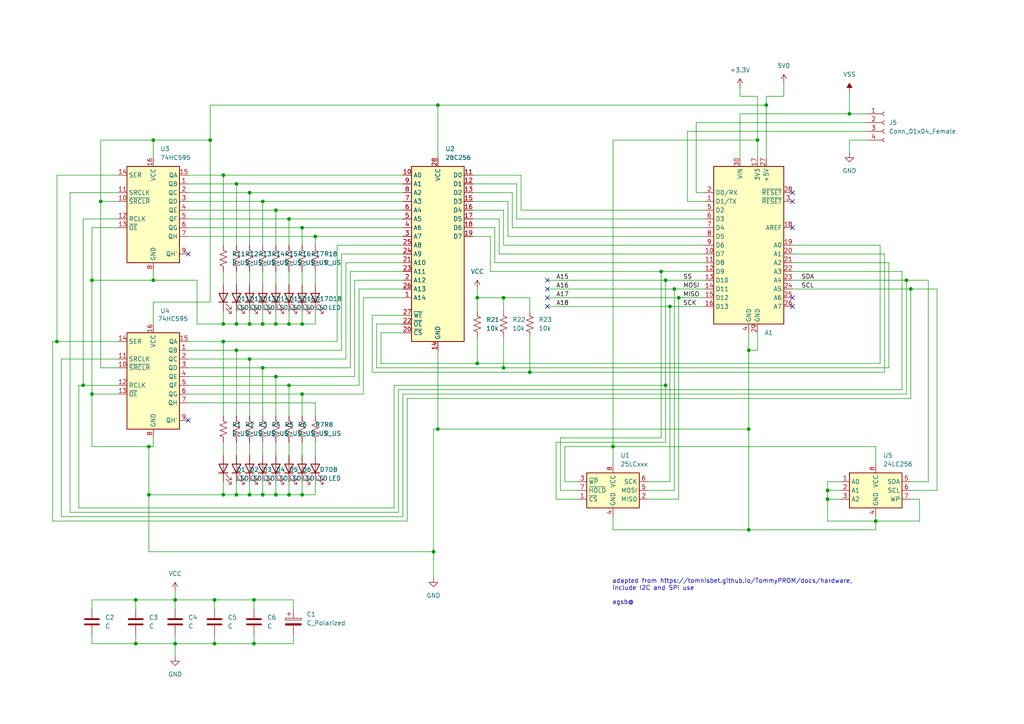
<source format=kicad_sch>
(kicad_sch
	(version 20250114)
	(generator "eeschema")
	(generator_version "9.0")
	(uuid "90d3bf81-b5ce-4e38-8a15-901dc2928781")
	(paper "A4")
	(lib_symbols
		(symbol "74xx:74HC595"
			(exclude_from_sim no)
			(in_bom yes)
			(on_board yes)
			(property "Reference" "U"
				(at -7.62 13.97 0)
				(effects
					(font
						(size 1.27 1.27)
					)
				)
			)
			(property "Value" "74HC595"
				(at -7.62 -16.51 0)
				(effects
					(font
						(size 1.27 1.27)
					)
				)
			)
			(property "Footprint" ""
				(at 0 0 0)
				(effects
					(font
						(size 1.27 1.27)
					)
					(hide yes)
				)
			)
			(property "Datasheet" "http://www.ti.com/lit/ds/symlink/sn74hc595.pdf"
				(at 0 0 0)
				(effects
					(font
						(size 1.27 1.27)
					)
					(hide yes)
				)
			)
			(property "Description" "8-bit serial in/out Shift Register 3-State Outputs"
				(at 0 0 0)
				(effects
					(font
						(size 1.27 1.27)
					)
					(hide yes)
				)
			)
			(property "ki_keywords" "HCMOS SR 3State"
				(at 0 0 0)
				(effects
					(font
						(size 1.27 1.27)
					)
					(hide yes)
				)
			)
			(property "ki_fp_filters" "DIP*W7.62mm* SOIC*3.9x9.9mm*P1.27mm* TSSOP*4.4x5mm*P0.65mm* SOIC*5.3x10.2mm*P1.27mm* SOIC*7.5x10.3mm*P1.27mm*"
				(at 0 0 0)
				(effects
					(font
						(size 1.27 1.27)
					)
					(hide yes)
				)
			)
			(symbol "74HC595_1_0"
				(pin input line
					(at -10.16 10.16 0)
					(length 2.54)
					(name "SER"
						(effects
							(font
								(size 1.27 1.27)
							)
						)
					)
					(number "14"
						(effects
							(font
								(size 1.27 1.27)
							)
						)
					)
				)
				(pin input line
					(at -10.16 5.08 0)
					(length 2.54)
					(name "SRCLK"
						(effects
							(font
								(size 1.27 1.27)
							)
						)
					)
					(number "11"
						(effects
							(font
								(size 1.27 1.27)
							)
						)
					)
				)
				(pin input line
					(at -10.16 2.54 0)
					(length 2.54)
					(name "~{SRCLR}"
						(effects
							(font
								(size 1.27 1.27)
							)
						)
					)
					(number "10"
						(effects
							(font
								(size 1.27 1.27)
							)
						)
					)
				)
				(pin input line
					(at -10.16 -2.54 0)
					(length 2.54)
					(name "RCLK"
						(effects
							(font
								(size 1.27 1.27)
							)
						)
					)
					(number "12"
						(effects
							(font
								(size 1.27 1.27)
							)
						)
					)
				)
				(pin input line
					(at -10.16 -5.08 0)
					(length 2.54)
					(name "~{OE}"
						(effects
							(font
								(size 1.27 1.27)
							)
						)
					)
					(number "13"
						(effects
							(font
								(size 1.27 1.27)
							)
						)
					)
				)
				(pin power_in line
					(at 0 15.24 270)
					(length 2.54)
					(name "VCC"
						(effects
							(font
								(size 1.27 1.27)
							)
						)
					)
					(number "16"
						(effects
							(font
								(size 1.27 1.27)
							)
						)
					)
				)
				(pin power_in line
					(at 0 -17.78 90)
					(length 2.54)
					(name "GND"
						(effects
							(font
								(size 1.27 1.27)
							)
						)
					)
					(number "8"
						(effects
							(font
								(size 1.27 1.27)
							)
						)
					)
				)
				(pin tri_state line
					(at 10.16 10.16 180)
					(length 2.54)
					(name "QA"
						(effects
							(font
								(size 1.27 1.27)
							)
						)
					)
					(number "15"
						(effects
							(font
								(size 1.27 1.27)
							)
						)
					)
				)
				(pin tri_state line
					(at 10.16 7.62 180)
					(length 2.54)
					(name "QB"
						(effects
							(font
								(size 1.27 1.27)
							)
						)
					)
					(number "1"
						(effects
							(font
								(size 1.27 1.27)
							)
						)
					)
				)
				(pin tri_state line
					(at 10.16 5.08 180)
					(length 2.54)
					(name "QC"
						(effects
							(font
								(size 1.27 1.27)
							)
						)
					)
					(number "2"
						(effects
							(font
								(size 1.27 1.27)
							)
						)
					)
				)
				(pin tri_state line
					(at 10.16 2.54 180)
					(length 2.54)
					(name "QD"
						(effects
							(font
								(size 1.27 1.27)
							)
						)
					)
					(number "3"
						(effects
							(font
								(size 1.27 1.27)
							)
						)
					)
				)
				(pin tri_state line
					(at 10.16 0 180)
					(length 2.54)
					(name "QE"
						(effects
							(font
								(size 1.27 1.27)
							)
						)
					)
					(number "4"
						(effects
							(font
								(size 1.27 1.27)
							)
						)
					)
				)
				(pin tri_state line
					(at 10.16 -2.54 180)
					(length 2.54)
					(name "QF"
						(effects
							(font
								(size 1.27 1.27)
							)
						)
					)
					(number "5"
						(effects
							(font
								(size 1.27 1.27)
							)
						)
					)
				)
				(pin tri_state line
					(at 10.16 -5.08 180)
					(length 2.54)
					(name "QG"
						(effects
							(font
								(size 1.27 1.27)
							)
						)
					)
					(number "6"
						(effects
							(font
								(size 1.27 1.27)
							)
						)
					)
				)
				(pin tri_state line
					(at 10.16 -7.62 180)
					(length 2.54)
					(name "QH"
						(effects
							(font
								(size 1.27 1.27)
							)
						)
					)
					(number "7"
						(effects
							(font
								(size 1.27 1.27)
							)
						)
					)
				)
				(pin output line
					(at 10.16 -12.7 180)
					(length 2.54)
					(name "QH'"
						(effects
							(font
								(size 1.27 1.27)
							)
						)
					)
					(number "9"
						(effects
							(font
								(size 1.27 1.27)
							)
						)
					)
				)
			)
			(symbol "74HC595_1_1"
				(rectangle
					(start -7.62 12.7)
					(end 7.62 -15.24)
					(stroke
						(width 0.254)
						(type default)
					)
					(fill
						(type background)
					)
				)
			)
			(embedded_fonts no)
		)
		(symbol "Connector:Conn_01x04_Female"
			(pin_names
				(offset 1.016)
				(hide yes)
			)
			(exclude_from_sim no)
			(in_bom yes)
			(on_board yes)
			(property "Reference" "J"
				(at 0 5.08 0)
				(effects
					(font
						(size 1.27 1.27)
					)
				)
			)
			(property "Value" "Conn_01x04_Female"
				(at 0 -7.62 0)
				(effects
					(font
						(size 1.27 1.27)
					)
				)
			)
			(property "Footprint" ""
				(at 0 0 0)
				(effects
					(font
						(size 1.27 1.27)
					)
					(hide yes)
				)
			)
			(property "Datasheet" "~"
				(at 0 0 0)
				(effects
					(font
						(size 1.27 1.27)
					)
					(hide yes)
				)
			)
			(property "Description" "Generic connector, single row, 01x04, script generated (kicad-library-utils/schlib/autogen/connector/)"
				(at 0 0 0)
				(effects
					(font
						(size 1.27 1.27)
					)
					(hide yes)
				)
			)
			(property "ki_keywords" "connector"
				(at 0 0 0)
				(effects
					(font
						(size 1.27 1.27)
					)
					(hide yes)
				)
			)
			(property "ki_fp_filters" "Connector*:*_1x??_*"
				(at 0 0 0)
				(effects
					(font
						(size 1.27 1.27)
					)
					(hide yes)
				)
			)
			(symbol "Conn_01x04_Female_1_1"
				(polyline
					(pts
						(xy -1.27 2.54) (xy -0.508 2.54)
					)
					(stroke
						(width 0.1524)
						(type default)
					)
					(fill
						(type none)
					)
				)
				(polyline
					(pts
						(xy -1.27 0) (xy -0.508 0)
					)
					(stroke
						(width 0.1524)
						(type default)
					)
					(fill
						(type none)
					)
				)
				(polyline
					(pts
						(xy -1.27 -2.54) (xy -0.508 -2.54)
					)
					(stroke
						(width 0.1524)
						(type default)
					)
					(fill
						(type none)
					)
				)
				(polyline
					(pts
						(xy -1.27 -5.08) (xy -0.508 -5.08)
					)
					(stroke
						(width 0.1524)
						(type default)
					)
					(fill
						(type none)
					)
				)
				(arc
					(start 0 2.032)
					(mid -0.5058 2.54)
					(end 0 3.048)
					(stroke
						(width 0.1524)
						(type default)
					)
					(fill
						(type none)
					)
				)
				(arc
					(start 0 -0.508)
					(mid -0.5058 0)
					(end 0 0.508)
					(stroke
						(width 0.1524)
						(type default)
					)
					(fill
						(type none)
					)
				)
				(arc
					(start 0 -3.048)
					(mid -0.5058 -2.54)
					(end 0 -2.032)
					(stroke
						(width 0.1524)
						(type default)
					)
					(fill
						(type none)
					)
				)
				(arc
					(start 0 -5.588)
					(mid -0.5058 -5.08)
					(end 0 -4.572)
					(stroke
						(width 0.1524)
						(type default)
					)
					(fill
						(type none)
					)
				)
				(pin passive line
					(at -5.08 2.54 0)
					(length 3.81)
					(name "Pin_1"
						(effects
							(font
								(size 1.27 1.27)
							)
						)
					)
					(number "1"
						(effects
							(font
								(size 1.27 1.27)
							)
						)
					)
				)
				(pin passive line
					(at -5.08 0 0)
					(length 3.81)
					(name "Pin_2"
						(effects
							(font
								(size 1.27 1.27)
							)
						)
					)
					(number "2"
						(effects
							(font
								(size 1.27 1.27)
							)
						)
					)
				)
				(pin passive line
					(at -5.08 -2.54 0)
					(length 3.81)
					(name "Pin_3"
						(effects
							(font
								(size 1.27 1.27)
							)
						)
					)
					(number "3"
						(effects
							(font
								(size 1.27 1.27)
							)
						)
					)
				)
				(pin passive line
					(at -5.08 -5.08 0)
					(length 3.81)
					(name "Pin_4"
						(effects
							(font
								(size 1.27 1.27)
							)
						)
					)
					(number "4"
						(effects
							(font
								(size 1.27 1.27)
							)
						)
					)
				)
			)
			(embedded_fonts no)
		)
		(symbol "Device:C"
			(pin_numbers
				(hide yes)
			)
			(pin_names
				(offset 0.254)
			)
			(exclude_from_sim no)
			(in_bom yes)
			(on_board yes)
			(property "Reference" "C"
				(at 0.635 2.54 0)
				(effects
					(font
						(size 1.27 1.27)
					)
					(justify left)
				)
			)
			(property "Value" "C"
				(at 0.635 -2.54 0)
				(effects
					(font
						(size 1.27 1.27)
					)
					(justify left)
				)
			)
			(property "Footprint" ""
				(at 0.9652 -3.81 0)
				(effects
					(font
						(size 1.27 1.27)
					)
					(hide yes)
				)
			)
			(property "Datasheet" "~"
				(at 0 0 0)
				(effects
					(font
						(size 1.27 1.27)
					)
					(hide yes)
				)
			)
			(property "Description" "Unpolarized capacitor"
				(at 0 0 0)
				(effects
					(font
						(size 1.27 1.27)
					)
					(hide yes)
				)
			)
			(property "ki_keywords" "cap capacitor"
				(at 0 0 0)
				(effects
					(font
						(size 1.27 1.27)
					)
					(hide yes)
				)
			)
			(property "ki_fp_filters" "C_*"
				(at 0 0 0)
				(effects
					(font
						(size 1.27 1.27)
					)
					(hide yes)
				)
			)
			(symbol "C_0_1"
				(polyline
					(pts
						(xy -2.032 0.762) (xy 2.032 0.762)
					)
					(stroke
						(width 0.508)
						(type default)
					)
					(fill
						(type none)
					)
				)
				(polyline
					(pts
						(xy -2.032 -0.762) (xy 2.032 -0.762)
					)
					(stroke
						(width 0.508)
						(type default)
					)
					(fill
						(type none)
					)
				)
			)
			(symbol "C_1_1"
				(pin passive line
					(at 0 3.81 270)
					(length 2.794)
					(name "~"
						(effects
							(font
								(size 1.27 1.27)
							)
						)
					)
					(number "1"
						(effects
							(font
								(size 1.27 1.27)
							)
						)
					)
				)
				(pin passive line
					(at 0 -3.81 90)
					(length 2.794)
					(name "~"
						(effects
							(font
								(size 1.27 1.27)
							)
						)
					)
					(number "2"
						(effects
							(font
								(size 1.27 1.27)
							)
						)
					)
				)
			)
			(embedded_fonts no)
		)
		(symbol "Device:C_Polarized"
			(pin_numbers
				(hide yes)
			)
			(pin_names
				(offset 0.254)
			)
			(exclude_from_sim no)
			(in_bom yes)
			(on_board yes)
			(property "Reference" "C"
				(at 0.635 2.54 0)
				(effects
					(font
						(size 1.27 1.27)
					)
					(justify left)
				)
			)
			(property "Value" "C_Polarized"
				(at 0.635 -2.54 0)
				(effects
					(font
						(size 1.27 1.27)
					)
					(justify left)
				)
			)
			(property "Footprint" ""
				(at 0.9652 -3.81 0)
				(effects
					(font
						(size 1.27 1.27)
					)
					(hide yes)
				)
			)
			(property "Datasheet" "~"
				(at 0 0 0)
				(effects
					(font
						(size 1.27 1.27)
					)
					(hide yes)
				)
			)
			(property "Description" "Polarized capacitor"
				(at 0 0 0)
				(effects
					(font
						(size 1.27 1.27)
					)
					(hide yes)
				)
			)
			(property "ki_keywords" "cap capacitor"
				(at 0 0 0)
				(effects
					(font
						(size 1.27 1.27)
					)
					(hide yes)
				)
			)
			(property "ki_fp_filters" "CP_*"
				(at 0 0 0)
				(effects
					(font
						(size 1.27 1.27)
					)
					(hide yes)
				)
			)
			(symbol "C_Polarized_0_1"
				(rectangle
					(start -2.286 0.508)
					(end 2.286 1.016)
					(stroke
						(width 0)
						(type default)
					)
					(fill
						(type none)
					)
				)
				(polyline
					(pts
						(xy -1.778 2.286) (xy -0.762 2.286)
					)
					(stroke
						(width 0)
						(type default)
					)
					(fill
						(type none)
					)
				)
				(polyline
					(pts
						(xy -1.27 2.794) (xy -1.27 1.778)
					)
					(stroke
						(width 0)
						(type default)
					)
					(fill
						(type none)
					)
				)
				(rectangle
					(start 2.286 -0.508)
					(end -2.286 -1.016)
					(stroke
						(width 0)
						(type default)
					)
					(fill
						(type outline)
					)
				)
			)
			(symbol "C_Polarized_1_1"
				(pin passive line
					(at 0 3.81 270)
					(length 2.794)
					(name "~"
						(effects
							(font
								(size 1.27 1.27)
							)
						)
					)
					(number "1"
						(effects
							(font
								(size 1.27 1.27)
							)
						)
					)
				)
				(pin passive line
					(at 0 -3.81 90)
					(length 2.794)
					(name "~"
						(effects
							(font
								(size 1.27 1.27)
							)
						)
					)
					(number "2"
						(effects
							(font
								(size 1.27 1.27)
							)
						)
					)
				)
			)
			(embedded_fonts no)
		)
		(symbol "Device:LED"
			(pin_numbers
				(hide yes)
			)
			(pin_names
				(offset 1.016)
				(hide yes)
			)
			(exclude_from_sim no)
			(in_bom yes)
			(on_board yes)
			(property "Reference" "D"
				(at 0 2.54 0)
				(effects
					(font
						(size 1.27 1.27)
					)
				)
			)
			(property "Value" "LED"
				(at 0 -2.54 0)
				(effects
					(font
						(size 1.27 1.27)
					)
				)
			)
			(property "Footprint" ""
				(at 0 0 0)
				(effects
					(font
						(size 1.27 1.27)
					)
					(hide yes)
				)
			)
			(property "Datasheet" "~"
				(at 0 0 0)
				(effects
					(font
						(size 1.27 1.27)
					)
					(hide yes)
				)
			)
			(property "Description" "Light emitting diode"
				(at 0 0 0)
				(effects
					(font
						(size 1.27 1.27)
					)
					(hide yes)
				)
			)
			(property "Sim.Pins" "1=K 2=A"
				(at 0 0 0)
				(effects
					(font
						(size 1.27 1.27)
					)
					(hide yes)
				)
			)
			(property "ki_keywords" "LED diode"
				(at 0 0 0)
				(effects
					(font
						(size 1.27 1.27)
					)
					(hide yes)
				)
			)
			(property "ki_fp_filters" "LED* LED_SMD:* LED_THT:*"
				(at 0 0 0)
				(effects
					(font
						(size 1.27 1.27)
					)
					(hide yes)
				)
			)
			(symbol "LED_0_1"
				(polyline
					(pts
						(xy -3.048 -0.762) (xy -4.572 -2.286) (xy -3.81 -2.286) (xy -4.572 -2.286) (xy -4.572 -1.524)
					)
					(stroke
						(width 0)
						(type default)
					)
					(fill
						(type none)
					)
				)
				(polyline
					(pts
						(xy -1.778 -0.762) (xy -3.302 -2.286) (xy -2.54 -2.286) (xy -3.302 -2.286) (xy -3.302 -1.524)
					)
					(stroke
						(width 0)
						(type default)
					)
					(fill
						(type none)
					)
				)
				(polyline
					(pts
						(xy -1.27 0) (xy 1.27 0)
					)
					(stroke
						(width 0)
						(type default)
					)
					(fill
						(type none)
					)
				)
				(polyline
					(pts
						(xy -1.27 -1.27) (xy -1.27 1.27)
					)
					(stroke
						(width 0.254)
						(type default)
					)
					(fill
						(type none)
					)
				)
				(polyline
					(pts
						(xy 1.27 -1.27) (xy 1.27 1.27) (xy -1.27 0) (xy 1.27 -1.27)
					)
					(stroke
						(width 0.254)
						(type default)
					)
					(fill
						(type none)
					)
				)
			)
			(symbol "LED_1_1"
				(pin passive line
					(at -3.81 0 0)
					(length 2.54)
					(name "K"
						(effects
							(font
								(size 1.27 1.27)
							)
						)
					)
					(number "1"
						(effects
							(font
								(size 1.27 1.27)
							)
						)
					)
				)
				(pin passive line
					(at 3.81 0 180)
					(length 2.54)
					(name "A"
						(effects
							(font
								(size 1.27 1.27)
							)
						)
					)
					(number "2"
						(effects
							(font
								(size 1.27 1.27)
							)
						)
					)
				)
			)
			(embedded_fonts no)
		)
		(symbol "Device:R_US"
			(pin_numbers
				(hide yes)
			)
			(pin_names
				(offset 0)
			)
			(exclude_from_sim no)
			(in_bom yes)
			(on_board yes)
			(property "Reference" "R"
				(at 2.54 0 90)
				(effects
					(font
						(size 1.27 1.27)
					)
				)
			)
			(property "Value" "R_US"
				(at -2.54 0 90)
				(effects
					(font
						(size 1.27 1.27)
					)
				)
			)
			(property "Footprint" ""
				(at 1.016 -0.254 90)
				(effects
					(font
						(size 1.27 1.27)
					)
					(hide yes)
				)
			)
			(property "Datasheet" "~"
				(at 0 0 0)
				(effects
					(font
						(size 1.27 1.27)
					)
					(hide yes)
				)
			)
			(property "Description" "Resistor, US symbol"
				(at 0 0 0)
				(effects
					(font
						(size 1.27 1.27)
					)
					(hide yes)
				)
			)
			(property "ki_keywords" "R res resistor"
				(at 0 0 0)
				(effects
					(font
						(size 1.27 1.27)
					)
					(hide yes)
				)
			)
			(property "ki_fp_filters" "R_*"
				(at 0 0 0)
				(effects
					(font
						(size 1.27 1.27)
					)
					(hide yes)
				)
			)
			(symbol "R_US_0_1"
				(polyline
					(pts
						(xy 0 2.286) (xy 0 2.54)
					)
					(stroke
						(width 0)
						(type default)
					)
					(fill
						(type none)
					)
				)
				(polyline
					(pts
						(xy 0 2.286) (xy 1.016 1.905) (xy 0 1.524) (xy -1.016 1.143) (xy 0 0.762)
					)
					(stroke
						(width 0)
						(type default)
					)
					(fill
						(type none)
					)
				)
				(polyline
					(pts
						(xy 0 0.762) (xy 1.016 0.381) (xy 0 0) (xy -1.016 -0.381) (xy 0 -0.762)
					)
					(stroke
						(width 0)
						(type default)
					)
					(fill
						(type none)
					)
				)
				(polyline
					(pts
						(xy 0 -0.762) (xy 1.016 -1.143) (xy 0 -1.524) (xy -1.016 -1.905) (xy 0 -2.286)
					)
					(stroke
						(width 0)
						(type default)
					)
					(fill
						(type none)
					)
				)
				(polyline
					(pts
						(xy 0 -2.286) (xy 0 -2.54)
					)
					(stroke
						(width 0)
						(type default)
					)
					(fill
						(type none)
					)
				)
			)
			(symbol "R_US_1_1"
				(pin passive line
					(at 0 3.81 270)
					(length 1.27)
					(name "~"
						(effects
							(font
								(size 1.27 1.27)
							)
						)
					)
					(number "1"
						(effects
							(font
								(size 1.27 1.27)
							)
						)
					)
				)
				(pin passive line
					(at 0 -3.81 90)
					(length 1.27)
					(name "~"
						(effects
							(font
								(size 1.27 1.27)
							)
						)
					)
					(number "2"
						(effects
							(font
								(size 1.27 1.27)
							)
						)
					)
				)
			)
			(embedded_fonts no)
		)
		(symbol "MCU_Module:Arduino_Nano_v2.x"
			(exclude_from_sim no)
			(in_bom yes)
			(on_board yes)
			(property "Reference" "A"
				(at -10.16 23.495 0)
				(effects
					(font
						(size 1.27 1.27)
					)
					(justify left bottom)
				)
			)
			(property "Value" "Arduino_Nano_v2.x"
				(at 5.08 -24.13 0)
				(effects
					(font
						(size 1.27 1.27)
					)
					(justify left top)
				)
			)
			(property "Footprint" "Module:Arduino_Nano"
				(at 0 0 0)
				(effects
					(font
						(size 1.27 1.27)
						(italic yes)
					)
					(hide yes)
				)
			)
			(property "Datasheet" "https://www.arduino.cc/en/uploads/Main/ArduinoNanoManual23.pdf"
				(at 0 0 0)
				(effects
					(font
						(size 1.27 1.27)
					)
					(hide yes)
				)
			)
			(property "Description" "Arduino Nano v2.x"
				(at 0 0 0)
				(effects
					(font
						(size 1.27 1.27)
					)
					(hide yes)
				)
			)
			(property "ki_keywords" "Arduino nano microcontroller module USB"
				(at 0 0 0)
				(effects
					(font
						(size 1.27 1.27)
					)
					(hide yes)
				)
			)
			(property "ki_fp_filters" "Arduino*Nano*"
				(at 0 0 0)
				(effects
					(font
						(size 1.27 1.27)
					)
					(hide yes)
				)
			)
			(symbol "Arduino_Nano_v2.x_0_1"
				(rectangle
					(start -10.16 22.86)
					(end 10.16 -22.86)
					(stroke
						(width 0.254)
						(type default)
					)
					(fill
						(type background)
					)
				)
			)
			(symbol "Arduino_Nano_v2.x_1_1"
				(pin bidirectional line
					(at -12.7 15.24 0)
					(length 2.54)
					(name "D0/RX"
						(effects
							(font
								(size 1.27 1.27)
							)
						)
					)
					(number "2"
						(effects
							(font
								(size 1.27 1.27)
							)
						)
					)
				)
				(pin bidirectional line
					(at -12.7 12.7 0)
					(length 2.54)
					(name "D1/TX"
						(effects
							(font
								(size 1.27 1.27)
							)
						)
					)
					(number "1"
						(effects
							(font
								(size 1.27 1.27)
							)
						)
					)
				)
				(pin bidirectional line
					(at -12.7 10.16 0)
					(length 2.54)
					(name "D2"
						(effects
							(font
								(size 1.27 1.27)
							)
						)
					)
					(number "5"
						(effects
							(font
								(size 1.27 1.27)
							)
						)
					)
				)
				(pin bidirectional line
					(at -12.7 7.62 0)
					(length 2.54)
					(name "D3"
						(effects
							(font
								(size 1.27 1.27)
							)
						)
					)
					(number "6"
						(effects
							(font
								(size 1.27 1.27)
							)
						)
					)
				)
				(pin bidirectional line
					(at -12.7 5.08 0)
					(length 2.54)
					(name "D4"
						(effects
							(font
								(size 1.27 1.27)
							)
						)
					)
					(number "7"
						(effects
							(font
								(size 1.27 1.27)
							)
						)
					)
				)
				(pin bidirectional line
					(at -12.7 2.54 0)
					(length 2.54)
					(name "D5"
						(effects
							(font
								(size 1.27 1.27)
							)
						)
					)
					(number "8"
						(effects
							(font
								(size 1.27 1.27)
							)
						)
					)
				)
				(pin bidirectional line
					(at -12.7 0 0)
					(length 2.54)
					(name "D6"
						(effects
							(font
								(size 1.27 1.27)
							)
						)
					)
					(number "9"
						(effects
							(font
								(size 1.27 1.27)
							)
						)
					)
				)
				(pin bidirectional line
					(at -12.7 -2.54 0)
					(length 2.54)
					(name "D7"
						(effects
							(font
								(size 1.27 1.27)
							)
						)
					)
					(number "10"
						(effects
							(font
								(size 1.27 1.27)
							)
						)
					)
				)
				(pin bidirectional line
					(at -12.7 -5.08 0)
					(length 2.54)
					(name "D8"
						(effects
							(font
								(size 1.27 1.27)
							)
						)
					)
					(number "11"
						(effects
							(font
								(size 1.27 1.27)
							)
						)
					)
				)
				(pin bidirectional line
					(at -12.7 -7.62 0)
					(length 2.54)
					(name "D9"
						(effects
							(font
								(size 1.27 1.27)
							)
						)
					)
					(number "12"
						(effects
							(font
								(size 1.27 1.27)
							)
						)
					)
				)
				(pin bidirectional line
					(at -12.7 -10.16 0)
					(length 2.54)
					(name "D10"
						(effects
							(font
								(size 1.27 1.27)
							)
						)
					)
					(number "13"
						(effects
							(font
								(size 1.27 1.27)
							)
						)
					)
				)
				(pin bidirectional line
					(at -12.7 -12.7 0)
					(length 2.54)
					(name "D11"
						(effects
							(font
								(size 1.27 1.27)
							)
						)
					)
					(number "14"
						(effects
							(font
								(size 1.27 1.27)
							)
						)
					)
				)
				(pin bidirectional line
					(at -12.7 -15.24 0)
					(length 2.54)
					(name "D12"
						(effects
							(font
								(size 1.27 1.27)
							)
						)
					)
					(number "15"
						(effects
							(font
								(size 1.27 1.27)
							)
						)
					)
				)
				(pin bidirectional line
					(at -12.7 -17.78 0)
					(length 2.54)
					(name "D13"
						(effects
							(font
								(size 1.27 1.27)
							)
						)
					)
					(number "16"
						(effects
							(font
								(size 1.27 1.27)
							)
						)
					)
				)
				(pin power_in line
					(at -2.54 25.4 270)
					(length 2.54)
					(name "VIN"
						(effects
							(font
								(size 1.27 1.27)
							)
						)
					)
					(number "30"
						(effects
							(font
								(size 1.27 1.27)
							)
						)
					)
				)
				(pin power_in line
					(at 0 -25.4 90)
					(length 2.54)
					(name "GND"
						(effects
							(font
								(size 1.27 1.27)
							)
						)
					)
					(number "4"
						(effects
							(font
								(size 1.27 1.27)
							)
						)
					)
				)
				(pin power_out line
					(at 2.54 25.4 270)
					(length 2.54)
					(name "3V3"
						(effects
							(font
								(size 1.27 1.27)
							)
						)
					)
					(number "17"
						(effects
							(font
								(size 1.27 1.27)
							)
						)
					)
				)
				(pin power_in line
					(at 2.54 -25.4 90)
					(length 2.54)
					(name "GND"
						(effects
							(font
								(size 1.27 1.27)
							)
						)
					)
					(number "29"
						(effects
							(font
								(size 1.27 1.27)
							)
						)
					)
				)
				(pin power_out line
					(at 5.08 25.4 270)
					(length 2.54)
					(name "+5V"
						(effects
							(font
								(size 1.27 1.27)
							)
						)
					)
					(number "27"
						(effects
							(font
								(size 1.27 1.27)
							)
						)
					)
				)
				(pin input line
					(at 12.7 15.24 180)
					(length 2.54)
					(name "~{RESET}"
						(effects
							(font
								(size 1.27 1.27)
							)
						)
					)
					(number "28"
						(effects
							(font
								(size 1.27 1.27)
							)
						)
					)
				)
				(pin input line
					(at 12.7 12.7 180)
					(length 2.54)
					(name "~{RESET}"
						(effects
							(font
								(size 1.27 1.27)
							)
						)
					)
					(number "3"
						(effects
							(font
								(size 1.27 1.27)
							)
						)
					)
				)
				(pin input line
					(at 12.7 5.08 180)
					(length 2.54)
					(name "AREF"
						(effects
							(font
								(size 1.27 1.27)
							)
						)
					)
					(number "18"
						(effects
							(font
								(size 1.27 1.27)
							)
						)
					)
				)
				(pin bidirectional line
					(at 12.7 0 180)
					(length 2.54)
					(name "A0"
						(effects
							(font
								(size 1.27 1.27)
							)
						)
					)
					(number "19"
						(effects
							(font
								(size 1.27 1.27)
							)
						)
					)
				)
				(pin bidirectional line
					(at 12.7 -2.54 180)
					(length 2.54)
					(name "A1"
						(effects
							(font
								(size 1.27 1.27)
							)
						)
					)
					(number "20"
						(effects
							(font
								(size 1.27 1.27)
							)
						)
					)
				)
				(pin bidirectional line
					(at 12.7 -5.08 180)
					(length 2.54)
					(name "A2"
						(effects
							(font
								(size 1.27 1.27)
							)
						)
					)
					(number "21"
						(effects
							(font
								(size 1.27 1.27)
							)
						)
					)
				)
				(pin bidirectional line
					(at 12.7 -7.62 180)
					(length 2.54)
					(name "A3"
						(effects
							(font
								(size 1.27 1.27)
							)
						)
					)
					(number "22"
						(effects
							(font
								(size 1.27 1.27)
							)
						)
					)
				)
				(pin bidirectional line
					(at 12.7 -10.16 180)
					(length 2.54)
					(name "A4"
						(effects
							(font
								(size 1.27 1.27)
							)
						)
					)
					(number "23"
						(effects
							(font
								(size 1.27 1.27)
							)
						)
					)
				)
				(pin bidirectional line
					(at 12.7 -12.7 180)
					(length 2.54)
					(name "A5"
						(effects
							(font
								(size 1.27 1.27)
							)
						)
					)
					(number "24"
						(effects
							(font
								(size 1.27 1.27)
							)
						)
					)
				)
				(pin bidirectional line
					(at 12.7 -15.24 180)
					(length 2.54)
					(name "A6"
						(effects
							(font
								(size 1.27 1.27)
							)
						)
					)
					(number "25"
						(effects
							(font
								(size 1.27 1.27)
							)
						)
					)
				)
				(pin bidirectional line
					(at 12.7 -17.78 180)
					(length 2.54)
					(name "A7"
						(effects
							(font
								(size 1.27 1.27)
							)
						)
					)
					(number "26"
						(effects
							(font
								(size 1.27 1.27)
							)
						)
					)
				)
			)
			(embedded_fonts no)
		)
		(symbol "Memory_EEPROM:24LC256"
			(exclude_from_sim no)
			(in_bom yes)
			(on_board yes)
			(property "Reference" "U"
				(at -6.35 6.35 0)
				(effects
					(font
						(size 1.27 1.27)
					)
				)
			)
			(property "Value" "24LC256"
				(at 1.27 6.35 0)
				(effects
					(font
						(size 1.27 1.27)
					)
					(justify left)
				)
			)
			(property "Footprint" ""
				(at 0 0 0)
				(effects
					(font
						(size 1.27 1.27)
					)
					(hide yes)
				)
			)
			(property "Datasheet" "http://ww1.microchip.com/downloads/en/devicedoc/21203m.pdf"
				(at 0 0 0)
				(effects
					(font
						(size 1.27 1.27)
					)
					(hide yes)
				)
			)
			(property "Description" "I2C Serial EEPROM, 256Kb, DIP-8/SOIC-8/TSSOP-8/DFN-8"
				(at 0 0 0)
				(effects
					(font
						(size 1.27 1.27)
					)
					(hide yes)
				)
			)
			(property "ki_keywords" "I2C Serial EEPROM"
				(at 0 0 0)
				(effects
					(font
						(size 1.27 1.27)
					)
					(hide yes)
				)
			)
			(property "ki_fp_filters" "DIP*W7.62mm* SOIC*3.9x4.9mm* TSSOP*4.4x3mm*P0.65mm* DFN*3x2mm*P0.5mm*"
				(at 0 0 0)
				(effects
					(font
						(size 1.27 1.27)
					)
					(hide yes)
				)
			)
			(symbol "24LC256_1_1"
				(rectangle
					(start -7.62 5.08)
					(end 7.62 -5.08)
					(stroke
						(width 0.254)
						(type default)
					)
					(fill
						(type background)
					)
				)
				(pin input line
					(at -10.16 2.54 0)
					(length 2.54)
					(name "A0"
						(effects
							(font
								(size 1.27 1.27)
							)
						)
					)
					(number "1"
						(effects
							(font
								(size 1.27 1.27)
							)
						)
					)
				)
				(pin input line
					(at -10.16 0 0)
					(length 2.54)
					(name "A1"
						(effects
							(font
								(size 1.27 1.27)
							)
						)
					)
					(number "2"
						(effects
							(font
								(size 1.27 1.27)
							)
						)
					)
				)
				(pin input line
					(at -10.16 -2.54 0)
					(length 2.54)
					(name "A2"
						(effects
							(font
								(size 1.27 1.27)
							)
						)
					)
					(number "3"
						(effects
							(font
								(size 1.27 1.27)
							)
						)
					)
				)
				(pin power_in line
					(at 0 7.62 270)
					(length 2.54)
					(name "VCC"
						(effects
							(font
								(size 1.27 1.27)
							)
						)
					)
					(number "8"
						(effects
							(font
								(size 1.27 1.27)
							)
						)
					)
				)
				(pin power_in line
					(at 0 -7.62 90)
					(length 2.54)
					(name "GND"
						(effects
							(font
								(size 1.27 1.27)
							)
						)
					)
					(number "4"
						(effects
							(font
								(size 1.27 1.27)
							)
						)
					)
				)
				(pin bidirectional line
					(at 10.16 2.54 180)
					(length 2.54)
					(name "SDA"
						(effects
							(font
								(size 1.27 1.27)
							)
						)
					)
					(number "5"
						(effects
							(font
								(size 1.27 1.27)
							)
						)
					)
				)
				(pin input line
					(at 10.16 0 180)
					(length 2.54)
					(name "SCL"
						(effects
							(font
								(size 1.27 1.27)
							)
						)
					)
					(number "6"
						(effects
							(font
								(size 1.27 1.27)
							)
						)
					)
				)
				(pin input line
					(at 10.16 -2.54 180)
					(length 2.54)
					(name "WP"
						(effects
							(font
								(size 1.27 1.27)
							)
						)
					)
					(number "7"
						(effects
							(font
								(size 1.27 1.27)
							)
						)
					)
				)
			)
			(embedded_fonts no)
		)
		(symbol "Memory_EEPROM:25LCxxx"
			(exclude_from_sim no)
			(in_bom yes)
			(on_board yes)
			(property "Reference" "U"
				(at -7.62 6.35 0)
				(effects
					(font
						(size 1.27 1.27)
					)
				)
			)
			(property "Value" "25LCxxx"
				(at 2.54 -6.35 0)
				(effects
					(font
						(size 1.27 1.27)
					)
					(justify left)
				)
			)
			(property "Footprint" ""
				(at 0 0 0)
				(effects
					(font
						(size 1.27 1.27)
					)
					(hide yes)
				)
			)
			(property "Datasheet" "http://ww1.microchip.com/downloads/en/DeviceDoc/21832H.pdf"
				(at 0 0 0)
				(effects
					(font
						(size 1.27 1.27)
					)
					(hide yes)
				)
			)
			(property "Description" "SPI Serial EEPROM, DIP-8/SOIC-8/TSSOP-8"
				(at 0 0 0)
				(effects
					(font
						(size 1.27 1.27)
					)
					(hide yes)
				)
			)
			(property "ki_keywords" "EEPROM memory SPI serial"
				(at 0 0 0)
				(effects
					(font
						(size 1.27 1.27)
					)
					(hide yes)
				)
			)
			(property "ki_fp_filters" "DIP*W7.62mm* SOIC*3.9x4.9mm* TSSOP*4.4x3mm*P0.65mm*"
				(at 0 0 0)
				(effects
					(font
						(size 1.27 1.27)
					)
					(hide yes)
				)
			)
			(symbol "25LCxxx_1_1"
				(rectangle
					(start -7.62 5.08)
					(end 7.62 -5.08)
					(stroke
						(width 0.254)
						(type default)
					)
					(fill
						(type background)
					)
				)
				(pin input line
					(at -10.16 2.54 0)
					(length 2.54)
					(name "~{WP}"
						(effects
							(font
								(size 1.27 1.27)
							)
						)
					)
					(number "3"
						(effects
							(font
								(size 1.27 1.27)
							)
						)
					)
				)
				(pin input line
					(at -10.16 0 0)
					(length 2.54)
					(name "~{HOLD}"
						(effects
							(font
								(size 1.27 1.27)
							)
						)
					)
					(number "7"
						(effects
							(font
								(size 1.27 1.27)
							)
						)
					)
				)
				(pin input line
					(at -10.16 -2.54 0)
					(length 2.54)
					(name "~{CS}"
						(effects
							(font
								(size 1.27 1.27)
							)
						)
					)
					(number "1"
						(effects
							(font
								(size 1.27 1.27)
							)
						)
					)
				)
				(pin power_in line
					(at 0 7.62 270)
					(length 2.54)
					(name "VCC"
						(effects
							(font
								(size 1.27 1.27)
							)
						)
					)
					(number "8"
						(effects
							(font
								(size 1.27 1.27)
							)
						)
					)
				)
				(pin power_in line
					(at 0 -7.62 90)
					(length 2.54)
					(name "GND"
						(effects
							(font
								(size 1.27 1.27)
							)
						)
					)
					(number "4"
						(effects
							(font
								(size 1.27 1.27)
							)
						)
					)
				)
				(pin input line
					(at 10.16 2.54 180)
					(length 2.54)
					(name "SCK"
						(effects
							(font
								(size 1.27 1.27)
							)
						)
					)
					(number "6"
						(effects
							(font
								(size 1.27 1.27)
							)
						)
					)
				)
				(pin input line
					(at 10.16 0 180)
					(length 2.54)
					(name "MOSI"
						(effects
							(font
								(size 1.27 1.27)
							)
						)
					)
					(number "5"
						(effects
							(font
								(size 1.27 1.27)
							)
						)
					)
				)
				(pin tri_state line
					(at 10.16 -2.54 180)
					(length 2.54)
					(name "MISO"
						(effects
							(font
								(size 1.27 1.27)
							)
						)
					)
					(number "2"
						(effects
							(font
								(size 1.27 1.27)
							)
						)
					)
				)
			)
			(embedded_fonts no)
		)
		(symbol "Memory_EEPROM:28C256"
			(exclude_from_sim no)
			(in_bom yes)
			(on_board yes)
			(property "Reference" "U"
				(at -7.62 26.67 0)
				(effects
					(font
						(size 1.27 1.27)
					)
				)
			)
			(property "Value" "28C256"
				(at 2.54 -26.67 0)
				(effects
					(font
						(size 1.27 1.27)
					)
					(justify left)
				)
			)
			(property "Footprint" ""
				(at 0 0 0)
				(effects
					(font
						(size 1.27 1.27)
					)
					(hide yes)
				)
			)
			(property "Datasheet" "http://ww1.microchip.com/downloads/en/DeviceDoc/doc0006.pdf"
				(at 0 0 0)
				(effects
					(font
						(size 1.27 1.27)
					)
					(hide yes)
				)
			)
			(property "Description" "Paged Parallel EEPROM 256Kb (32K x 8), DIP-28/SOIC-28"
				(at 0 0 0)
				(effects
					(font
						(size 1.27 1.27)
					)
					(hide yes)
				)
			)
			(property "ki_keywords" "Parallel EEPROM 256Kb"
				(at 0 0 0)
				(effects
					(font
						(size 1.27 1.27)
					)
					(hide yes)
				)
			)
			(property "ki_fp_filters" "DIP*W15.24mm* SOIC*7.5x17.9mm*P1.27mm*"
				(at 0 0 0)
				(effects
					(font
						(size 1.27 1.27)
					)
					(hide yes)
				)
			)
			(symbol "28C256_1_1"
				(rectangle
					(start -7.62 25.4)
					(end 7.62 -25.4)
					(stroke
						(width 0.254)
						(type default)
					)
					(fill
						(type background)
					)
				)
				(pin input line
					(at -10.16 22.86 0)
					(length 2.54)
					(name "A0"
						(effects
							(font
								(size 1.27 1.27)
							)
						)
					)
					(number "10"
						(effects
							(font
								(size 1.27 1.27)
							)
						)
					)
				)
				(pin input line
					(at -10.16 20.32 0)
					(length 2.54)
					(name "A1"
						(effects
							(font
								(size 1.27 1.27)
							)
						)
					)
					(number "9"
						(effects
							(font
								(size 1.27 1.27)
							)
						)
					)
				)
				(pin input line
					(at -10.16 17.78 0)
					(length 2.54)
					(name "A2"
						(effects
							(font
								(size 1.27 1.27)
							)
						)
					)
					(number "8"
						(effects
							(font
								(size 1.27 1.27)
							)
						)
					)
				)
				(pin input line
					(at -10.16 15.24 0)
					(length 2.54)
					(name "A3"
						(effects
							(font
								(size 1.27 1.27)
							)
						)
					)
					(number "7"
						(effects
							(font
								(size 1.27 1.27)
							)
						)
					)
				)
				(pin input line
					(at -10.16 12.7 0)
					(length 2.54)
					(name "A4"
						(effects
							(font
								(size 1.27 1.27)
							)
						)
					)
					(number "6"
						(effects
							(font
								(size 1.27 1.27)
							)
						)
					)
				)
				(pin input line
					(at -10.16 10.16 0)
					(length 2.54)
					(name "A5"
						(effects
							(font
								(size 1.27 1.27)
							)
						)
					)
					(number "5"
						(effects
							(font
								(size 1.27 1.27)
							)
						)
					)
				)
				(pin input line
					(at -10.16 7.62 0)
					(length 2.54)
					(name "A6"
						(effects
							(font
								(size 1.27 1.27)
							)
						)
					)
					(number "4"
						(effects
							(font
								(size 1.27 1.27)
							)
						)
					)
				)
				(pin input line
					(at -10.16 5.08 0)
					(length 2.54)
					(name "A7"
						(effects
							(font
								(size 1.27 1.27)
							)
						)
					)
					(number "3"
						(effects
							(font
								(size 1.27 1.27)
							)
						)
					)
				)
				(pin input line
					(at -10.16 2.54 0)
					(length 2.54)
					(name "A8"
						(effects
							(font
								(size 1.27 1.27)
							)
						)
					)
					(number "25"
						(effects
							(font
								(size 1.27 1.27)
							)
						)
					)
				)
				(pin input line
					(at -10.16 0 0)
					(length 2.54)
					(name "A9"
						(effects
							(font
								(size 1.27 1.27)
							)
						)
					)
					(number "24"
						(effects
							(font
								(size 1.27 1.27)
							)
						)
					)
				)
				(pin input line
					(at -10.16 -2.54 0)
					(length 2.54)
					(name "A10"
						(effects
							(font
								(size 1.27 1.27)
							)
						)
					)
					(number "21"
						(effects
							(font
								(size 1.27 1.27)
							)
						)
					)
				)
				(pin input line
					(at -10.16 -5.08 0)
					(length 2.54)
					(name "A11"
						(effects
							(font
								(size 1.27 1.27)
							)
						)
					)
					(number "23"
						(effects
							(font
								(size 1.27 1.27)
							)
						)
					)
				)
				(pin input line
					(at -10.16 -7.62 0)
					(length 2.54)
					(name "A12"
						(effects
							(font
								(size 1.27 1.27)
							)
						)
					)
					(number "2"
						(effects
							(font
								(size 1.27 1.27)
							)
						)
					)
				)
				(pin input line
					(at -10.16 -10.16 0)
					(length 2.54)
					(name "A13"
						(effects
							(font
								(size 1.27 1.27)
							)
						)
					)
					(number "26"
						(effects
							(font
								(size 1.27 1.27)
							)
						)
					)
				)
				(pin input line
					(at -10.16 -12.7 0)
					(length 2.54)
					(name "A14"
						(effects
							(font
								(size 1.27 1.27)
							)
						)
					)
					(number "1"
						(effects
							(font
								(size 1.27 1.27)
							)
						)
					)
				)
				(pin input line
					(at -10.16 -17.78 0)
					(length 2.54)
					(name "~{WE}"
						(effects
							(font
								(size 1.27 1.27)
							)
						)
					)
					(number "27"
						(effects
							(font
								(size 1.27 1.27)
							)
						)
					)
				)
				(pin input line
					(at -10.16 -20.32 0)
					(length 2.54)
					(name "~{OE}"
						(effects
							(font
								(size 1.27 1.27)
							)
						)
					)
					(number "22"
						(effects
							(font
								(size 1.27 1.27)
							)
						)
					)
				)
				(pin input line
					(at -10.16 -22.86 0)
					(length 2.54)
					(name "~{CS}"
						(effects
							(font
								(size 1.27 1.27)
							)
						)
					)
					(number "20"
						(effects
							(font
								(size 1.27 1.27)
							)
						)
					)
				)
				(pin power_in line
					(at 0 27.94 270)
					(length 2.54)
					(name "VCC"
						(effects
							(font
								(size 1.27 1.27)
							)
						)
					)
					(number "28"
						(effects
							(font
								(size 1.27 1.27)
							)
						)
					)
				)
				(pin power_in line
					(at 0 -27.94 90)
					(length 2.54)
					(name "GND"
						(effects
							(font
								(size 1.27 1.27)
							)
						)
					)
					(number "14"
						(effects
							(font
								(size 1.27 1.27)
							)
						)
					)
				)
				(pin tri_state line
					(at 10.16 22.86 180)
					(length 2.54)
					(name "D0"
						(effects
							(font
								(size 1.27 1.27)
							)
						)
					)
					(number "11"
						(effects
							(font
								(size 1.27 1.27)
							)
						)
					)
				)
				(pin tri_state line
					(at 10.16 20.32 180)
					(length 2.54)
					(name "D1"
						(effects
							(font
								(size 1.27 1.27)
							)
						)
					)
					(number "12"
						(effects
							(font
								(size 1.27 1.27)
							)
						)
					)
				)
				(pin tri_state line
					(at 10.16 17.78 180)
					(length 2.54)
					(name "D2"
						(effects
							(font
								(size 1.27 1.27)
							)
						)
					)
					(number "13"
						(effects
							(font
								(size 1.27 1.27)
							)
						)
					)
				)
				(pin tri_state line
					(at 10.16 15.24 180)
					(length 2.54)
					(name "D3"
						(effects
							(font
								(size 1.27 1.27)
							)
						)
					)
					(number "15"
						(effects
							(font
								(size 1.27 1.27)
							)
						)
					)
				)
				(pin tri_state line
					(at 10.16 12.7 180)
					(length 2.54)
					(name "D4"
						(effects
							(font
								(size 1.27 1.27)
							)
						)
					)
					(number "16"
						(effects
							(font
								(size 1.27 1.27)
							)
						)
					)
				)
				(pin tri_state line
					(at 10.16 10.16 180)
					(length 2.54)
					(name "D5"
						(effects
							(font
								(size 1.27 1.27)
							)
						)
					)
					(number "17"
						(effects
							(font
								(size 1.27 1.27)
							)
						)
					)
				)
				(pin tri_state line
					(at 10.16 7.62 180)
					(length 2.54)
					(name "D6"
						(effects
							(font
								(size 1.27 1.27)
							)
						)
					)
					(number "18"
						(effects
							(font
								(size 1.27 1.27)
							)
						)
					)
				)
				(pin tri_state line
					(at 10.16 5.08 180)
					(length 2.54)
					(name "D7"
						(effects
							(font
								(size 1.27 1.27)
							)
						)
					)
					(number "19"
						(effects
							(font
								(size 1.27 1.27)
							)
						)
					)
				)
			)
			(embedded_fonts no)
		)
		(symbol "power:+3.3V"
			(power)
			(pin_numbers
				(hide yes)
			)
			(pin_names
				(offset 0)
				(hide yes)
			)
			(exclude_from_sim no)
			(in_bom yes)
			(on_board yes)
			(property "Reference" "#PWR"
				(at 0 -3.81 0)
				(effects
					(font
						(size 1.27 1.27)
					)
					(hide yes)
				)
			)
			(property "Value" "+3.3V"
				(at 0 3.556 0)
				(effects
					(font
						(size 1.27 1.27)
					)
				)
			)
			(property "Footprint" ""
				(at 0 0 0)
				(effects
					(font
						(size 1.27 1.27)
					)
					(hide yes)
				)
			)
			(property "Datasheet" ""
				(at 0 0 0)
				(effects
					(font
						(size 1.27 1.27)
					)
					(hide yes)
				)
			)
			(property "Description" "Power symbol creates a global label with name \"+3.3V\""
				(at 0 0 0)
				(effects
					(font
						(size 1.27 1.27)
					)
					(hide yes)
				)
			)
			(property "ki_keywords" "global power"
				(at 0 0 0)
				(effects
					(font
						(size 1.27 1.27)
					)
					(hide yes)
				)
			)
			(symbol "+3.3V_0_1"
				(polyline
					(pts
						(xy -0.762 1.27) (xy 0 2.54)
					)
					(stroke
						(width 0)
						(type default)
					)
					(fill
						(type none)
					)
				)
				(polyline
					(pts
						(xy 0 2.54) (xy 0.762 1.27)
					)
					(stroke
						(width 0)
						(type default)
					)
					(fill
						(type none)
					)
				)
				(polyline
					(pts
						(xy 0 0) (xy 0 2.54)
					)
					(stroke
						(width 0)
						(type default)
					)
					(fill
						(type none)
					)
				)
			)
			(symbol "+3.3V_1_1"
				(pin power_in line
					(at 0 0 90)
					(length 0)
					(name "~"
						(effects
							(font
								(size 1.27 1.27)
							)
						)
					)
					(number "1"
						(effects
							(font
								(size 1.27 1.27)
							)
						)
					)
				)
			)
			(embedded_fonts no)
		)
		(symbol "power:GND"
			(power)
			(pin_names
				(offset 0)
			)
			(exclude_from_sim no)
			(in_bom yes)
			(on_board yes)
			(property "Reference" "#PWR"
				(at 0 -6.35 0)
				(effects
					(font
						(size 1.27 1.27)
					)
					(hide yes)
				)
			)
			(property "Value" "GND"
				(at 0 -3.81 0)
				(effects
					(font
						(size 1.27 1.27)
					)
				)
			)
			(property "Footprint" ""
				(at 0 0 0)
				(effects
					(font
						(size 1.27 1.27)
					)
					(hide yes)
				)
			)
			(property "Datasheet" ""
				(at 0 0 0)
				(effects
					(font
						(size 1.27 1.27)
					)
					(hide yes)
				)
			)
			(property "Description" "Power symbol creates a global label with name \"GND\" , ground"
				(at 0 0 0)
				(effects
					(font
						(size 1.27 1.27)
					)
					(hide yes)
				)
			)
			(property "ki_keywords" "power-flag"
				(at 0 0 0)
				(effects
					(font
						(size 1.27 1.27)
					)
					(hide yes)
				)
			)
			(symbol "GND_0_1"
				(polyline
					(pts
						(xy 0 0) (xy 0 -1.27) (xy 1.27 -1.27) (xy 0 -2.54) (xy -1.27 -1.27) (xy 0 -1.27)
					)
					(stroke
						(width 0)
						(type default)
					)
					(fill
						(type none)
					)
				)
			)
			(symbol "GND_1_1"
				(pin power_in line
					(at 0 0 270)
					(length 0)
					(hide yes)
					(name "GND"
						(effects
							(font
								(size 1.27 1.27)
							)
						)
					)
					(number "1"
						(effects
							(font
								(size 1.27 1.27)
							)
						)
					)
				)
			)
			(embedded_fonts no)
		)
		(symbol "power:VCC"
			(power)
			(pin_names
				(offset 0)
			)
			(exclude_from_sim no)
			(in_bom yes)
			(on_board yes)
			(property "Reference" "#PWR"
				(at 0 -3.81 0)
				(effects
					(font
						(size 1.27 1.27)
					)
					(hide yes)
				)
			)
			(property "Value" "VCC"
				(at 0 3.81 0)
				(effects
					(font
						(size 1.27 1.27)
					)
				)
			)
			(property "Footprint" ""
				(at 0 0 0)
				(effects
					(font
						(size 1.27 1.27)
					)
					(hide yes)
				)
			)
			(property "Datasheet" ""
				(at 0 0 0)
				(effects
					(font
						(size 1.27 1.27)
					)
					(hide yes)
				)
			)
			(property "Description" "Power symbol creates a global label with name \"VCC\""
				(at 0 0 0)
				(effects
					(font
						(size 1.27 1.27)
					)
					(hide yes)
				)
			)
			(property "ki_keywords" "power-flag"
				(at 0 0 0)
				(effects
					(font
						(size 1.27 1.27)
					)
					(hide yes)
				)
			)
			(symbol "VCC_0_1"
				(polyline
					(pts
						(xy -0.762 1.27) (xy 0 2.54)
					)
					(stroke
						(width 0)
						(type default)
					)
					(fill
						(type none)
					)
				)
				(polyline
					(pts
						(xy 0 2.54) (xy 0.762 1.27)
					)
					(stroke
						(width 0)
						(type default)
					)
					(fill
						(type none)
					)
				)
				(polyline
					(pts
						(xy 0 0) (xy 0 2.54)
					)
					(stroke
						(width 0)
						(type default)
					)
					(fill
						(type none)
					)
				)
			)
			(symbol "VCC_1_1"
				(pin power_in line
					(at 0 0 90)
					(length 0)
					(hide yes)
					(name "VCC"
						(effects
							(font
								(size 1.27 1.27)
							)
						)
					)
					(number "1"
						(effects
							(font
								(size 1.27 1.27)
							)
						)
					)
				)
			)
			(embedded_fonts no)
		)
		(symbol "power:VSS"
			(power)
			(pin_names
				(offset 0)
			)
			(exclude_from_sim no)
			(in_bom yes)
			(on_board yes)
			(property "Reference" "#PWR"
				(at 0 -3.81 0)
				(effects
					(font
						(size 1.27 1.27)
					)
					(hide yes)
				)
			)
			(property "Value" "VSS"
				(at 0 3.81 0)
				(effects
					(font
						(size 1.27 1.27)
					)
				)
			)
			(property "Footprint" ""
				(at 0 0 0)
				(effects
					(font
						(size 1.27 1.27)
					)
					(hide yes)
				)
			)
			(property "Datasheet" ""
				(at 0 0 0)
				(effects
					(font
						(size 1.27 1.27)
					)
					(hide yes)
				)
			)
			(property "Description" "Power symbol creates a global label with name \"VSS\""
				(at 0 0 0)
				(effects
					(font
						(size 1.27 1.27)
					)
					(hide yes)
				)
			)
			(property "ki_keywords" "power-flag"
				(at 0 0 0)
				(effects
					(font
						(size 1.27 1.27)
					)
					(hide yes)
				)
			)
			(symbol "VSS_0_1"
				(polyline
					(pts
						(xy 0 0) (xy 0 2.54)
					)
					(stroke
						(width 0)
						(type default)
					)
					(fill
						(type none)
					)
				)
				(polyline
					(pts
						(xy 0.762 1.27) (xy -0.762 1.27) (xy 0 2.54) (xy 0.762 1.27)
					)
					(stroke
						(width 0)
						(type default)
					)
					(fill
						(type outline)
					)
				)
			)
			(symbol "VSS_1_1"
				(pin power_in line
					(at 0 0 90)
					(length 0)
					(hide yes)
					(name "VSS"
						(effects
							(font
								(size 1.27 1.27)
							)
						)
					)
					(number "1"
						(effects
							(font
								(size 1.27 1.27)
							)
						)
					)
				)
			)
			(embedded_fonts no)
		)
	)
	(text "adapted from https://tomnisbet.github.io/TommyPROM/docs/hardware,\ninclude I2C and SPI use\n\nagsb@"
		(exclude_from_sim no)
		(at 177.546 171.704 0)
		(effects
			(font
				(size 1.27 1.27)
			)
			(justify left)
		)
		(uuid "4759e9e6-b8d7-422f-b4b8-b6ad7b52ade7")
	)
	(junction
		(at 191.77 78.74)
		(diameter 0)
		(color 0 0 0 0)
		(uuid "02d40a27-d9cc-4a0e-933f-0631ec978397")
	)
	(junction
		(at 194.31 88.9)
		(diameter 0)
		(color 0 0 0 0)
		(uuid "041044d6-403f-4115-85a9-a0356396dc51")
	)
	(junction
		(at 87.63 114.3)
		(diameter 0)
		(color 0 0 0 0)
		(uuid "0875b787-0c2d-439b-adb6-a0a46e7a5d88")
	)
	(junction
		(at 72.39 93.98)
		(diameter 0)
		(color 0 0 0 0)
		(uuid "090d34aa-a5c2-4260-8447-dec61e679c92")
	)
	(junction
		(at 87.63 93.98)
		(diameter 0)
		(color 0 0 0 0)
		(uuid "0bf494de-6956-4c8e-9455-7405ee5496d8")
	)
	(junction
		(at 68.58 93.98)
		(diameter 0)
		(color 0 0 0 0)
		(uuid "0d83ab3a-fb10-4639-aaef-19d95fa00c6a")
	)
	(junction
		(at 16.51 99.06)
		(diameter 0)
		(color 0 0 0 0)
		(uuid "0e13f47a-a0b3-401e-a2ac-d697700ccc0a")
	)
	(junction
		(at 80.01 93.98)
		(diameter 0)
		(color 0 0 0 0)
		(uuid "1037e244-9603-40ab-a6f2-2f46fe46d20d")
	)
	(junction
		(at 80.01 60.96)
		(diameter 0)
		(color 0 0 0 0)
		(uuid "106346c2-6838-4b41-b837-538dfc4af27b")
	)
	(junction
		(at 62.23 186.69)
		(diameter 0)
		(color 0 0 0 0)
		(uuid "11b87a3e-2b94-48dc-86a9-ce414ab68801")
	)
	(junction
		(at 138.43 86.36)
		(diameter 0)
		(color 0 0 0 0)
		(uuid "11e7ae98-8030-4c02-83b1-ee9940b9ec35")
	)
	(junction
		(at 264.16 83.82)
		(diameter 0)
		(color 0 0 0 0)
		(uuid "1405dd88-839d-4538-a998-7828c1deb4d0")
	)
	(junction
		(at 193.04 111.76)
		(diameter 0)
		(color 0 0 0 0)
		(uuid "15a69b50-d936-4348-a2f8-d730b5e2a621")
	)
	(junction
		(at 91.44 68.58)
		(diameter 0)
		(color 0 0 0 0)
		(uuid "1cd3181e-d45d-433f-99e9-4d95f610da11")
	)
	(junction
		(at 26.67 81.28)
		(diameter 0)
		(color 0 0 0 0)
		(uuid "1cdaf617-dfa0-4ad9-9dc4-cd8d3ecb2cd9")
	)
	(junction
		(at 50.8 186.69)
		(diameter 0)
		(color 0 0 0 0)
		(uuid "20f37098-0413-4a31-a33b-cee886e01ffe")
	)
	(junction
		(at 138.43 105.41)
		(diameter 0)
		(color 0 0 0 0)
		(uuid "22ef8e73-afb5-4270-98fb-55745d11d462")
	)
	(junction
		(at 76.2 93.98)
		(diameter 0)
		(color 0 0 0 0)
		(uuid "2c37e6ca-8628-4efd-881a-722d8ba9ee44")
	)
	(junction
		(at 246.38 33.02)
		(diameter 0)
		(color 0 0 0 0)
		(uuid "3a63f81a-031f-4f80-b208-7cb883763d98")
	)
	(junction
		(at 76.2 143.51)
		(diameter 0)
		(color 0 0 0 0)
		(uuid "3c394b14-c654-41c5-a36f-56bbc84893d9")
	)
	(junction
		(at 80.01 143.51)
		(diameter 0)
		(color 0 0 0 0)
		(uuid "3c631f5d-88c9-46ed-8544-1a64bba85842")
	)
	(junction
		(at 68.58 53.34)
		(diameter 0)
		(color 0 0 0 0)
		(uuid "42589f3e-0f10-43a9-afa4-33b2c8d3a1ea")
	)
	(junction
		(at 73.66 173.99)
		(diameter 0)
		(color 0 0 0 0)
		(uuid "49af8b88-d63e-4d9d-bd92-d3b70b409d98")
	)
	(junction
		(at 39.37 186.69)
		(diameter 0)
		(color 0 0 0 0)
		(uuid "49fb9a5e-67cf-4c8c-8f7e-2db58b98489f")
	)
	(junction
		(at 68.58 101.6)
		(diameter 0)
		(color 0 0 0 0)
		(uuid "685a77a1-0a90-4bd5-83c5-0ce3717d9d72")
	)
	(junction
		(at 87.63 143.51)
		(diameter 0)
		(color 0 0 0 0)
		(uuid "69ccdb7a-7dec-4d41-8856-86bba44d8fc7")
	)
	(junction
		(at 217.17 153.67)
		(diameter 0)
		(color 0 0 0 0)
		(uuid "6aad6c09-07e5-4200-a09d-8ca75cb416ac")
	)
	(junction
		(at 64.77 143.51)
		(diameter 0)
		(color 0 0 0 0)
		(uuid "6be53318-629f-4d98-bfe5-b9136fca4409")
	)
	(junction
		(at 217.17 101.6)
		(diameter 0)
		(color 0 0 0 0)
		(uuid "6dd4d799-fc74-45a4-8ed4-277322309ee8")
	)
	(junction
		(at 153.67 107.95)
		(diameter 0)
		(color 0 0 0 0)
		(uuid "70fc4fb3-21a2-42d5-ab92-444ce077fde1")
	)
	(junction
		(at 193.04 81.28)
		(diameter 0)
		(color 0 0 0 0)
		(uuid "7519ddb7-a9bc-4cbe-8748-fc748b730f21")
	)
	(junction
		(at 217.17 124.46)
		(diameter 0)
		(color 0 0 0 0)
		(uuid "75acd1f7-ccab-4f26-957e-5631ca12114e")
	)
	(junction
		(at 83.82 111.76)
		(diameter 0)
		(color 0 0 0 0)
		(uuid "77b9bd07-e629-4ff2-8728-7efde5a47037")
	)
	(junction
		(at 76.2 58.42)
		(diameter 0)
		(color 0 0 0 0)
		(uuid "7e100300-2233-402f-ae18-d4648a81a596")
	)
	(junction
		(at 127 124.46)
		(diameter 0)
		(color 0 0 0 0)
		(uuid "7e27d676-194f-442d-8b07-21e59947beb0")
	)
	(junction
		(at 146.05 106.68)
		(diameter 0)
		(color 0 0 0 0)
		(uuid "85f89372-0ed2-47a4-abb3-74d9e58fc89b")
	)
	(junction
		(at 43.18 143.51)
		(diameter 0)
		(color 0 0 0 0)
		(uuid "8a7a8386-5287-4602-acb9-73b367fab9f9")
	)
	(junction
		(at 39.37 173.99)
		(diameter 0)
		(color 0 0 0 0)
		(uuid "9033fee7-ca59-4867-bc1a-e05ee8cf8563")
	)
	(junction
		(at 50.8 173.99)
		(diameter 0)
		(color 0 0 0 0)
		(uuid "9047a54a-b528-42a2-ae8e-8be772019c57")
	)
	(junction
		(at 64.77 50.8)
		(diameter 0)
		(color 0 0 0 0)
		(uuid "931b2438-14e0-4ddb-b279-4cf384b1cf67")
	)
	(junction
		(at 76.2 106.68)
		(diameter 0)
		(color 0 0 0 0)
		(uuid "93e735de-38d7-421c-af33-ec62387dbad8")
	)
	(junction
		(at 24.13 111.76)
		(diameter 0)
		(color 0 0 0 0)
		(uuid "9410d72b-d387-4216-96fa-151b84ef06c9")
	)
	(junction
		(at 83.82 143.51)
		(diameter 0)
		(color 0 0 0 0)
		(uuid "95aa755c-da15-404f-8260-24913e0882f2")
	)
	(junction
		(at 127 30.48)
		(diameter 0)
		(color 0 0 0 0)
		(uuid "975a418e-3437-4f44-91bc-ceb69f2834ed")
	)
	(junction
		(at 240.03 144.78)
		(diameter 0)
		(color 0 0 0 0)
		(uuid "981d9a12-235b-4e98-b7ea-e5ba1001f28f")
	)
	(junction
		(at 73.66 186.69)
		(diameter 0)
		(color 0 0 0 0)
		(uuid "9b3a75d5-70b3-4a02-80a7-2a07e7223852")
	)
	(junction
		(at 64.77 99.06)
		(diameter 0)
		(color 0 0 0 0)
		(uuid "9d8510c8-dc08-4117-9c93-136e95f43702")
	)
	(junction
		(at 177.8 129.54)
		(diameter 0)
		(color 0 0 0 0)
		(uuid "a064ee22-cd07-42f5-a53f-5479c46914a8")
	)
	(junction
		(at 83.82 93.98)
		(diameter 0)
		(color 0 0 0 0)
		(uuid "a6483658-2100-4c8d-898b-189706a98c87")
	)
	(junction
		(at 72.39 55.88)
		(diameter 0)
		(color 0 0 0 0)
		(uuid "a980e419-40a3-4102-a6d6-214c4fffc310")
	)
	(junction
		(at 44.45 40.64)
		(diameter 0)
		(color 0 0 0 0)
		(uuid "ade6c3b5-2c48-49f3-8922-9124cba9f8f0")
	)
	(junction
		(at 146.05 86.36)
		(diameter 0)
		(color 0 0 0 0)
		(uuid "b4c5efdd-884f-471c-bb47-e4b531173fb6")
	)
	(junction
		(at 43.18 129.54)
		(diameter 0)
		(color 0 0 0 0)
		(uuid "b9e599a6-f24f-4463-a1fe-b38f581e94ca")
	)
	(junction
		(at 240.03 142.24)
		(diameter 0)
		(color 0 0 0 0)
		(uuid "bc06b0b2-a913-4ca8-9f78-11ec0bc69cf1")
	)
	(junction
		(at 262.89 81.28)
		(diameter 0)
		(color 0 0 0 0)
		(uuid "bffce047-9547-445b-aa4f-4662d47aaa15")
	)
	(junction
		(at 60.96 40.64)
		(diameter 0)
		(color 0 0 0 0)
		(uuid "c0311257-028c-452f-98e4-504e8835f075")
	)
	(junction
		(at 254 151.13)
		(diameter 0)
		(color 0 0 0 0)
		(uuid "c850ba11-7eab-4ada-9ca1-6732061edda3")
	)
	(junction
		(at 83.82 63.5)
		(diameter 0)
		(color 0 0 0 0)
		(uuid "cd70f8c8-77f8-4483-b904-1c1bed9e7ecf")
	)
	(junction
		(at 219.71 40.64)
		(diameter 0)
		(color 0 0 0 0)
		(uuid "cd778761-d594-4082-a610-c05d5c8d8c43")
	)
	(junction
		(at 72.39 104.14)
		(diameter 0)
		(color 0 0 0 0)
		(uuid "cfd88804-262d-4ac0-81f2-f3109c1443d2")
	)
	(junction
		(at 68.58 143.51)
		(diameter 0)
		(color 0 0 0 0)
		(uuid "d1fc2856-4547-4784-a31d-5dde57d31860")
	)
	(junction
		(at 64.77 93.98)
		(diameter 0)
		(color 0 0 0 0)
		(uuid "dc6d8191-fc84-47a4-b47d-ee727c80f03b")
	)
	(junction
		(at 26.67 114.3)
		(diameter 0)
		(color 0 0 0 0)
		(uuid "dc81a329-8990-432c-96c7-84e4a0e65ee7")
	)
	(junction
		(at 72.39 143.51)
		(diameter 0)
		(color 0 0 0 0)
		(uuid "de3858b3-7954-46b0-bd16-e26c7c4e5be5")
	)
	(junction
		(at 62.23 173.99)
		(diameter 0)
		(color 0 0 0 0)
		(uuid "e0a1775e-1b2c-4b3a-95c5-a5f7a5eda6ab")
	)
	(junction
		(at 80.01 109.22)
		(diameter 0)
		(color 0 0 0 0)
		(uuid "e1d2bfef-9b4d-4773-bb2e-0d9870a43c71")
	)
	(junction
		(at 125.73 160.02)
		(diameter 0)
		(color 0 0 0 0)
		(uuid "e1eda3eb-4187-4490-8c12-96a87916c979")
	)
	(junction
		(at 222.25 30.48)
		(diameter 0)
		(color 0 0 0 0)
		(uuid "e640aaa5-b94d-48e5-91ab-7680534c02b1")
	)
	(junction
		(at 195.58 83.82)
		(diameter 0)
		(color 0 0 0 0)
		(uuid "e91e569e-ac9e-4332-84b2-8eadae7f3ed1")
	)
	(junction
		(at 196.85 86.36)
		(diameter 0)
		(color 0 0 0 0)
		(uuid "f462e5a2-5a37-4fd1-89dc-56c59cee1e45")
	)
	(junction
		(at 87.63 66.04)
		(diameter 0)
		(color 0 0 0 0)
		(uuid "f6187cfd-a968-42da-8e53-c07932963e96")
	)
	(junction
		(at 44.45 81.28)
		(diameter 0)
		(color 0 0 0 0)
		(uuid "fbd789fb-53ff-45fa-8256-92756b1ff4d8")
	)
	(junction
		(at 29.21 58.42)
		(diameter 0)
		(color 0 0 0 0)
		(uuid "fe9566e6-8c2b-4a3a-be98-6a9f0ee32893")
	)
	(no_connect
		(at 158.75 88.9)
		(uuid "144db453-7414-48fc-9665-758fb36b7a54")
	)
	(no_connect
		(at 158.75 83.82)
		(uuid "14744845-0953-4f88-8f76-9ab738e2e024")
	)
	(no_connect
		(at 229.87 88.9)
		(uuid "154030b7-7cc4-4ef4-9fa2-0fa364f29cfa")
	)
	(no_connect
		(at 229.87 55.88)
		(uuid "1ad3e63f-2a49-4e72-a436-f09550f813e6")
	)
	(no_connect
		(at 229.87 66.04)
		(uuid "26b195a2-3f0a-45d6-8603-ca6e14be9a69")
	)
	(no_connect
		(at 229.87 86.36)
		(uuid "2f5b80de-78fa-486c-8a55-5e71766e2134")
	)
	(no_connect
		(at 158.75 86.36)
		(uuid "3a7ede39-a064-4e7c-9a2d-87e4e1934967")
	)
	(no_connect
		(at 54.61 121.92)
		(uuid "60118120-501c-4875-a2c0-5b734e3ed877")
	)
	(no_connect
		(at 54.61 73.66)
		(uuid "6cb14000-c921-4374-ae34-018143e005c7")
	)
	(no_connect
		(at 229.87 58.42)
		(uuid "bc2fd00e-eaf9-4898-b702-9b77d91c655e")
	)
	(no_connect
		(at 158.75 81.28)
		(uuid "e846de35-3a05-4513-b626-ba2d25988ee3")
	)
	(wire
		(pts
			(xy 34.29 106.68) (xy 29.21 106.68)
		)
		(stroke
			(width 0)
			(type default)
		)
		(uuid "0047318b-2777-455a-bbc5-300fb87f113a")
	)
	(wire
		(pts
			(xy 116.84 78.74) (xy 101.6 78.74)
		)
		(stroke
			(width 0)
			(type default)
		)
		(uuid "004d35e0-aa94-410f-a277-22f1eb6ad94a")
	)
	(wire
		(pts
			(xy 62.23 186.69) (xy 73.66 186.69)
		)
		(stroke
			(width 0)
			(type default)
		)
		(uuid "0163237e-08f2-4cd6-a4d7-818b1b18437c")
	)
	(wire
		(pts
			(xy 83.82 143.51) (xy 87.63 143.51)
		)
		(stroke
			(width 0)
			(type default)
		)
		(uuid "02232c2b-9751-43c4-80c6-d1c132a89043")
	)
	(wire
		(pts
			(xy 80.01 60.96) (xy 80.01 71.12)
		)
		(stroke
			(width 0)
			(type default)
		)
		(uuid "023aa178-c620-48d3-b84d-880a7935b0b4")
	)
	(wire
		(pts
			(xy 256.54 107.95) (xy 256.54 73.66)
		)
		(stroke
			(width 0)
			(type default)
		)
		(uuid "026ab272-8c00-4325-b1c7-b5ec6279e24e")
	)
	(wire
		(pts
			(xy 43.18 143.51) (xy 64.77 143.51)
		)
		(stroke
			(width 0)
			(type default)
		)
		(uuid "02f1746e-fe2e-4042-a8de-19edfcf3826b")
	)
	(wire
		(pts
			(xy 116.84 83.82) (xy 104.14 83.82)
		)
		(stroke
			(width 0)
			(type default)
		)
		(uuid "03b65ebd-feca-4cf8-a995-6e1217e01166")
	)
	(wire
		(pts
			(xy 105.41 114.3) (xy 105.41 86.36)
		)
		(stroke
			(width 0)
			(type default)
		)
		(uuid "04b8f157-f89a-4054-804b-3c2bea222220")
	)
	(wire
		(pts
			(xy 195.58 83.82) (xy 204.47 83.82)
		)
		(stroke
			(width 0)
			(type default)
		)
		(uuid "053af9cd-51c8-4fd0-9ecf-7c10ac79ab16")
	)
	(wire
		(pts
			(xy 72.39 90.17) (xy 72.39 93.98)
		)
		(stroke
			(width 0)
			(type default)
		)
		(uuid "059abe51-4c67-46ca-8810-40c7aa7b631e")
	)
	(wire
		(pts
			(xy 15.24 99.06) (xy 15.24 151.13)
		)
		(stroke
			(width 0)
			(type default)
		)
		(uuid "05ce41e0-cee2-4243-804b-a0eaf44ef518")
	)
	(wire
		(pts
			(xy 146.05 106.68) (xy 257.81 106.68)
		)
		(stroke
			(width 0)
			(type default)
		)
		(uuid "079d0c5e-78f5-4655-acae-4c4d44f79a3d")
	)
	(wire
		(pts
			(xy 195.58 83.82) (xy 195.58 142.24)
		)
		(stroke
			(width 0)
			(type default)
		)
		(uuid "08988fc5-c721-49cf-b520-10ab08bff93d")
	)
	(wire
		(pts
			(xy 57.15 93.98) (xy 57.15 81.28)
		)
		(stroke
			(width 0)
			(type default)
		)
		(uuid "09bb9d84-1420-4bb5-8497-2ff84f7fac28")
	)
	(wire
		(pts
			(xy 271.78 83.82) (xy 271.78 142.24)
		)
		(stroke
			(width 0)
			(type default)
		)
		(uuid "0c6c8011-2a48-4b64-af35-99776e7326d0")
	)
	(wire
		(pts
			(xy 194.31 88.9) (xy 204.47 88.9)
		)
		(stroke
			(width 0)
			(type default)
		)
		(uuid "0ccbd0b4-2250-49a1-8f07-35acbb052262")
	)
	(wire
		(pts
			(xy 246.38 40.64) (xy 251.46 40.64)
		)
		(stroke
			(width 0)
			(type default)
		)
		(uuid "0d9f32a7-fe03-4ebd-8a76-dab507d18bb7")
	)
	(wire
		(pts
			(xy 80.01 139.7) (xy 80.01 143.51)
		)
		(stroke
			(width 0)
			(type default)
		)
		(uuid "0dbba5c3-00ed-4bec-bc33-b7fda123b34d")
	)
	(wire
		(pts
			(xy 83.82 90.17) (xy 83.82 93.98)
		)
		(stroke
			(width 0)
			(type default)
		)
		(uuid "0dbdbe9a-9e8e-478a-bc06-7d6b229d4b06")
	)
	(wire
		(pts
			(xy 138.43 97.79) (xy 138.43 105.41)
		)
		(stroke
			(width 0)
			(type default)
		)
		(uuid "0e948182-5a3b-49d1-9c62-f9f2eb619329")
	)
	(wire
		(pts
			(xy 104.14 83.82) (xy 104.14 111.76)
		)
		(stroke
			(width 0)
			(type default)
		)
		(uuid "0f4db44e-8538-4ce5-b113-72f1367701ea")
	)
	(wire
		(pts
			(xy 138.43 86.36) (xy 138.43 83.82)
		)
		(stroke
			(width 0)
			(type default)
		)
		(uuid "10dc6508-788a-44c4-aa1c-f91177e7397c")
	)
	(wire
		(pts
			(xy 219.71 96.52) (xy 219.71 101.6)
		)
		(stroke
			(width 0)
			(type default)
		)
		(uuid "1101dc3f-793b-4311-a5a6-36ea488dee9a")
	)
	(wire
		(pts
			(xy 127 124.46) (xy 217.17 124.46)
		)
		(stroke
			(width 0)
			(type default)
		)
		(uuid "11c9da85-f994-4878-900f-ca8d09c7a339")
	)
	(wire
		(pts
			(xy 26.67 66.04) (xy 26.67 81.28)
		)
		(stroke
			(width 0)
			(type default)
		)
		(uuid "1268f5d4-6556-402c-bb0a-763ec07ae83f")
	)
	(wire
		(pts
			(xy 246.38 40.64) (xy 246.38 44.45)
		)
		(stroke
			(width 0)
			(type default)
		)
		(uuid "14d3c600-49a0-4afc-bbe2-f7e4f07ad833")
	)
	(wire
		(pts
			(xy 76.2 128.27) (xy 76.2 132.08)
		)
		(stroke
			(width 0)
			(type default)
		)
		(uuid "15d9c417-1896-4aa8-848c-0e71055876de")
	)
	(wire
		(pts
			(xy 219.71 27.94) (xy 214.63 27.94)
		)
		(stroke
			(width 0)
			(type default)
		)
		(uuid "18301d50-653e-40c1-a2f8-755c2bece1d6")
	)
	(wire
		(pts
			(xy 87.63 90.17) (xy 87.63 93.98)
		)
		(stroke
			(width 0)
			(type default)
		)
		(uuid "18c28f48-7198-4a1e-a6b7-0ad3ee8f6d2d")
	)
	(wire
		(pts
			(xy 54.61 114.3) (xy 87.63 114.3)
		)
		(stroke
			(width 0)
			(type default)
		)
		(uuid "18e01973-05d6-4450-b705-e6c7d7aee378")
	)
	(wire
		(pts
			(xy 76.2 139.7) (xy 76.2 143.51)
		)
		(stroke
			(width 0)
			(type default)
		)
		(uuid "19946e33-07a1-4fa0-9e9a-85a36ae3fc68")
	)
	(wire
		(pts
			(xy 246.38 26.67) (xy 246.38 33.02)
		)
		(stroke
			(width 0)
			(type default)
		)
		(uuid "1d0fab15-b925-47ef-a70d-4770f2b521a5")
	)
	(wire
		(pts
			(xy 43.18 143.51) (xy 43.18 160.02)
		)
		(stroke
			(width 0)
			(type default)
		)
		(uuid "1e359a9e-4dff-4c98-aaa4-5ca47751f01c")
	)
	(wire
		(pts
			(xy 60.96 30.48) (xy 60.96 40.64)
		)
		(stroke
			(width 0)
			(type default)
		)
		(uuid "20a5f627-992e-47ec-9576-124dd73e7175")
	)
	(wire
		(pts
			(xy 137.16 63.5) (xy 144.78 63.5)
		)
		(stroke
			(width 0)
			(type default)
		)
		(uuid "20eb8105-94e4-4eac-bee0-9a1813e8bbc9")
	)
	(wire
		(pts
			(xy 196.85 144.78) (xy 187.96 144.78)
		)
		(stroke
			(width 0)
			(type default)
		)
		(uuid "20f6f46f-4c18-42e6-ac64-045dce94e44e")
	)
	(wire
		(pts
			(xy 107.95 91.44) (xy 116.84 91.44)
		)
		(stroke
			(width 0)
			(type default)
		)
		(uuid "215b1be2-2fde-4ec2-9982-41314f244574")
	)
	(wire
		(pts
			(xy 16.51 99.06) (xy 34.29 99.06)
		)
		(stroke
			(width 0)
			(type default)
		)
		(uuid "21e5a2f9-e476-4dac-9204-bd425788ce37")
	)
	(wire
		(pts
			(xy 246.38 33.02) (xy 251.46 33.02)
		)
		(stroke
			(width 0)
			(type default)
		)
		(uuid "2220b760-015e-4da2-ab33-eb186f1e8d0e")
	)
	(wire
		(pts
			(xy 219.71 45.72) (xy 219.71 40.64)
		)
		(stroke
			(width 0)
			(type default)
		)
		(uuid "222679c3-b95a-46fc-9555-92c1901df3f4")
	)
	(wire
		(pts
			(xy 102.87 109.22) (xy 102.87 81.28)
		)
		(stroke
			(width 0)
			(type default)
		)
		(uuid "22356723-5ee9-4203-967d-005431358816")
	)
	(wire
		(pts
			(xy 29.21 106.68) (xy 29.21 58.42)
		)
		(stroke
			(width 0)
			(type default)
		)
		(uuid "22b5767c-50bc-4c09-91dd-aff4776b621b")
	)
	(wire
		(pts
			(xy 76.2 58.42) (xy 116.84 58.42)
		)
		(stroke
			(width 0)
			(type default)
		)
		(uuid "2308fc72-a15d-46dd-b307-fe8c31b46bfe")
	)
	(wire
		(pts
			(xy 116.84 149.86) (xy 116.84 114.3)
		)
		(stroke
			(width 0)
			(type default)
		)
		(uuid "24075bbd-9013-47c7-aabb-39a46493acfa")
	)
	(wire
		(pts
			(xy 227.33 24.13) (xy 227.33 27.94)
		)
		(stroke
			(width 0)
			(type default)
		)
		(uuid "24b1b417-19de-4813-bcdc-be55d53ae899")
	)
	(wire
		(pts
			(xy 193.04 111.76) (xy 193.04 128.27)
		)
		(stroke
			(width 0)
			(type default)
		)
		(uuid "24ccb278-3832-4465-963a-4bf0fefb51d5")
	)
	(wire
		(pts
			(xy 107.95 107.95) (xy 153.67 107.95)
		)
		(stroke
			(width 0)
			(type default)
		)
		(uuid "260538b3-c7d8-4e53-ba51-9feb94a773e0")
	)
	(wire
		(pts
			(xy 229.87 71.12) (xy 255.27 71.12)
		)
		(stroke
			(width 0)
			(type default)
		)
		(uuid "27b4bb7f-2a6c-48c3-8cdb-26e4fec55bce")
	)
	(wire
		(pts
			(xy 229.87 78.74) (xy 261.62 78.74)
		)
		(stroke
			(width 0)
			(type default)
		)
		(uuid "27e933fb-1731-4a45-bb9f-b929b18f5869")
	)
	(wire
		(pts
			(xy 201.93 55.88) (xy 201.93 35.56)
		)
		(stroke
			(width 0)
			(type default)
		)
		(uuid "289b8d7d-bcb4-4b17-a82e-609877818ec0")
	)
	(wire
		(pts
			(xy 204.47 58.42) (xy 199.39 58.42)
		)
		(stroke
			(width 0)
			(type default)
		)
		(uuid "28fc2614-7e3f-46e7-895d-11a55d2d5b6b")
	)
	(wire
		(pts
			(xy 269.24 139.7) (xy 269.24 81.28)
		)
		(stroke
			(width 0)
			(type default)
		)
		(uuid "297318b9-f879-4d33-a476-673a67efef36")
	)
	(wire
		(pts
			(xy 254 153.67) (xy 254 151.13)
		)
		(stroke
			(width 0)
			(type default)
		)
		(uuid "29970de0-d462-4e96-927b-d1e1e1dbcd29")
	)
	(wire
		(pts
			(xy 264.16 115.57) (xy 264.16 83.82)
		)
		(stroke
			(width 0)
			(type default)
		)
		(uuid "2a18caa3-a3de-4693-a6d5-306db074ff92")
	)
	(wire
		(pts
			(xy 54.61 109.22) (xy 80.01 109.22)
		)
		(stroke
			(width 0)
			(type default)
		)
		(uuid "2b83c34e-4b64-41a2-bbb6-112d19d2388b")
	)
	(wire
		(pts
			(xy 137.16 53.34) (xy 149.86 53.34)
		)
		(stroke
			(width 0)
			(type default)
		)
		(uuid "2eb461a1-4e7b-455f-ab28-4d8bab3adeec")
	)
	(wire
		(pts
			(xy 194.31 88.9) (xy 194.31 139.7)
		)
		(stroke
			(width 0)
			(type default)
		)
		(uuid "2f1ca0b6-21fd-4f75-bd02-7b6a74cc181c")
	)
	(wire
		(pts
			(xy 64.77 50.8) (xy 64.77 71.12)
		)
		(stroke
			(width 0)
			(type default)
		)
		(uuid "2f486c7d-1473-4e7e-b9cd-d0d8c6b7d3f0")
	)
	(wire
		(pts
			(xy 240.03 142.24) (xy 240.03 144.78)
		)
		(stroke
			(width 0)
			(type default)
		)
		(uuid "2f95ef83-14d7-4933-8bde-e93d8489195f")
	)
	(wire
		(pts
			(xy 163.83 129.54) (xy 177.8 129.54)
		)
		(stroke
			(width 0)
			(type default)
		)
		(uuid "30b8ef62-347f-4f8a-bb38-d6a44410de92")
	)
	(wire
		(pts
			(xy 68.58 101.6) (xy 68.58 120.65)
		)
		(stroke
			(width 0)
			(type default)
		)
		(uuid "31029b73-309d-4b63-9684-d2fcf69d44a3")
	)
	(wire
		(pts
			(xy 125.73 160.02) (xy 125.73 167.64)
		)
		(stroke
			(width 0)
			(type default)
		)
		(uuid "31b9af3c-3b2d-4e93-998d-00f3830be75a")
	)
	(wire
		(pts
			(xy 80.01 109.22) (xy 102.87 109.22)
		)
		(stroke
			(width 0)
			(type default)
		)
		(uuid "3298a06e-caae-40af-af6d-c5397b17bcbd")
	)
	(wire
		(pts
			(xy 105.41 86.36) (xy 116.84 86.36)
		)
		(stroke
			(width 0)
			(type default)
		)
		(uuid "332b88e0-ea5e-4280-9357-b94b1a349dbc")
	)
	(wire
		(pts
			(xy 222.25 27.94) (xy 227.33 27.94)
		)
		(stroke
			(width 0)
			(type default)
		)
		(uuid "337d28fd-7928-46ee-8277-538b6650c071")
	)
	(wire
		(pts
			(xy 64.77 78.74) (xy 64.77 82.55)
		)
		(stroke
			(width 0)
			(type default)
		)
		(uuid "347d7305-f1ab-4d04-a535-61f4bd375f30")
	)
	(wire
		(pts
			(xy 43.18 129.54) (xy 43.18 143.51)
		)
		(stroke
			(width 0)
			(type default)
		)
		(uuid "35dd7709-a95a-4ff5-9e27-0e7440601296")
	)
	(wire
		(pts
			(xy 158.75 83.82) (xy 195.58 83.82)
		)
		(stroke
			(width 0)
			(type default)
		)
		(uuid "35e2e08e-976f-467d-aef1-7eff472f5d8e")
	)
	(wire
		(pts
			(xy 26.67 184.15) (xy 26.67 186.69)
		)
		(stroke
			(width 0)
			(type default)
		)
		(uuid "372dae79-ae80-401b-bbd0-8a51a0069049")
	)
	(wire
		(pts
			(xy 54.61 53.34) (xy 68.58 53.34)
		)
		(stroke
			(width 0)
			(type default)
		)
		(uuid "378694fb-02a4-46e2-ad6c-6583512c4e92")
	)
	(wire
		(pts
			(xy 44.45 81.28) (xy 44.45 78.74)
		)
		(stroke
			(width 0)
			(type default)
		)
		(uuid "38b3242e-74cd-4588-bf2a-249ed79b97e1")
	)
	(wire
		(pts
			(xy 264.16 83.82) (xy 271.78 83.82)
		)
		(stroke
			(width 0)
			(type default)
		)
		(uuid "38ff0739-7167-4e9e-9b44-b992eba18f64")
	)
	(wire
		(pts
			(xy 68.58 139.7) (xy 68.58 143.51)
		)
		(stroke
			(width 0)
			(type default)
		)
		(uuid "396090e4-3495-42c2-b52c-392c6724e97c")
	)
	(wire
		(pts
			(xy 80.01 128.27) (xy 80.01 132.08)
		)
		(stroke
			(width 0)
			(type default)
		)
		(uuid "3a47b4fa-7b33-463f-9be9-b2fe30eee035")
	)
	(wire
		(pts
			(xy 193.04 81.28) (xy 204.47 81.28)
		)
		(stroke
			(width 0)
			(type default)
		)
		(uuid "3c1302f4-30f2-412d-9815-932c6036c6d1")
	)
	(wire
		(pts
			(xy 147.32 58.42) (xy 147.32 68.58)
		)
		(stroke
			(width 0)
			(type default)
		)
		(uuid "3c3f75e7-361c-4a51-951f-9a16984b7be4")
	)
	(wire
		(pts
			(xy 109.22 106.68) (xy 146.05 106.68)
		)
		(stroke
			(width 0)
			(type default)
		)
		(uuid "3c4fa60f-b56f-4a06-a3fd-f9bb5b688e90")
	)
	(wire
		(pts
			(xy 101.6 78.74) (xy 101.6 106.68)
		)
		(stroke
			(width 0)
			(type default)
		)
		(uuid "3cee553c-91b9-413d-9755-c8d21c0fca70")
	)
	(wire
		(pts
			(xy 167.64 142.24) (xy 162.56 142.24)
		)
		(stroke
			(width 0)
			(type default)
		)
		(uuid "3d1c09ec-18b7-4791-99ba-96dc9b1f2e0a")
	)
	(wire
		(pts
			(xy 60.96 40.64) (xy 60.96 87.63)
		)
		(stroke
			(width 0)
			(type default)
		)
		(uuid "3dfc2978-9264-46c7-b840-252cb8a20283")
	)
	(wire
		(pts
			(xy 114.3 147.32) (xy 22.86 147.32)
		)
		(stroke
			(width 0)
			(type default)
		)
		(uuid "3f56f6af-5a48-4fbc-9c93-73675b866db3")
	)
	(wire
		(pts
			(xy 76.2 106.68) (xy 101.6 106.68)
		)
		(stroke
			(width 0)
			(type default)
		)
		(uuid "3fb58669-0789-46e9-aa6d-943f348a1b86")
	)
	(wire
		(pts
			(xy 34.29 63.5) (xy 24.13 63.5)
		)
		(stroke
			(width 0)
			(type default)
		)
		(uuid "401d5fb5-0054-4123-a164-1393b809239f")
	)
	(wire
		(pts
			(xy 26.67 173.99) (xy 39.37 173.99)
		)
		(stroke
			(width 0)
			(type default)
		)
		(uuid "41792cd3-33e2-4f0f-b597-34d07c1b0f46")
	)
	(wire
		(pts
			(xy 91.44 78.74) (xy 91.44 82.55)
		)
		(stroke
			(width 0)
			(type default)
		)
		(uuid "43453627-1ac0-4313-b016-248e295b5305")
	)
	(wire
		(pts
			(xy 50.8 184.15) (xy 50.8 186.69)
		)
		(stroke
			(width 0)
			(type default)
		)
		(uuid "4420a99c-68ff-4f42-98d2-1690fff66c53")
	)
	(wire
		(pts
			(xy 118.11 151.13) (xy 118.11 115.57)
		)
		(stroke
			(width 0)
			(type default)
		)
		(uuid "4428f454-2f5f-4fdb-8ba2-122232ff0fa5")
	)
	(wire
		(pts
			(xy 68.58 53.34) (xy 68.58 71.12)
		)
		(stroke
			(width 0)
			(type default)
		)
		(uuid "44cdd0f3-b0a5-43c8-a2fb-7a07283f8972")
	)
	(wire
		(pts
			(xy 72.39 139.7) (xy 72.39 143.51)
		)
		(stroke
			(width 0)
			(type default)
		)
		(uuid "46688f1c-1daf-4f11-889a-bc56bcad5f36")
	)
	(wire
		(pts
			(xy 254 134.62) (xy 254 129.54)
		)
		(stroke
			(width 0)
			(type default)
		)
		(uuid "46f85ea7-e626-4f83-ba3f-edff64fec93f")
	)
	(wire
		(pts
			(xy 137.16 55.88) (xy 148.59 55.88)
		)
		(stroke
			(width 0)
			(type default)
		)
		(uuid "47a007fe-d27a-4717-935c-b71c9f0fe7a8")
	)
	(wire
		(pts
			(xy 243.84 139.7) (xy 240.03 139.7)
		)
		(stroke
			(width 0)
			(type default)
		)
		(uuid "49fec831-03b6-41b0-b8b9-90b036fc33b3")
	)
	(wire
		(pts
			(xy 50.8 186.69) (xy 62.23 186.69)
		)
		(stroke
			(width 0)
			(type default)
		)
		(uuid "4a0716e4-2679-4dd0-9241-40d94c68bb6a")
	)
	(wire
		(pts
			(xy 26.67 81.28) (xy 26.67 114.3)
		)
		(stroke
			(width 0)
			(type default)
		)
		(uuid "4a08be94-354c-417b-97e0-c53c9152390a")
	)
	(wire
		(pts
			(xy 44.45 87.63) (xy 60.96 87.63)
		)
		(stroke
			(width 0)
			(type default)
		)
		(uuid "4a86b055-627e-4c3c-b9d5-c81764c2ca4e")
	)
	(wire
		(pts
			(xy 26.67 176.53) (xy 26.67 173.99)
		)
		(stroke
			(width 0)
			(type default)
		)
		(uuid "4b814ef9-0910-4a2f-8739-3a2bfcd73480")
	)
	(wire
		(pts
			(xy 163.83 139.7) (xy 163.83 129.54)
		)
		(stroke
			(width 0)
			(type default)
		)
		(uuid "4bf3dd56-e598-4aad-b36c-434da83620df")
	)
	(wire
		(pts
			(xy 54.61 116.84) (xy 91.44 116.84)
		)
		(stroke
			(width 0)
			(type default)
		)
		(uuid "4c21dac3-e541-48e4-83a0-91031f71e34f")
	)
	(wire
		(pts
			(xy 64.77 93.98) (xy 68.58 93.98)
		)
		(stroke
			(width 0)
			(type default)
		)
		(uuid "4cc17ae6-de95-4aa8-98d4-ecd998ea5c93")
	)
	(wire
		(pts
			(xy 254 151.13) (xy 240.03 151.13)
		)
		(stroke
			(width 0)
			(type default)
		)
		(uuid "4e3ed50d-9ad6-433f-a2cf-4bb24055ae99")
	)
	(wire
		(pts
			(xy 102.87 81.28) (xy 116.84 81.28)
		)
		(stroke
			(width 0)
			(type default)
		)
		(uuid "4ef705b7-1969-41af-b7de-45ac404cf49c")
	)
	(wire
		(pts
			(xy 107.95 91.44) (xy 107.95 107.95)
		)
		(stroke
			(width 0)
			(type default)
		)
		(uuid "4f7ace47-fdf7-401f-963a-e3182b4d3592")
	)
	(wire
		(pts
			(xy 167.64 144.78) (xy 161.29 144.78)
		)
		(stroke
			(width 0)
			(type default)
		)
		(uuid "50cc9048-8021-4622-b3bb-8051e0983bab")
	)
	(wire
		(pts
			(xy 87.63 78.74) (xy 87.63 82.55)
		)
		(stroke
			(width 0)
			(type default)
		)
		(uuid "52221263-f3fb-495d-b207-1faec4108777")
	)
	(wire
		(pts
			(xy 54.61 55.88) (xy 72.39 55.88)
		)
		(stroke
			(width 0)
			(type default)
		)
		(uuid "53ef083b-d598-401a-ae2c-ba5885a282f8")
	)
	(wire
		(pts
			(xy 87.63 66.04) (xy 116.84 66.04)
		)
		(stroke
			(width 0)
			(type default)
		)
		(uuid "53ff9ed0-9b7e-4103-bddb-59cbdb8e5d75")
	)
	(wire
		(pts
			(xy 137.16 60.96) (xy 146.05 60.96)
		)
		(stroke
			(width 0)
			(type default)
		)
		(uuid "540569e2-a41e-40ca-95b4-d4b88385fbca")
	)
	(wire
		(pts
			(xy 143.51 66.04) (xy 143.51 76.2)
		)
		(stroke
			(width 0)
			(type default)
		)
		(uuid "548746ef-af1a-4072-ad12-10a2d7411922")
	)
	(wire
		(pts
			(xy 177.8 149.86) (xy 177.8 153.67)
		)
		(stroke
			(width 0)
			(type default)
		)
		(uuid "5679a41a-dd50-48c6-963e-cbeeffca4c59")
	)
	(wire
		(pts
			(xy 87.63 128.27) (xy 87.63 132.08)
		)
		(stroke
			(width 0)
			(type default)
		)
		(uuid "5861971f-565e-4bb8-8abd-b73285d328c7")
	)
	(wire
		(pts
			(xy 264.16 144.78) (xy 266.7 144.78)
		)
		(stroke
			(width 0)
			(type default)
		)
		(uuid "59f31afd-3b7a-4ead-a003-9e8af4a606cb")
	)
	(wire
		(pts
			(xy 16.51 50.8) (xy 34.29 50.8)
		)
		(stroke
			(width 0)
			(type default)
		)
		(uuid "5bea4536-3112-4a9a-9070-4229514f6b79")
	)
	(wire
		(pts
			(xy 194.31 139.7) (xy 187.96 139.7)
		)
		(stroke
			(width 0)
			(type default)
		)
		(uuid "5bebe2eb-87ff-4bc1-8214-a3ce957db680")
	)
	(wire
		(pts
			(xy 73.66 173.99) (xy 85.09 173.99)
		)
		(stroke
			(width 0)
			(type default)
		)
		(uuid "5cae59c5-d367-4182-a912-6dc8888c776e")
	)
	(wire
		(pts
			(xy 149.86 53.34) (xy 149.86 63.5)
		)
		(stroke
			(width 0)
			(type default)
		)
		(uuid "5ef5b561-f69b-4654-b412-d1ae75a18e4b")
	)
	(wire
		(pts
			(xy 80.01 93.98) (xy 83.82 93.98)
		)
		(stroke
			(width 0)
			(type default)
		)
		(uuid "5fa07d3b-2bcd-4530-9347-55edb08d5fe2")
	)
	(wire
		(pts
			(xy 80.01 90.17) (xy 80.01 93.98)
		)
		(stroke
			(width 0)
			(type default)
		)
		(uuid "6028bef3-0b5b-476c-b419-e51e51f2ba53")
	)
	(wire
		(pts
			(xy 217.17 101.6) (xy 219.71 101.6)
		)
		(stroke
			(width 0)
			(type default)
		)
		(uuid "60f1b8b3-e7f3-4a65-95c6-8a2ef4f431dc")
	)
	(wire
		(pts
			(xy 54.61 104.14) (xy 72.39 104.14)
		)
		(stroke
			(width 0)
			(type default)
		)
		(uuid "61001983-c304-4322-a2df-d359cf01ca55")
	)
	(wire
		(pts
			(xy 229.87 73.66) (xy 256.54 73.66)
		)
		(stroke
			(width 0)
			(type default)
		)
		(uuid "617347da-eb7b-4dd1-b040-40cfd61c1536")
	)
	(wire
		(pts
			(xy 80.01 78.74) (xy 80.01 82.55)
		)
		(stroke
			(width 0)
			(type default)
		)
		(uuid "61e5d2ec-98a9-41a4-8ea9-eb02062a08ef")
	)
	(wire
		(pts
			(xy 127 101.6) (xy 127 124.46)
		)
		(stroke
			(width 0)
			(type default)
		)
		(uuid "623b494d-1310-4dcf-b2ae-283213fb965d")
	)
	(wire
		(pts
			(xy 199.39 38.1) (xy 251.46 38.1)
		)
		(stroke
			(width 0)
			(type default)
		)
		(uuid "66e9934b-90d9-458f-9fcd-4a2dbca84a32")
	)
	(wire
		(pts
			(xy 72.39 128.27) (xy 72.39 132.08)
		)
		(stroke
			(width 0)
			(type default)
		)
		(uuid "6792d14e-e77b-4ba8-89f9-43a13ddd2b0e")
	)
	(wire
		(pts
			(xy 161.29 128.27) (xy 193.04 128.27)
		)
		(stroke
			(width 0)
			(type default)
		)
		(uuid "67e39f77-fc48-4b65-a3c9-919a5675c12e")
	)
	(wire
		(pts
			(xy 43.18 129.54) (xy 44.45 129.54)
		)
		(stroke
			(width 0)
			(type default)
		)
		(uuid "6b21c437-72df-4568-8a54-a8b6c0365f36")
	)
	(wire
		(pts
			(xy 214.63 33.02) (xy 246.38 33.02)
		)
		(stroke
			(width 0)
			(type default)
		)
		(uuid "6bbf731f-da04-4924-addd-bb24ef3224bb")
	)
	(wire
		(pts
			(xy 85.09 186.69) (xy 85.09 184.15)
		)
		(stroke
			(width 0)
			(type default)
		)
		(uuid "6c42b41e-ea70-4dd1-b52e-a679556320d6")
	)
	(wire
		(pts
			(xy 87.63 143.51) (xy 91.44 143.51)
		)
		(stroke
			(width 0)
			(type default)
		)
		(uuid "6c65d441-64f7-4c94-a11f-f9f8b3383351")
	)
	(wire
		(pts
			(xy 83.82 128.27) (xy 83.82 132.08)
		)
		(stroke
			(width 0)
			(type default)
		)
		(uuid "6ca5adc2-8cc5-4008-bbd6-c8a8ad9358b2")
	)
	(wire
		(pts
			(xy 64.77 90.17) (xy 64.77 93.98)
		)
		(stroke
			(width 0)
			(type default)
		)
		(uuid "6d57e079-634c-45eb-9d32-d5dc652e94f0")
	)
	(wire
		(pts
			(xy 44.45 81.28) (xy 26.67 81.28)
		)
		(stroke
			(width 0)
			(type default)
		)
		(uuid "6e254556-5ae7-4623-85b4-c424441f4b32")
	)
	(wire
		(pts
			(xy 153.67 86.36) (xy 146.05 86.36)
		)
		(stroke
			(width 0)
			(type default)
		)
		(uuid "6e2708f7-ce0c-425c-8b54-2d04c4190e2e")
	)
	(wire
		(pts
			(xy 17.78 149.86) (xy 17.78 104.14)
		)
		(stroke
			(width 0)
			(type default)
		)
		(uuid "6e92ed2b-fc84-4235-94c6-4314c98d2d7a")
	)
	(wire
		(pts
			(xy 87.63 93.98) (xy 91.44 93.98)
		)
		(stroke
			(width 0)
			(type default)
		)
		(uuid "6e97826d-99fa-4c4b-974e-a8d010d9db2f")
	)
	(wire
		(pts
			(xy 39.37 186.69) (xy 26.67 186.69)
		)
		(stroke
			(width 0)
			(type default)
		)
		(uuid "6ee22eb3-9ac9-404b-ae00-b18e9f114e2e")
	)
	(wire
		(pts
			(xy 115.57 148.59) (xy 115.57 113.03)
		)
		(stroke
			(width 0)
			(type default)
		)
		(uuid "6f1bcb5b-bf5d-4ec0-a758-bd10c5f99f41")
	)
	(wire
		(pts
			(xy 29.21 58.42) (xy 29.21 40.64)
		)
		(stroke
			(width 0)
			(type default)
		)
		(uuid "70907d46-df7f-4061-a085-4867fbfca420")
	)
	(wire
		(pts
			(xy 44.45 87.63) (xy 44.45 93.98)
		)
		(stroke
			(width 0)
			(type default)
		)
		(uuid "7099a27e-8b8a-48c5-a579-310804db4aae")
	)
	(wire
		(pts
			(xy 44.45 40.64) (xy 44.45 45.72)
		)
		(stroke
			(width 0)
			(type default)
		)
		(uuid "70cf8155-f6de-477b-a904-7bc6c060d46a")
	)
	(wire
		(pts
			(xy 68.58 53.34) (xy 116.84 53.34)
		)
		(stroke
			(width 0)
			(type default)
		)
		(uuid "70efd675-e4f8-450d-ae6a-6129e015cd2e")
	)
	(wire
		(pts
			(xy 177.8 153.67) (xy 217.17 153.67)
		)
		(stroke
			(width 0)
			(type default)
		)
		(uuid "714c4ae3-a956-4ff9-9302-068e230f17a7")
	)
	(wire
		(pts
			(xy 229.87 81.28) (xy 262.89 81.28)
		)
		(stroke
			(width 0)
			(type default)
		)
		(uuid "71b4155a-8fba-4792-bdf6-aba61dc84cfe")
	)
	(wire
		(pts
			(xy 72.39 78.74) (xy 72.39 82.55)
		)
		(stroke
			(width 0)
			(type default)
		)
		(uuid "71bb3a2e-b393-4da4-b60b-3ee88080832e")
	)
	(wire
		(pts
			(xy 83.82 111.76) (xy 83.82 120.65)
		)
		(stroke
			(width 0)
			(type default)
		)
		(uuid "72e39e6d-05c5-49a8-823b-297ff785c22c")
	)
	(wire
		(pts
			(xy 62.23 176.53) (xy 62.23 173.99)
		)
		(stroke
			(width 0)
			(type default)
		)
		(uuid "7355d106-1cf4-4aa2-95f6-d5790bf9c54d")
	)
	(wire
		(pts
			(xy 24.13 111.76) (xy 34.29 111.76)
		)
		(stroke
			(width 0)
			(type default)
		)
		(uuid "74fa0912-f305-4333-bed7-1478b242ef9b")
	)
	(wire
		(pts
			(xy 148.59 66.04) (xy 204.47 66.04)
		)
		(stroke
			(width 0)
			(type default)
		)
		(uuid "75696d88-7f6e-41e2-a025-9d5688863370")
	)
	(wire
		(pts
			(xy 118.11 115.57) (xy 264.16 115.57)
		)
		(stroke
			(width 0)
			(type default)
		)
		(uuid "78340fe1-9fc8-4a83-81a1-4618d709d812")
	)
	(wire
		(pts
			(xy 64.77 139.7) (xy 64.77 143.51)
		)
		(stroke
			(width 0)
			(type default)
		)
		(uuid "78519d79-cd95-4b59-b4d3-0b61214b780f")
	)
	(wire
		(pts
			(xy 261.62 78.74) (xy 261.62 113.03)
		)
		(stroke
			(width 0)
			(type default)
		)
		(uuid "78f73879-ae00-4fc6-9075-daec0da19ad4")
	)
	(wire
		(pts
			(xy 222.25 30.48) (xy 222.25 45.72)
		)
		(stroke
			(width 0)
			(type default)
		)
		(uuid "79d39e83-b695-4fa7-abc9-3a8ebd15e40d")
	)
	(wire
		(pts
			(xy 29.21 40.64) (xy 44.45 40.64)
		)
		(stroke
			(width 0)
			(type default)
		)
		(uuid "7affa2f0-c33c-46de-9688-2401715de3c7")
	)
	(wire
		(pts
			(xy 87.63 114.3) (xy 105.41 114.3)
		)
		(stroke
			(width 0)
			(type default)
		)
		(uuid "7c63563b-26aa-4739-9ba0-c2173d453535")
	)
	(wire
		(pts
			(xy 214.63 45.72) (xy 214.63 33.02)
		)
		(stroke
			(width 0)
			(type default)
		)
		(uuid "7d142a4f-35e2-4ad8-8798-5ca2997a554f")
	)
	(wire
		(pts
			(xy 64.77 143.51) (xy 68.58 143.51)
		)
		(stroke
			(width 0)
			(type default)
		)
		(uuid "7dd6d850-5680-4c86-8677-2719c60e8502")
	)
	(wire
		(pts
			(xy 39.37 173.99) (xy 50.8 173.99)
		)
		(stroke
			(width 0)
			(type default)
		)
		(uuid "7e976f12-8cb0-4da9-b488-a4615bb58cba")
	)
	(wire
		(pts
			(xy 158.75 81.28) (xy 193.04 81.28)
		)
		(stroke
			(width 0)
			(type default)
		)
		(uuid "7ed21a5e-f85a-433c-933e-d49bc0b78c1f")
	)
	(wire
		(pts
			(xy 116.84 71.12) (xy 97.79 71.12)
		)
		(stroke
			(width 0)
			(type default)
		)
		(uuid "7f9d44d4-6579-4fce-98f2-d59993cdc520")
	)
	(wire
		(pts
			(xy 127 30.48) (xy 127 45.72)
		)
		(stroke
			(width 0)
			(type default)
		)
		(uuid "7fd666fc-fc50-48a3-a1d8-a7ff682fefa2")
	)
	(wire
		(pts
			(xy 97.79 71.12) (xy 97.79 99.06)
		)
		(stroke
			(width 0)
			(type default)
		)
		(uuid "814e589a-652a-46a0-8d1c-e3bda9eccd50")
	)
	(wire
		(pts
			(xy 125.73 124.46) (xy 127 124.46)
		)
		(stroke
			(width 0)
			(type default)
		)
		(uuid "84269809-0e39-4559-a34d-44cb9380a69d")
	)
	(wire
		(pts
			(xy 54.61 50.8) (xy 64.77 50.8)
		)
		(stroke
			(width 0)
			(type default)
		)
		(uuid "84509934-aa46-4aad-b9f4-bf4d41209a34")
	)
	(wire
		(pts
			(xy 177.8 134.62) (xy 177.8 129.54)
		)
		(stroke
			(width 0)
			(type default)
		)
		(uuid "84944f6b-6b63-4982-828d-3553c087f083")
	)
	(wire
		(pts
			(xy 144.78 63.5) (xy 144.78 73.66)
		)
		(stroke
			(width 0)
			(type default)
		)
		(uuid "858502c9-1b30-445d-b132-e8717533df5d")
	)
	(wire
		(pts
			(xy 146.05 60.96) (xy 146.05 71.12)
		)
		(stroke
			(width 0)
			(type default)
		)
		(uuid "876f78fb-915b-44c7-a9a3-898206ee401c")
	)
	(wire
		(pts
			(xy 76.2 78.74) (xy 76.2 82.55)
		)
		(stroke
			(width 0)
			(type default)
		)
		(uuid "887df1bb-028e-422f-b689-c7086e43bcfd")
	)
	(wire
		(pts
			(xy 137.16 68.58) (xy 142.24 68.58)
		)
		(stroke
			(width 0)
			(type default)
		)
		(uuid "88c2c637-051c-4b77-a187-5b269e512b1b")
	)
	(wire
		(pts
			(xy 217.17 96.52) (xy 217.17 101.6)
		)
		(stroke
			(width 0)
			(type default)
		)
		(uuid "8b28abdf-6492-4ad1-9538-24928828e867")
	)
	(wire
		(pts
			(xy 147.32 68.58) (xy 204.47 68.58)
		)
		(stroke
			(width 0)
			(type default)
		)
		(uuid "8b3f6fc5-954c-4731-8755-b2f9219e6615")
	)
	(wire
		(pts
			(xy 72.39 93.98) (xy 76.2 93.98)
		)
		(stroke
			(width 0)
			(type default)
		)
		(uuid "8bf6f26f-647c-4dd4-ae91-3a9f517afcb2")
	)
	(wire
		(pts
			(xy 17.78 149.86) (xy 116.84 149.86)
		)
		(stroke
			(width 0)
			(type default)
		)
		(uuid "8c5782b5-dbfb-42eb-bfc5-597a409e0285")
	)
	(wire
		(pts
			(xy 22.86 111.76) (xy 22.86 147.32)
		)
		(stroke
			(width 0)
			(type default)
		)
		(uuid "8c93e509-5efe-45c6-bcd4-3f4df6885be0")
	)
	(wire
		(pts
			(xy 85.09 176.53) (xy 85.09 173.99)
		)
		(stroke
			(width 0)
			(type default)
		)
		(uuid "8d7b5cd2-1634-4813-b6bf-42e1187fe73d")
	)
	(wire
		(pts
			(xy 15.24 99.06) (xy 16.51 99.06)
		)
		(stroke
			(width 0)
			(type default)
		)
		(uuid "8ea083f8-063a-4cba-a86b-36ffd87a3404")
	)
	(wire
		(pts
			(xy 240.03 142.24) (xy 243.84 142.24)
		)
		(stroke
			(width 0)
			(type default)
		)
		(uuid "8fedd36d-4b54-4d61-8d2f-8a59c9997e30")
	)
	(wire
		(pts
			(xy 26.67 114.3) (xy 34.29 114.3)
		)
		(stroke
			(width 0)
			(type default)
		)
		(uuid "905605b4-1849-433a-983a-94a8aee3ec4d")
	)
	(wire
		(pts
			(xy 201.93 35.56) (xy 251.46 35.56)
		)
		(stroke
			(width 0)
			(type default)
		)
		(uuid "90d0ce9e-5617-4289-9b45-8d2fc03216ca")
	)
	(wire
		(pts
			(xy 114.3 111.76) (xy 114.3 147.32)
		)
		(stroke
			(width 0)
			(type default)
		)
		(uuid "910af3da-960a-426d-a882-242deaec0716")
	)
	(wire
		(pts
			(xy 54.61 101.6) (xy 68.58 101.6)
		)
		(stroke
			(width 0)
			(type default)
		)
		(uuid "92a8c362-9731-4444-bf1a-faca0966af52")
	)
	(wire
		(pts
			(xy 158.75 88.9) (xy 194.31 88.9)
		)
		(stroke
			(width 0)
			(type default)
		)
		(uuid "9426580c-643c-4845-8bd2-27fdbb0ffca4")
	)
	(wire
		(pts
			(xy 143.51 76.2) (xy 204.47 76.2)
		)
		(stroke
			(width 0)
			(type default)
		)
		(uuid "9463f88c-0e76-4306-9402-c9e5414a89de")
	)
	(wire
		(pts
			(xy 109.22 93.98) (xy 109.22 106.68)
		)
		(stroke
			(width 0)
			(type default)
		)
		(uuid "9481b5ef-1992-479a-b6dc-d99106daef3d")
	)
	(wire
		(pts
			(xy 24.13 63.5) (xy 24.13 111.76)
		)
		(stroke
			(width 0)
			(type default)
		)
		(uuid "94c9ed9d-7f29-4d94-9ad3-184a4355e657")
	)
	(wire
		(pts
			(xy 137.16 50.8) (xy 151.13 50.8)
		)
		(stroke
			(width 0)
			(type default)
		)
		(uuid "9631191f-c445-4ec7-a5cf-a07b0d13feed")
	)
	(wire
		(pts
			(xy 196.85 86.36) (xy 196.85 144.78)
		)
		(stroke
			(width 0)
			(type default)
		)
		(uuid "964eed9b-10c6-4e7c-a681-2fa5871f6bf3")
	)
	(wire
		(pts
			(xy 153.67 97.79) (xy 153.67 107.95)
		)
		(stroke
			(width 0)
			(type default)
		)
		(uuid "9682000b-78f3-4eeb-a87b-8a6d81745a45")
	)
	(wire
		(pts
			(xy 64.77 50.8) (xy 116.84 50.8)
		)
		(stroke
			(width 0)
			(type default)
		)
		(uuid "968d97a6-00d4-4b82-bb33-436f1da960ee")
	)
	(wire
		(pts
			(xy 255.27 71.12) (xy 255.27 105.41)
		)
		(stroke
			(width 0)
			(type default)
		)
		(uuid "981a0de6-5896-4227-a047-a40d2b8e0de0")
	)
	(wire
		(pts
			(xy 138.43 86.36) (xy 146.05 86.36)
		)
		(stroke
			(width 0)
			(type default)
		)
		(uuid "982f4b47-b86c-4338-9804-8a31367dfff1")
	)
	(wire
		(pts
			(xy 161.29 128.27) (xy 161.29 144.78)
		)
		(stroke
			(width 0)
			(type default)
		)
		(uuid "98ca1006-548f-4e68-b61f-9061131b8c35")
	)
	(wire
		(pts
			(xy 204.47 55.88) (xy 201.93 55.88)
		)
		(stroke
			(width 0)
			(type default)
		)
		(uuid "98fd370f-a11a-4f2a-b098-6d7d74cbcd85")
	)
	(wire
		(pts
			(xy 83.82 63.5) (xy 116.84 63.5)
		)
		(stroke
			(width 0)
			(type default)
		)
		(uuid "99f3db57-ffdc-42c7-b176-35094fc8b7f5")
	)
	(wire
		(pts
			(xy 144.78 73.66) (xy 204.47 73.66)
		)
		(stroke
			(width 0)
			(type default)
		)
		(uuid "9aefcd77-8c7e-4546-a8e1-be278771d0bd")
	)
	(wire
		(pts
			(xy 240.03 144.78) (xy 240.03 151.13)
		)
		(stroke
			(width 0)
			(type default)
		)
		(uuid "9b933f95-fee6-49aa-87d8-ffdb869fd768")
	)
	(wire
		(pts
			(xy 54.61 63.5) (xy 83.82 63.5)
		)
		(stroke
			(width 0)
			(type default)
		)
		(uuid "9d57748a-ca0d-457d-90b2-62367edce7a0")
	)
	(wire
		(pts
			(xy 137.16 58.42) (xy 147.32 58.42)
		)
		(stroke
			(width 0)
			(type default)
		)
		(uuid "9e84288d-5646-491d-bfa2-8ee7695d3348")
	)
	(wire
		(pts
			(xy 54.61 66.04) (xy 87.63 66.04)
		)
		(stroke
			(width 0)
			(type default)
		)
		(uuid "9f4522f0-b348-4a91-9909-8304103874d4")
	)
	(wire
		(pts
			(xy 217.17 124.46) (xy 217.17 153.67)
		)
		(stroke
			(width 0)
			(type default)
		)
		(uuid "a08d3da7-7705-4d35-a7ef-1bf8a66956ea")
	)
	(wire
		(pts
			(xy 177.8 40.64) (xy 219.71 40.64)
		)
		(stroke
			(width 0)
			(type default)
		)
		(uuid "a0b9a91f-2f69-4719-a048-bcb95dcc6b04")
	)
	(wire
		(pts
			(xy 72.39 55.88) (xy 116.84 55.88)
		)
		(stroke
			(width 0)
			(type default)
		)
		(uuid "a17d9d57-e4d5-40de-a587-45c26b3c611a")
	)
	(wire
		(pts
			(xy 22.86 111.76) (xy 24.13 111.76)
		)
		(stroke
			(width 0)
			(type default)
		)
		(uuid "a1c2b286-4544-4c5e-9bae-569a8f1b5914")
	)
	(wire
		(pts
			(xy 264.16 142.24) (xy 271.78 142.24)
		)
		(stroke
			(width 0)
			(type default)
		)
		(uuid "a1ce9198-d562-460b-b2b5-1dd6ea9b889d")
	)
	(wire
		(pts
			(xy 72.39 143.51) (xy 76.2 143.51)
		)
		(stroke
			(width 0)
			(type default)
		)
		(uuid "a30f6d0c-ea7b-43eb-8730-d8ff16fbe772")
	)
	(wire
		(pts
			(xy 195.58 142.24) (xy 187.96 142.24)
		)
		(stroke
			(width 0)
			(type default)
		)
		(uuid "a32ee499-df3d-4053-b2b2-35172eb6d99a")
	)
	(wire
		(pts
			(xy 43.18 160.02) (xy 125.73 160.02)
		)
		(stroke
			(width 0)
			(type default)
		)
		(uuid "a39850ca-e992-410f-b742-8fef1aaa5411")
	)
	(wire
		(pts
			(xy 80.01 109.22) (xy 80.01 120.65)
		)
		(stroke
			(width 0)
			(type default)
		)
		(uuid "a39fee70-246f-43c6-a111-075297798a5c")
	)
	(wire
		(pts
			(xy 196.85 86.36) (xy 204.47 86.36)
		)
		(stroke
			(width 0)
			(type default)
		)
		(uuid "a3cf2b38-8ab3-4cc1-8ffd-665d56ef9437")
	)
	(wire
		(pts
			(xy 76.2 93.98) (xy 80.01 93.98)
		)
		(stroke
			(width 0)
			(type default)
		)
		(uuid "a4334b06-6ad9-47fb-940d-e936e23a7e2e")
	)
	(wire
		(pts
			(xy 64.77 128.27) (xy 64.77 132.08)
		)
		(stroke
			(width 0)
			(type default)
		)
		(uuid "a56fe98a-d5ef-4ffe-8944-9ad018692a7e")
	)
	(wire
		(pts
			(xy 151.13 60.96) (xy 204.47 60.96)
		)
		(stroke
			(width 0)
			(type default)
		)
		(uuid "a6289cf5-6c90-476d-8475-cf15d140b916")
	)
	(wire
		(pts
			(xy 76.2 58.42) (xy 76.2 71.12)
		)
		(stroke
			(width 0)
			(type default)
		)
		(uuid "a699ee9a-225b-46da-83c1-2d1dbb74c1c3")
	)
	(wire
		(pts
			(xy 91.44 68.58) (xy 91.44 71.12)
		)
		(stroke
			(width 0)
			(type default)
		)
		(uuid "a81f5f0d-6899-48cb-bdad-a0ea5f1205ff")
	)
	(wire
		(pts
			(xy 217.17 153.67) (xy 254 153.67)
		)
		(stroke
			(width 0)
			(type default)
		)
		(uuid "a865dad3-0fe5-40ba-aac9-5fea8cca867b")
	)
	(wire
		(pts
			(xy 142.24 78.74) (xy 191.77 78.74)
		)
		(stroke
			(width 0)
			(type default)
		)
		(uuid "a8a02f17-697d-4bbd-ad6e-65a7e6d00ae1")
	)
	(wire
		(pts
			(xy 254 151.13) (xy 254 149.86)
		)
		(stroke
			(width 0)
			(type default)
		)
		(uuid "a8c8feb9-4618-4eb0-a038-023734cd0698")
	)
	(wire
		(pts
			(xy 115.57 113.03) (xy 261.62 113.03)
		)
		(stroke
			(width 0)
			(type default)
		)
		(uuid "aa092864-4aa7-4984-980f-c5e6dde398d6")
	)
	(wire
		(pts
			(xy 138.43 105.41) (xy 255.27 105.41)
		)
		(stroke
			(width 0)
			(type default)
		)
		(uuid "ab2d68ae-448b-4d85-b0b7-8800357b484e")
	)
	(wire
		(pts
			(xy 73.66 176.53) (xy 73.66 173.99)
		)
		(stroke
			(width 0)
			(type default)
		)
		(uuid "ae23db7b-6dce-4e53-9be1-eba3d5a0759d")
	)
	(wire
		(pts
			(xy 20.32 55.88) (xy 20.32 148.59)
		)
		(stroke
			(width 0)
			(type default)
		)
		(uuid "ae716d1c-6b4e-4bf4-9732-76d24529451c")
	)
	(wire
		(pts
			(xy 138.43 86.36) (xy 138.43 90.17)
		)
		(stroke
			(width 0)
			(type default)
		)
		(uuid "af26e4e5-d5d4-41ba-aa4b-ad52ecba6b65")
	)
	(wire
		(pts
			(xy 87.63 66.04) (xy 87.63 71.12)
		)
		(stroke
			(width 0)
			(type default)
		)
		(uuid "afdc27dd-3c0b-419d-90d7-160e331d05f5")
	)
	(wire
		(pts
			(xy 177.8 129.54) (xy 254 129.54)
		)
		(stroke
			(width 0)
			(type default)
		)
		(uuid "b0d5272f-70df-48c3-9fdd-6e9ef91aca11")
	)
	(wire
		(pts
			(xy 39.37 184.15) (xy 39.37 186.69)
		)
		(stroke
			(width 0)
			(type default)
		)
		(uuid "b10aefb8-133d-4f22-8928-28bd2e8f3628")
	)
	(wire
		(pts
			(xy 153.67 90.17) (xy 153.67 86.36)
		)
		(stroke
			(width 0)
			(type default)
		)
		(uuid "b1271297-7af5-48d5-a555-0f6490fa7f9a")
	)
	(wire
		(pts
			(xy 219.71 40.64) (xy 219.71 27.94)
		)
		(stroke
			(width 0)
			(type default)
		)
		(uuid "b1793bd8-e9af-4a71-825e-0f0609653a45")
	)
	(wire
		(pts
			(xy 240.03 144.78) (xy 243.84 144.78)
		)
		(stroke
			(width 0)
			(type default)
		)
		(uuid "b1ffabdd-99c7-4067-b4a9-7226f7ff1207")
	)
	(wire
		(pts
			(xy 125.73 124.46) (xy 125.73 160.02)
		)
		(stroke
			(width 0)
			(type default)
		)
		(uuid "b256c8c0-1c5a-42d7-9b25-c229f49f7616")
	)
	(wire
		(pts
			(xy 29.21 58.42) (xy 34.29 58.42)
		)
		(stroke
			(width 0)
			(type default)
		)
		(uuid "b35645c1-13f8-4afe-911c-cb98ecdd54a6")
	)
	(wire
		(pts
			(xy 73.66 186.69) (xy 85.09 186.69)
		)
		(stroke
			(width 0)
			(type default)
		)
		(uuid "b4d7c202-9cf1-49b3-b052-8481892b1aa9")
	)
	(wire
		(pts
			(xy 80.01 60.96) (xy 116.84 60.96)
		)
		(stroke
			(width 0)
			(type default)
		)
		(uuid "b518e34f-9f93-4f08-a08b-d2e4d6e2498f")
	)
	(wire
		(pts
			(xy 26.67 129.54) (xy 43.18 129.54)
		)
		(stroke
			(width 0)
			(type default)
		)
		(uuid "b7657fb1-4c39-431d-9b34-4ed59144224b")
	)
	(wire
		(pts
			(xy 44.45 127) (xy 44.45 129.54)
		)
		(stroke
			(width 0)
			(type default)
		)
		(uuid "b7858c16-fd16-472b-b91b-b3e07c8e240e")
	)
	(wire
		(pts
			(xy 217.17 101.6) (xy 217.17 124.46)
		)
		(stroke
			(width 0)
			(type default)
		)
		(uuid "b7bd8d62-4c45-4ecb-9abc-935e902627a8")
	)
	(wire
		(pts
			(xy 87.63 114.3) (xy 87.63 120.65)
		)
		(stroke
			(width 0)
			(type default)
		)
		(uuid "b8058420-9dba-4ef5-9184-6e54c9898fa6")
	)
	(wire
		(pts
			(xy 177.8 129.54) (xy 177.8 40.64)
		)
		(stroke
			(width 0)
			(type default)
		)
		(uuid "b8ec6420-6de2-4ab8-8d23-b1721885c1ea")
	)
	(wire
		(pts
			(xy 167.64 139.7) (xy 163.83 139.7)
		)
		(stroke
			(width 0)
			(type default)
		)
		(uuid "b8edaa88-8f19-4685-afbd-6034fc6d6e17")
	)
	(wire
		(pts
			(xy 127 30.48) (xy 222.25 30.48)
		)
		(stroke
			(width 0)
			(type default)
		)
		(uuid "b9a0f8cd-d64d-424c-b2d7-613dec4d42a2")
	)
	(wire
		(pts
			(xy 64.77 99.06) (xy 97.79 99.06)
		)
		(stroke
			(width 0)
			(type default)
		)
		(uuid "bba208a6-d859-4a98-be12-4371fe79c5f0")
	)
	(wire
		(pts
			(xy 50.8 173.99) (xy 62.23 173.99)
		)
		(stroke
			(width 0)
			(type default)
		)
		(uuid "bc01f66b-77eb-4d39-92d8-ae292b3c44a0")
	)
	(wire
		(pts
			(xy 214.63 25.4) (xy 214.63 27.94)
		)
		(stroke
			(width 0)
			(type default)
		)
		(uuid "bd2e71eb-c61c-4265-a2f1-b88dca9ba49e")
	)
	(wire
		(pts
			(xy 26.67 114.3) (xy 26.67 129.54)
		)
		(stroke
			(width 0)
			(type default)
		)
		(uuid "bdd8ed6a-bad4-4e5f-96a7-fa58d2fcf81c")
	)
	(wire
		(pts
			(xy 110.49 105.41) (xy 138.43 105.41)
		)
		(stroke
			(width 0)
			(type default)
		)
		(uuid "bf922f6a-953d-4d14-bc86-c58ed4b20b2c")
	)
	(wire
		(pts
			(xy 148.59 55.88) (xy 148.59 66.04)
		)
		(stroke
			(width 0)
			(type default)
		)
		(uuid "bf9f4d8b-8073-410f-8d27-ea54867208f2")
	)
	(wire
		(pts
			(xy 229.87 76.2) (xy 257.81 76.2)
		)
		(stroke
			(width 0)
			(type default)
		)
		(uuid "c0af9da0-59d7-434c-9c98-bc9ed6e9faba")
	)
	(wire
		(pts
			(xy 110.49 96.52) (xy 110.49 105.41)
		)
		(stroke
			(width 0)
			(type default)
		)
		(uuid "c0f4dc35-0c24-4462-87e4-8bb749ecf83e")
	)
	(wire
		(pts
			(xy 137.16 66.04) (xy 143.51 66.04)
		)
		(stroke
			(width 0)
			(type default)
		)
		(uuid "c1e862e2-32fe-45aa-9e53-9ac2feb0512e")
	)
	(wire
		(pts
			(xy 68.58 78.74) (xy 68.58 82.55)
		)
		(stroke
			(width 0)
			(type default)
		)
		(uuid "c27243b8-ed4e-4ad4-b042-b3ef8d8f7eb1")
	)
	(wire
		(pts
			(xy 26.67 66.04) (xy 34.29 66.04)
		)
		(stroke
			(width 0)
			(type default)
		)
		(uuid "c2bc0c91-d848-46d7-bd70-d87ab3c1f10d")
	)
	(wire
		(pts
			(xy 54.61 111.76) (xy 83.82 111.76)
		)
		(stroke
			(width 0)
			(type default)
		)
		(uuid "c3a2a583-d3d2-4554-9532-1c6f87c38e04")
	)
	(wire
		(pts
			(xy 83.82 111.76) (xy 104.14 111.76)
		)
		(stroke
			(width 0)
			(type default)
		)
		(uuid "c3a3ee3b-3da0-4490-a5b6-0d2a361b2c2d")
	)
	(wire
		(pts
			(xy 68.58 101.6) (xy 99.06 101.6)
		)
		(stroke
			(width 0)
			(type default)
		)
		(uuid "c40498ba-b970-4696-939f-de44ce53d4d1")
	)
	(wire
		(pts
			(xy 266.7 151.13) (xy 266.7 144.78)
		)
		(stroke
			(width 0)
			(type default)
		)
		(uuid "c567731c-585f-4cd5-8a5b-748b9989e324")
	)
	(wire
		(pts
			(xy 116.84 93.98) (xy 109.22 93.98)
		)
		(stroke
			(width 0)
			(type default)
		)
		(uuid "c62246af-7c35-4622-9a4b-3faed91a7d71")
	)
	(wire
		(pts
			(xy 151.13 50.8) (xy 151.13 60.96)
		)
		(stroke
			(width 0)
			(type default)
		)
		(uuid "c6acffe0-553c-42c6-8449-5fd91947503b")
	)
	(wire
		(pts
			(xy 62.23 173.99) (xy 73.66 173.99)
		)
		(stroke
			(width 0)
			(type default)
		)
		(uuid "c73beb40-796b-4b5e-94e2-9e4e24b530a3")
	)
	(wire
		(pts
			(xy 54.61 106.68) (xy 76.2 106.68)
		)
		(stroke
			(width 0)
			(type default)
		)
		(uuid "c9a23cc4-ff7d-404b-8e9c-239e75c2ac11")
	)
	(wire
		(pts
			(xy 68.58 143.51) (xy 72.39 143.51)
		)
		(stroke
			(width 0)
			(type default)
		)
		(uuid "ca97d82b-74b6-441e-bf9b-b9f951bd56ef")
	)
	(wire
		(pts
			(xy 149.86 63.5) (xy 204.47 63.5)
		)
		(stroke
			(width 0)
			(type default)
		)
		(uuid "cad645bf-dbfe-47b8-9cde-4b8bae2db57f")
	)
	(wire
		(pts
			(xy 91.44 116.84) (xy 91.44 120.65)
		)
		(stroke
			(width 0)
			(type default)
		)
		(uuid "cb8f098b-6c9c-40b5-bd79-31ae836b8303")
	)
	(wire
		(pts
			(xy 68.58 128.27) (xy 68.58 132.08)
		)
		(stroke
			(width 0)
			(type default)
		)
		(uuid "ccc91824-a597-4cf1-a4ec-ba2c903328c9")
	)
	(wire
		(pts
			(xy 229.87 83.82) (xy 264.16 83.82)
		)
		(stroke
			(width 0)
			(type default)
		)
		(uuid "ceaccddb-6213-42c8-b0d6-6c3916d64e9e")
	)
	(wire
		(pts
			(xy 17.78 104.14) (xy 34.29 104.14)
		)
		(stroke
			(width 0)
			(type default)
		)
		(uuid "cf94a4fd-f535-4797-bea1-aa3243191df7")
	)
	(wire
		(pts
			(xy 83.82 63.5) (xy 83.82 71.12)
		)
		(stroke
			(width 0)
			(type default)
		)
		(uuid "d0af0e2f-1450-4bda-9c4e-63eb5934a363")
	)
	(wire
		(pts
			(xy 76.2 143.51) (xy 80.01 143.51)
		)
		(stroke
			(width 0)
			(type default)
		)
		(uuid "d1beffe7-6240-4eda-8dcb-7130afb022a0")
	)
	(wire
		(pts
			(xy 191.77 127) (xy 162.56 127)
		)
		(stroke
			(width 0)
			(type default)
		)
		(uuid "d29dd86d-e1bd-4bf5-a0f7-1d00d46ef9c6")
	)
	(wire
		(pts
			(xy 240.03 139.7) (xy 240.03 142.24)
		)
		(stroke
			(width 0)
			(type default)
		)
		(uuid "d478042b-5919-43bc-bc70-658a2dc21ca5")
	)
	(wire
		(pts
			(xy 262.89 81.28) (xy 262.89 114.3)
		)
		(stroke
			(width 0)
			(type default)
		)
		(uuid "d4e96216-78c2-4e7b-b7ed-14bd3e0300ac")
	)
	(wire
		(pts
			(xy 72.39 104.14) (xy 100.33 104.14)
		)
		(stroke
			(width 0)
			(type default)
		)
		(uuid "d50f3400-ebe1-44ac-b827-1688834c8840")
	)
	(wire
		(pts
			(xy 191.77 78.74) (xy 191.77 127)
		)
		(stroke
			(width 0)
			(type default)
		)
		(uuid "d618facd-423f-4aae-a727-23ebb52bfd5d")
	)
	(wire
		(pts
			(xy 146.05 86.36) (xy 146.05 90.17)
		)
		(stroke
			(width 0)
			(type default)
		)
		(uuid "d6526016-a737-4aa5-9a0f-5ea69fa84c39")
	)
	(wire
		(pts
			(xy 64.77 99.06) (xy 64.77 120.65)
		)
		(stroke
			(width 0)
			(type default)
		)
		(uuid "d69cf9a2-9818-47fb-a330-a716df1c52bf")
	)
	(wire
		(pts
			(xy 54.61 58.42) (xy 76.2 58.42)
		)
		(stroke
			(width 0)
			(type default)
		)
		(uuid "d7f5a78d-0761-425b-a26a-dd184c07ff7e")
	)
	(wire
		(pts
			(xy 91.44 68.58) (xy 116.84 68.58)
		)
		(stroke
			(width 0)
			(type default)
		)
		(uuid "d817c738-1b47-4b55-8af7-fd0021d4e73a")
	)
	(wire
		(pts
			(xy 62.23 184.15) (xy 62.23 186.69)
		)
		(stroke
			(width 0)
			(type default)
		)
		(uuid "d965e625-3ade-4d28-b0ac-db9ee6bdd0c0")
	)
	(wire
		(pts
			(xy 83.82 139.7) (xy 83.82 143.51)
		)
		(stroke
			(width 0)
			(type default)
		)
		(uuid "d9fade16-cb48-4e49-adb2-1e39b8dc130c")
	)
	(wire
		(pts
			(xy 44.45 40.64) (xy 60.96 40.64)
		)
		(stroke
			(width 0)
			(type default)
		)
		(uuid "dad1947b-8085-4cff-9e6c-6b1601be79b0")
	)
	(wire
		(pts
			(xy 99.06 73.66) (xy 116.84 73.66)
		)
		(stroke
			(width 0)
			(type default)
		)
		(uuid "db788247-3cd2-4feb-b97a-82b313721572")
	)
	(wire
		(pts
			(xy 158.75 86.36) (xy 196.85 86.36)
		)
		(stroke
			(width 0)
			(type default)
		)
		(uuid "dc44a438-6ebd-4563-b8a4-56dd83131687")
	)
	(wire
		(pts
			(xy 91.44 128.27) (xy 91.44 132.08)
		)
		(stroke
			(width 0)
			(type default)
		)
		(uuid "dcf17299-a8b2-4343-8439-3846bcecab7b")
	)
	(wire
		(pts
			(xy 114.3 111.76) (xy 193.04 111.76)
		)
		(stroke
			(width 0)
			(type default)
		)
		(uuid "dd0aa1dc-0fb0-4276-9ad8-d982083bb30d")
	)
	(wire
		(pts
			(xy 60.96 30.48) (xy 127 30.48)
		)
		(stroke
			(width 0)
			(type default)
		)
		(uuid "dd393382-81f6-4080-ada9-1b9bf7766ee9")
	)
	(wire
		(pts
			(xy 262.89 81.28) (xy 269.24 81.28)
		)
		(stroke
			(width 0)
			(type default)
		)
		(uuid "dda81f84-426b-4e0b-b974-e68f977a252e")
	)
	(wire
		(pts
			(xy 20.32 148.59) (xy 115.57 148.59)
		)
		(stroke
			(width 0)
			(type default)
		)
		(uuid "ddbf0ad8-d4d1-4f32-865c-ba20fe83d7af")
	)
	(wire
		(pts
			(xy 110.49 96.52) (xy 116.84 96.52)
		)
		(stroke
			(width 0)
			(type default)
		)
		(uuid "df615889-2c32-4db9-bab0-e5d57df4c52f")
	)
	(wire
		(pts
			(xy 83.82 78.74) (xy 83.82 82.55)
		)
		(stroke
			(width 0)
			(type default)
		)
		(uuid "df68970d-828f-4649-9cc4-bcff3eda40e1")
	)
	(wire
		(pts
			(xy 87.63 139.7) (xy 87.63 143.51)
		)
		(stroke
			(width 0)
			(type default)
		)
		(uuid "dff11abf-2cc9-45d1-8fcc-2504d40f4526")
	)
	(wire
		(pts
			(xy 50.8 173.99) (xy 50.8 176.53)
		)
		(stroke
			(width 0)
			(type default)
		)
		(uuid "e01b809b-1c6e-4592-ad49-6055cd01992a")
	)
	(wire
		(pts
			(xy 254 151.13) (xy 266.7 151.13)
		)
		(stroke
			(width 0)
			(type default)
		)
		(uuid "e0950e14-e295-4182-a4f4-a43237790642")
	)
	(wire
		(pts
			(xy 50.8 171.45) (xy 50.8 173.99)
		)
		(stroke
			(width 0)
			(type default)
		)
		(uuid "e18dfb04-87b7-4024-860a-8b2be80b0445")
	)
	(wire
		(pts
			(xy 72.39 55.88) (xy 72.39 71.12)
		)
		(stroke
			(width 0)
			(type default)
		)
		(uuid "e1b42542-753f-4de3-93af-603d26e094ae")
	)
	(wire
		(pts
			(xy 191.77 78.74) (xy 204.47 78.74)
		)
		(stroke
			(width 0)
			(type default)
		)
		(uuid "e31a7117-51e9-4edb-ab86-ee52055717bf")
	)
	(wire
		(pts
			(xy 80.01 143.51) (xy 83.82 143.51)
		)
		(stroke
			(width 0)
			(type default)
		)
		(uuid "e416d78e-4c66-494e-b225-d426ea1c9b3a")
	)
	(wire
		(pts
			(xy 100.33 76.2) (xy 116.84 76.2)
		)
		(stroke
			(width 0)
			(type default)
		)
		(uuid "e47a027c-a5e3-4d4d-9524-d8f7e7f3a58a")
	)
	(wire
		(pts
			(xy 99.06 101.6) (xy 99.06 73.66)
		)
		(stroke
			(width 0)
			(type default)
		)
		(uuid "e4fabf24-e177-4ea6-a99f-10a0fd6ed859")
	)
	(wire
		(pts
			(xy 91.44 139.7) (xy 91.44 143.51)
		)
		(stroke
			(width 0)
			(type default)
		)
		(uuid "e597e054-40e5-4aac-8d24-54c1fef2e2cf")
	)
	(wire
		(pts
			(xy 264.16 139.7) (xy 269.24 139.7)
		)
		(stroke
			(width 0)
			(type default)
		)
		(uuid "e5afaa6c-5ba9-40ab-b887-bfaadea39fe7")
	)
	(wire
		(pts
			(xy 142.24 68.58) (xy 142.24 78.74)
		)
		(stroke
			(width 0)
			(type default)
		)
		(uuid "e5c35c38-e6cc-48eb-9be4-1035514bb769")
	)
	(wire
		(pts
			(xy 54.61 60.96) (xy 80.01 60.96)
		)
		(stroke
			(width 0)
			(type default)
		)
		(uuid "e9332e12-4c4f-4de6-b192-09d69ca7cbd9")
	)
	(wire
		(pts
			(xy 83.82 93.98) (xy 87.63 93.98)
		)
		(stroke
			(width 0)
			(type default)
		)
		(uuid "e9617de5-dc3c-4d7c-ad80-2af2324139cb")
	)
	(wire
		(pts
			(xy 91.44 90.17) (xy 91.44 93.98)
		)
		(stroke
			(width 0)
			(type default)
		)
		(uuid "eae0c758-b349-4c27-81bf-73bed540e788")
	)
	(wire
		(pts
			(xy 68.58 90.17) (xy 68.58 93.98)
		)
		(stroke
			(width 0)
			(type default)
		)
		(uuid "eaf0a367-5892-4a24-923e-d9ddc2607fe6")
	)
	(wire
		(pts
			(xy 199.39 58.42) (xy 199.39 38.1)
		)
		(stroke
			(width 0)
			(type default)
		)
		(uuid "eb47455b-08e4-42d8-91d5-80bce388df57")
	)
	(wire
		(pts
			(xy 76.2 106.68) (xy 76.2 120.65)
		)
		(stroke
			(width 0)
			(type default)
		)
		(uuid "ed183f20-1d17-48a1-b350-6fdaa5bd0f4c")
	)
	(wire
		(pts
			(xy 76.2 90.17) (xy 76.2 93.98)
		)
		(stroke
			(width 0)
			(type default)
		)
		(uuid "edd1fe54-5db4-48a6-89bd-a4e6f2a99a08")
	)
	(wire
		(pts
			(xy 15.24 151.13) (xy 118.11 151.13)
		)
		(stroke
			(width 0)
			(type default)
		)
		(uuid "ee2161a0-902c-494f-9718-22c9b8d57e1c")
	)
	(wire
		(pts
			(xy 73.66 184.15) (xy 73.66 186.69)
		)
		(stroke
			(width 0)
			(type default)
		)
		(uuid "efc41cef-6b14-4a9e-aab4-f715152f5ba5")
	)
	(wire
		(pts
			(xy 50.8 186.69) (xy 39.37 186.69)
		)
		(stroke
			(width 0)
			(type default)
		)
		(uuid "efe7b57e-7c82-486a-b9f0-d5df09446512")
	)
	(wire
		(pts
			(xy 57.15 81.28) (xy 44.45 81.28)
		)
		(stroke
			(width 0)
			(type default)
		)
		(uuid "f07a86d4-7a80-42e5-bb90-7d0f6e003940")
	)
	(wire
		(pts
			(xy 54.61 68.58) (xy 91.44 68.58)
		)
		(stroke
			(width 0)
			(type default)
		)
		(uuid "f18b3672-7294-4861-a2ed-b20adbe192ca")
	)
	(wire
		(pts
			(xy 153.67 107.95) (xy 256.54 107.95)
		)
		(stroke
			(width 0)
			(type default)
		)
		(uuid "f1f866d7-3259-40cd-8df6-34d0fc6a213a")
	)
	(wire
		(pts
			(xy 116.84 114.3) (xy 262.89 114.3)
		)
		(stroke
			(width 0)
			(type default)
		)
		(uuid "f24be6a4-91ba-4d38-9d62-853ea05c9fd3")
	)
	(wire
		(pts
			(xy 39.37 173.99) (xy 39.37 176.53)
		)
		(stroke
			(width 0)
			(type default)
		)
		(uuid "f38fcca5-5f10-4f3a-9af6-ee660bbad65d")
	)
	(wire
		(pts
			(xy 222.25 27.94) (xy 222.25 30.48)
		)
		(stroke
			(width 0)
			(type default)
		)
		(uuid "f4a6ca30-3927-417f-929b-40155d9cdad9")
	)
	(wire
		(pts
			(xy 50.8 186.69) (xy 50.8 190.5)
		)
		(stroke
			(width 0)
			(type default)
		)
		(uuid "f77eb2ec-bd2e-4d0b-af15-adfe03db19d0")
	)
	(wire
		(pts
			(xy 257.81 106.68) (xy 257.81 76.2)
		)
		(stroke
			(width 0)
			(type default)
		)
		(uuid "f8058468-27da-4714-8c22-34f30d40afa8")
	)
	(wire
		(pts
			(xy 100.33 104.14) (xy 100.33 76.2)
		)
		(stroke
			(width 0)
			(type default)
		)
		(uuid "f955d3a9-cc1a-4f67-ac52-b40dead7be62")
	)
	(wire
		(pts
			(xy 193.04 81.28) (xy 193.04 111.76)
		)
		(stroke
			(width 0)
			(type default)
		)
		(uuid "f9f4a946-55af-486e-b3d3-4937d63d705f")
	)
	(wire
		(pts
			(xy 68.58 93.98) (xy 72.39 93.98)
		)
		(stroke
			(width 0)
			(type default)
		)
		(uuid "fab86370-8b0c-41ab-ab03-33e7d468e7e4")
	)
	(wire
		(pts
			(xy 16.51 99.06) (xy 16.51 50.8)
		)
		(stroke
			(width 0)
			(type default)
		)
		(uuid "faccc515-a0df-4692-8ef4-9d23743969cd")
	)
	(wire
		(pts
			(xy 162.56 127) (xy 162.56 142.24)
		)
		(stroke
			(width 0)
			(type default)
		)
		(uuid "fb9a7d0c-16bd-4eb0-99f8-79b72cb44b50")
	)
	(wire
		(pts
			(xy 146.05 71.12) (xy 204.47 71.12)
		)
		(stroke
			(width 0)
			(type default)
		)
		(uuid "fca3097f-ebe2-42be-8f0f-d72cfe97ca3c")
	)
	(wire
		(pts
			(xy 54.61 99.06) (xy 64.77 99.06)
		)
		(stroke
			(width 0)
			(type default)
		)
		(uuid "fd00f578-f16e-4f74-878c-ff3980e56536")
	)
	(wire
		(pts
			(xy 20.32 55.88) (xy 34.29 55.88)
		)
		(stroke
			(width 0)
			(type default)
		)
		(uuid "fdf28ef1-714e-451a-b7e7-0527c0a30d47")
	)
	(wire
		(pts
			(xy 72.39 104.14) (xy 72.39 120.65)
		)
		(stroke
			(width 0)
			(type default)
		)
		(uuid "fe6367ad-534d-49d3-a89d-1308d418ff71")
	)
	(wire
		(pts
			(xy 64.77 93.98) (xy 57.15 93.98)
		)
		(stroke
			(width 0)
			(type default)
		)
		(uuid "ff492545-6672-47fb-883e-4285f6f7b683")
	)
	(wire
		(pts
			(xy 146.05 97.79) (xy 146.05 106.68)
		)
		(stroke
			(width 0)
			(type default)
		)
		(uuid "ff4cd614-f690-495b-8aa8-9eb8495d17ce")
	)
	(label "SS"
		(at 198.12 81.28 0)
		(effects
			(font
				(size 1.27 1.27)
			)
			(justify left bottom)
		)
		(uuid "150d828e-9872-45e4-8b82-5220ff977f0e")
	)
	(label "A18"
		(at 161.29 88.9 0)
		(effects
			(font
				(size 1.27 1.27)
			)
			(justify left bottom)
		)
		(uuid "2242614f-c44a-4ece-a36f-e79a9b780f7d")
	)
	(label "A15"
		(at 161.29 81.28 0)
		(effects
			(font
				(size 1.27 1.27)
			)
			(justify left bottom)
		)
		(uuid "69570d00-c23e-4d62-ad58-980f70aa105f")
	)
	(label "SCK"
		(at 198.12 88.9 0)
		(effects
			(font
				(size 1.27 1.27)
			)
			(justify left bottom)
		)
		(uuid "6ea33b9e-787e-4c55-a01e-fa2380f01c4e")
	)
	(label "SCL"
		(at 232.41 83.82 0)
		(effects
			(font
				(size 1.27 1.27)
			)
			(justify left bottom)
		)
		(uuid "96002133-a903-4491-b606-91dc244510d7")
	)
	(label "A17"
		(at 161.29 86.36 0)
		(effects
			(font
				(size 1.27 1.27)
			)
			(justify left bottom)
		)
		(uuid "a45ac0e1-cdc2-4467-b587-220311eaa2d8")
	)
	(label "MISO"
		(at 198.12 86.36 0)
		(effects
			(font
				(size 1.27 1.27)
			)
			(justify left bottom)
		)
		(uuid "c9b42ec8-d34f-4c27-83a7-4790c809a5a7")
	)
	(label "SDA"
		(at 232.41 81.28 0)
		(effects
			(font
				(size 1.27 1.27)
			)
			(justify left bottom)
		)
		(uuid "cb7afa52-4580-4b8d-a3a2-13f5dd553558")
	)
	(label "MOSI"
		(at 198.12 83.82 0)
		(effects
			(font
				(size 1.27 1.27)
			)
			(justify left bottom)
		)
		(uuid "d90a08f7-3168-44e1-a00e-c8063149fa1a")
	)
	(label "A16"
		(at 161.29 83.82 0)
		(effects
			(font
				(size 1.27 1.27)
			)
			(justify left bottom)
		)
		(uuid "ee7ce8f3-2322-40f9-8c49-038806b03556")
	)
	(symbol
		(lib_id "Device:LED")
		(at 68.58 135.89 90)
		(unit 1)
		(exclude_from_sim no)
		(in_bom yes)
		(on_board yes)
		(dnp no)
		(fields_autoplaced yes)
		(uuid "051b5d3b-abf3-4672-bc84-81302b60f289")
		(property "Reference" "D2"
			(at 72.39 136.2074 90)
			(effects
				(font
					(size 1.27 1.27)
				)
				(justify right)
			)
		)
		(property "Value" "LED"
			(at 72.39 138.7474 90)
			(effects
				(font
					(size 1.27 1.27)
				)
				(justify right)
			)
		)
		(property "Footprint" "LED_THT:LED_D5.0mm_Clear"
			(at 68.58 135.89 0)
			(effects
				(font
					(size 1.27 1.27)
				)
				(hide yes)
			)
		)
		(property "Datasheet" "~"
			(at 68.58 135.89 0)
			(effects
				(font
					(size 1.27 1.27)
				)
				(hide yes)
			)
		)
		(property "Description" "Light emitting diode"
			(at 68.58 135.89 0)
			(effects
				(font
					(size 1.27 1.27)
				)
				(hide yes)
			)
		)
		(property "Sim.Pins" "1=K 2=A"
			(at 68.58 135.89 0)
			(effects
				(font
					(size 1.27 1.27)
				)
				(hide yes)
			)
		)
		(pin "2"
			(uuid "55d72d3f-4678-4249-9efe-225292a49951")
		)
		(pin "1"
			(uuid "bc2a2568-efc6-418a-b47d-8d23b71733b7")
		)
		(instances
			(project "eeprogrammer"
				(path "/e63e39d7-6ac0-4ffd-8aa3-1841a4541b55/c700cc24-048d-46f8-b3a5-28fcde6eca54"
					(reference "D2")
					(unit 1)
				)
			)
		)
	)
	(symbol
		(lib_id "Device:LED")
		(at 87.63 86.36 90)
		(unit 1)
		(exclude_from_sim no)
		(in_bom yes)
		(on_board yes)
		(dnp no)
		(fields_autoplaced yes)
		(uuid "064b2fee-4862-4b6b-bb59-ff61ef9f2907")
		(property "Reference" "D17"
			(at 91.44 86.6774 90)
			(effects
				(font
					(size 1.27 1.27)
				)
				(justify right)
			)
		)
		(property "Value" "LED"
			(at 91.44 89.2174 90)
			(effects
				(font
					(size 1.27 1.27)
				)
				(justify right)
			)
		)
		(property "Footprint" "LED_THT:LED_D5.0mm_Clear"
			(at 87.63 86.36 0)
			(effects
				(font
					(size 1.27 1.27)
				)
				(hide yes)
			)
		)
		(property "Datasheet" "~"
			(at 87.63 86.36 0)
			(effects
				(font
					(size 1.27 1.27)
				)
				(hide yes)
			)
		)
		(property "Description" "Light emitting diode"
			(at 87.63 86.36 0)
			(effects
				(font
					(size 1.27 1.27)
				)
				(hide yes)
			)
		)
		(property "Sim.Pins" "1=K 2=A"
			(at 87.63 86.36 0)
			(effects
				(font
					(size 1.27 1.27)
				)
				(hide yes)
			)
		)
		(pin "2"
			(uuid "5845ea65-eba1-4134-96e2-92bf671beef0")
		)
		(pin "1"
			(uuid "b76995d2-37ab-40ef-a1e0-f7e312312518")
		)
		(instances
			(project "eeprogrammer"
				(path "/e63e39d7-6ac0-4ffd-8aa3-1841a4541b55/c700cc24-048d-46f8-b3a5-28fcde6eca54"
					(reference "D17")
					(unit 1)
				)
			)
		)
	)
	(symbol
		(lib_id "Device:R_US")
		(at 91.44 124.46 0)
		(unit 1)
		(exclude_from_sim no)
		(in_bom yes)
		(on_board yes)
		(dnp no)
		(fields_autoplaced yes)
		(uuid "0c2b1e3d-81a0-450b-8904-f4a961cf47a9")
		(property "Reference" "R8"
			(at 93.98 123.1899 0)
			(effects
				(font
					(size 1.27 1.27)
				)
				(justify left)
			)
		)
		(property "Value" "R_US"
			(at 93.98 125.7299 0)
			(effects
				(font
					(size 1.27 1.27)
				)
				(justify left)
			)
		)
		(property "Footprint" "Resistor_THT:R_Box_L8.4mm_W2.5mm_P5.08mm"
			(at 92.456 124.714 90)
			(effects
				(font
					(size 1.27 1.27)
				)
				(hide yes)
			)
		)
		(property "Datasheet" "~"
			(at 91.44 124.46 0)
			(effects
				(font
					(size 1.27 1.27)
				)
				(hide yes)
			)
		)
		(property "Description" "Resistor, US symbol"
			(at 91.44 124.46 0)
			(effects
				(font
					(size 1.27 1.27)
				)
				(hide yes)
			)
		)
		(pin "1"
			(uuid "1ea3b8dd-1d96-4015-8f60-95964fbc14f8")
		)
		(pin "2"
			(uuid "e39a6930-1e75-4650-a57e-9e4733090c75")
		)
		(instances
			(project "eeprogrammer"
				(path "/e63e39d7-6ac0-4ffd-8aa3-1841a4541b55/c700cc24-048d-46f8-b3a5-28fcde6eca54"
					(reference "R8")
					(unit 1)
				)
			)
		)
	)
	(symbol
		(lib_id "Device:LED")
		(at 91.44 135.89 90)
		(unit 1)
		(exclude_from_sim no)
		(in_bom yes)
		(on_board yes)
		(dnp no)
		(fields_autoplaced yes)
		(uuid "12f72b3a-ad09-4d47-8354-882175895869")
		(property "Reference" "D8"
			(at 95.25 136.2074 90)
			(effects
				(font
					(size 1.27 1.27)
				)
				(justify right)
			)
		)
		(property "Value" "LED"
			(at 95.25 138.7474 90)
			(effects
				(font
					(size 1.27 1.27)
				)
				(justify right)
			)
		)
		(property "Footprint" "LED_THT:LED_D5.0mm_Clear"
			(at 91.44 135.89 0)
			(effects
				(font
					(size 1.27 1.27)
				)
				(hide yes)
			)
		)
		(property "Datasheet" "~"
			(at 91.44 135.89 0)
			(effects
				(font
					(size 1.27 1.27)
				)
				(hide yes)
			)
		)
		(property "Description" "Light emitting diode"
			(at 91.44 135.89 0)
			(effects
				(font
					(size 1.27 1.27)
				)
				(hide yes)
			)
		)
		(property "Sim.Pins" "1=K 2=A"
			(at 91.44 135.89 0)
			(effects
				(font
					(size 1.27 1.27)
				)
				(hide yes)
			)
		)
		(pin "2"
			(uuid "cf3be86e-4fc2-49de-9a85-70e2dc9132da")
		)
		(pin "1"
			(uuid "02d326b1-8e08-4899-8dc2-74ce128df7d6")
		)
		(instances
			(project "eeprogrammer"
				(path "/e63e39d7-6ac0-4ffd-8aa3-1841a4541b55/c700cc24-048d-46f8-b3a5-28fcde6eca54"
					(reference "D8")
					(unit 1)
				)
			)
		)
	)
	(symbol
		(lib_id "Device:R_US")
		(at 91.44 74.93 0)
		(unit 1)
		(exclude_from_sim no)
		(in_bom yes)
		(on_board yes)
		(dnp no)
		(fields_autoplaced yes)
		(uuid "130f2708-a8ec-4e3c-b119-35ff4a3f0271")
		(property "Reference" "R18"
			(at 93.98 73.6599 0)
			(effects
				(font
					(size 1.27 1.27)
				)
				(justify left)
			)
		)
		(property "Value" "R_US"
			(at 93.98 76.1999 0)
			(effects
				(font
					(size 1.27 1.27)
				)
				(justify left)
			)
		)
		(property "Footprint" "Resistor_THT:R_Box_L8.4mm_W2.5mm_P5.08mm"
			(at 92.456 75.184 90)
			(effects
				(font
					(size 1.27 1.27)
				)
				(hide yes)
			)
		)
		(property "Datasheet" "~"
			(at 91.44 74.93 0)
			(effects
				(font
					(size 1.27 1.27)
				)
				(hide yes)
			)
		)
		(property "Description" "Resistor, US symbol"
			(at 91.44 74.93 0)
			(effects
				(font
					(size 1.27 1.27)
				)
				(hide yes)
			)
		)
		(pin "1"
			(uuid "98ce9f46-99a5-4c9b-a99d-3f3a99b99c03")
		)
		(pin "2"
			(uuid "25190601-1b6c-4810-b20b-4502f53ed3c5")
		)
		(instances
			(project "eeprogrammer"
				(path "/e63e39d7-6ac0-4ffd-8aa3-1841a4541b55/c700cc24-048d-46f8-b3a5-28fcde6eca54"
					(reference "R18")
					(unit 1)
				)
			)
		)
	)
	(symbol
		(lib_id "Device:LED")
		(at 72.39 135.89 90)
		(unit 1)
		(exclude_from_sim no)
		(in_bom yes)
		(on_board yes)
		(dnp no)
		(fields_autoplaced yes)
		(uuid "134c581a-72ec-4f35-a232-c2dbc8679ac9")
		(property "Reference" "D3"
			(at 76.2 136.2074 90)
			(effects
				(font
					(size 1.27 1.27)
				)
				(justify right)
			)
		)
		(property "Value" "LED"
			(at 76.2 138.7474 90)
			(effects
				(font
					(size 1.27 1.27)
				)
				(justify right)
			)
		)
		(property "Footprint" "LED_THT:LED_D5.0mm_Clear"
			(at 72.39 135.89 0)
			(effects
				(font
					(size 1.27 1.27)
				)
				(hide yes)
			)
		)
		(property "Datasheet" "~"
			(at 72.39 135.89 0)
			(effects
				(font
					(size 1.27 1.27)
				)
				(hide yes)
			)
		)
		(property "Description" "Light emitting diode"
			(at 72.39 135.89 0)
			(effects
				(font
					(size 1.27 1.27)
				)
				(hide yes)
			)
		)
		(property "Sim.Pins" "1=K 2=A"
			(at 72.39 135.89 0)
			(effects
				(font
					(size 1.27 1.27)
				)
				(hide yes)
			)
		)
		(pin "2"
			(uuid "14de9818-49b3-454d-9860-f5c14825b2e3")
		)
		(pin "1"
			(uuid "8c50d8c1-3199-4d11-b0ad-6219f668a583")
		)
		(instances
			(project "eeprogrammer"
				(path "/e63e39d7-6ac0-4ffd-8aa3-1841a4541b55/c700cc24-048d-46f8-b3a5-28fcde6eca54"
					(reference "D3")
					(unit 1)
				)
			)
		)
	)
	(symbol
		(lib_id "Device:R_US")
		(at 80.01 74.93 0)
		(unit 1)
		(exclude_from_sim no)
		(in_bom yes)
		(on_board yes)
		(dnp no)
		(fields_autoplaced yes)
		(uuid "14cdfbdd-4c04-4181-979a-36dfdc12eb9c")
		(property "Reference" "R15"
			(at 82.55 73.6599 0)
			(effects
				(font
					(size 1.27 1.27)
				)
				(justify left)
			)
		)
		(property "Value" "R_US"
			(at 82.55 76.1999 0)
			(effects
				(font
					(size 1.27 1.27)
				)
				(justify left)
			)
		)
		(property "Footprint" "Resistor_THT:R_Box_L8.4mm_W2.5mm_P5.08mm"
			(at 81.026 75.184 90)
			(effects
				(font
					(size 1.27 1.27)
				)
				(hide yes)
			)
		)
		(property "Datasheet" "~"
			(at 80.01 74.93 0)
			(effects
				(font
					(size 1.27 1.27)
				)
				(hide yes)
			)
		)
		(property "Description" "Resistor, US symbol"
			(at 80.01 74.93 0)
			(effects
				(font
					(size 1.27 1.27)
				)
				(hide yes)
			)
		)
		(pin "1"
			(uuid "6db8b918-fa72-412e-a5ec-8d46948c057f")
		)
		(pin "2"
			(uuid "d6bc5bde-fee4-4e8f-9941-5525d4d15f6d")
		)
		(instances
			(project "eeprogrammer"
				(path "/e63e39d7-6ac0-4ffd-8aa3-1841a4541b55/c700cc24-048d-46f8-b3a5-28fcde6eca54"
					(reference "R15")
					(unit 1)
				)
			)
		)
	)
	(symbol
		(lib_id "Device:C")
		(at 50.8 180.34 0)
		(unit 1)
		(exclude_from_sim no)
		(in_bom yes)
		(on_board yes)
		(dnp no)
		(fields_autoplaced yes)
		(uuid "154b8215-2356-43f6-8ca3-42c6b0db63d0")
		(property "Reference" "C4"
			(at 54.61 179.0699 0)
			(effects
				(font
					(size 1.27 1.27)
				)
				(justify left)
			)
		)
		(property "Value" "C"
			(at 54.61 181.6099 0)
			(effects
				(font
					(size 1.27 1.27)
				)
				(justify left)
			)
		)
		(property "Footprint" ""
			(at 51.7652 184.15 0)
			(effects
				(font
					(size 1.27 1.27)
				)
				(hide yes)
			)
		)
		(property "Datasheet" "~"
			(at 50.8 180.34 0)
			(effects
				(font
					(size 1.27 1.27)
				)
				(hide yes)
			)
		)
		(property "Description" ""
			(at 50.8 180.34 0)
			(effects
				(font
					(size 1.27 1.27)
				)
			)
		)
		(pin "1"
			(uuid "54799084-9552-470e-8da7-d76949504506")
		)
		(pin "2"
			(uuid "62dbf120-3c54-410c-9b7b-d0deec624e4a")
		)
		(instances
			(project "eeprogrammer"
				(path "/e63e39d7-6ac0-4ffd-8aa3-1841a4541b55/c700cc24-048d-46f8-b3a5-28fcde6eca54"
					(reference "C4")
					(unit 1)
				)
			)
		)
	)
	(symbol
		(lib_id "Device:LED")
		(at 76.2 86.36 90)
		(unit 1)
		(exclude_from_sim no)
		(in_bom yes)
		(on_board yes)
		(dnp no)
		(fields_autoplaced yes)
		(uuid "1b481f33-3eb6-43ac-9629-091194f11865")
		(property "Reference" "D14"
			(at 80.01 86.6774 90)
			(effects
				(font
					(size 1.27 1.27)
				)
				(justify right)
			)
		)
		(property "Value" "LED"
			(at 80.01 89.2174 90)
			(effects
				(font
					(size 1.27 1.27)
				)
				(justify right)
			)
		)
		(property "Footprint" "LED_THT:LED_D5.0mm_Clear"
			(at 76.2 86.36 0)
			(effects
				(font
					(size 1.27 1.27)
				)
				(hide yes)
			)
		)
		(property "Datasheet" "~"
			(at 76.2 86.36 0)
			(effects
				(font
					(size 1.27 1.27)
				)
				(hide yes)
			)
		)
		(property "Description" "Light emitting diode"
			(at 76.2 86.36 0)
			(effects
				(font
					(size 1.27 1.27)
				)
				(hide yes)
			)
		)
		(property "Sim.Pins" "1=K 2=A"
			(at 76.2 86.36 0)
			(effects
				(font
					(size 1.27 1.27)
				)
				(hide yes)
			)
		)
		(pin "2"
			(uuid "cab87f79-9cbc-454f-ad79-249211c1251c")
		)
		(pin "1"
			(uuid "51f0d19a-cae1-4696-844b-3642d65afacc")
		)
		(instances
			(project "eeprogrammer"
				(path "/e63e39d7-6ac0-4ffd-8aa3-1841a4541b55/c700cc24-048d-46f8-b3a5-28fcde6eca54"
					(reference "D14")
					(unit 1)
				)
			)
		)
	)
	(symbol
		(lib_id "Device:R_US")
		(at 68.58 124.46 0)
		(unit 1)
		(exclude_from_sim no)
		(in_bom yes)
		(on_board yes)
		(dnp no)
		(fields_autoplaced yes)
		(uuid "1c773f13-f2c8-4113-88e5-5344f56d6a47")
		(property "Reference" "R2"
			(at 71.12 123.1899 0)
			(effects
				(font
					(size 1.27 1.27)
				)
				(justify left)
			)
		)
		(property "Value" "R_US"
			(at 71.12 125.7299 0)
			(effects
				(font
					(size 1.27 1.27)
				)
				(justify left)
			)
		)
		(property "Footprint" "Resistor_THT:R_Box_L8.4mm_W2.5mm_P5.08mm"
			(at 69.596 124.714 90)
			(effects
				(font
					(size 1.27 1.27)
				)
				(hide yes)
			)
		)
		(property "Datasheet" "~"
			(at 68.58 124.46 0)
			(effects
				(font
					(size 1.27 1.27)
				)
				(hide yes)
			)
		)
		(property "Description" "Resistor, US symbol"
			(at 68.58 124.46 0)
			(effects
				(font
					(size 1.27 1.27)
				)
				(hide yes)
			)
		)
		(pin "1"
			(uuid "bb108b07-98bd-479f-a61b-a6681bbd72da")
		)
		(pin "2"
			(uuid "ea433ec9-aea7-432a-9c0b-a128524a89e5")
		)
		(instances
			(project "eeprogrammer"
				(path "/e63e39d7-6ac0-4ffd-8aa3-1841a4541b55/c700cc24-048d-46f8-b3a5-28fcde6eca54"
					(reference "R2")
					(unit 1)
				)
			)
		)
	)
	(symbol
		(lib_id "power:VCC")
		(at 138.43 83.82 0)
		(unit 1)
		(exclude_from_sim no)
		(in_bom yes)
		(on_board yes)
		(dnp no)
		(fields_autoplaced yes)
		(uuid "1f7a3894-f806-46f9-be9d-4690258d866f")
		(property "Reference" "#PWR014"
			(at 138.43 87.63 0)
			(effects
				(font
					(size 1.27 1.27)
				)
				(hide yes)
			)
		)
		(property "Value" "VCC"
			(at 138.43 78.74 0)
			(effects
				(font
					(size 1.27 1.27)
				)
			)
		)
		(property "Footprint" ""
			(at 138.43 83.82 0)
			(effects
				(font
					(size 1.27 1.27)
				)
				(hide yes)
			)
		)
		(property "Datasheet" ""
			(at 138.43 83.82 0)
			(effects
				(font
					(size 1.27 1.27)
				)
				(hide yes)
			)
		)
		(property "Description" ""
			(at 138.43 83.82 0)
			(effects
				(font
					(size 1.27 1.27)
				)
			)
		)
		(pin "1"
			(uuid "c2cae4fa-98a9-4586-9ad7-bf10e56b208c")
		)
		(instances
			(project "eeprogrammer"
				(path "/e63e39d7-6ac0-4ffd-8aa3-1841a4541b55/c700cc24-048d-46f8-b3a5-28fcde6eca54"
					(reference "#PWR014")
					(unit 1)
				)
			)
		)
	)
	(symbol
		(lib_id "Device:LED")
		(at 83.82 135.89 90)
		(unit 1)
		(exclude_from_sim no)
		(in_bom yes)
		(on_board yes)
		(dnp no)
		(fields_autoplaced yes)
		(uuid "293e7b36-f670-4956-bdc3-2bf989b49535")
		(property "Reference" "D6"
			(at 87.63 136.2074 90)
			(effects
				(font
					(size 1.27 1.27)
				)
				(justify right)
			)
		)
		(property "Value" "LED"
			(at 87.63 138.7474 90)
			(effects
				(font
					(size 1.27 1.27)
				)
				(justify right)
			)
		)
		(property "Footprint" "LED_THT:LED_D5.0mm_Clear"
			(at 83.82 135.89 0)
			(effects
				(font
					(size 1.27 1.27)
				)
				(hide yes)
			)
		)
		(property "Datasheet" "~"
			(at 83.82 135.89 0)
			(effects
				(font
					(size 1.27 1.27)
				)
				(hide yes)
			)
		)
		(property "Description" "Light emitting diode"
			(at 83.82 135.89 0)
			(effects
				(font
					(size 1.27 1.27)
				)
				(hide yes)
			)
		)
		(property "Sim.Pins" "1=K 2=A"
			(at 83.82 135.89 0)
			(effects
				(font
					(size 1.27 1.27)
				)
				(hide yes)
			)
		)
		(pin "2"
			(uuid "58f0b148-20f2-493a-a4f5-70d0fd950358")
		)
		(pin "1"
			(uuid "4df5a157-833a-4156-99d9-5854e7a98a00")
		)
		(instances
			(project "eeprogrammer"
				(path "/e63e39d7-6ac0-4ffd-8aa3-1841a4541b55/c700cc24-048d-46f8-b3a5-28fcde6eca54"
					(reference "D6")
					(unit 1)
				)
			)
		)
	)
	(symbol
		(lib_id "Device:R_US")
		(at 83.82 124.46 0)
		(unit 1)
		(exclude_from_sim no)
		(in_bom yes)
		(on_board yes)
		(dnp no)
		(fields_autoplaced yes)
		(uuid "2b7a6dc1-8314-468c-b81d-ac2c700b5baa")
		(property "Reference" "R6"
			(at 86.36 123.1899 0)
			(effects
				(font
					(size 1.27 1.27)
				)
				(justify left)
			)
		)
		(property "Value" "R_US"
			(at 86.36 125.7299 0)
			(effects
				(font
					(size 1.27 1.27)
				)
				(justify left)
			)
		)
		(property "Footprint" "Resistor_THT:R_Box_L8.4mm_W2.5mm_P5.08mm"
			(at 84.836 124.714 90)
			(effects
				(font
					(size 1.27 1.27)
				)
				(hide yes)
			)
		)
		(property "Datasheet" "~"
			(at 83.82 124.46 0)
			(effects
				(font
					(size 1.27 1.27)
				)
				(hide yes)
			)
		)
		(property "Description" "Resistor, US symbol"
			(at 83.82 124.46 0)
			(effects
				(font
					(size 1.27 1.27)
				)
				(hide yes)
			)
		)
		(pin "1"
			(uuid "91c5be20-21bd-416b-8f5c-77fc1dd46020")
		)
		(pin "2"
			(uuid "da06fc45-6529-4edd-804c-251df58a16fe")
		)
		(instances
			(project "eeprogrammer"
				(path "/e63e39d7-6ac0-4ffd-8aa3-1841a4541b55/c700cc24-048d-46f8-b3a5-28fcde6eca54"
					(reference "R6")
					(unit 1)
				)
			)
		)
	)
	(symbol
		(lib_id "Device:C")
		(at 73.66 180.34 0)
		(unit 1)
		(exclude_from_sim no)
		(in_bom yes)
		(on_board yes)
		(dnp no)
		(fields_autoplaced yes)
		(uuid "349a9d28-2f3f-4e4e-a274-949fe0346fdc")
		(property "Reference" "C6"
			(at 77.47 179.0699 0)
			(effects
				(font
					(size 1.27 1.27)
				)
				(justify left)
			)
		)
		(property "Value" "C"
			(at 77.47 181.6099 0)
			(effects
				(font
					(size 1.27 1.27)
				)
				(justify left)
			)
		)
		(property "Footprint" ""
			(at 74.6252 184.15 0)
			(effects
				(font
					(size 1.27 1.27)
				)
				(hide yes)
			)
		)
		(property "Datasheet" "~"
			(at 73.66 180.34 0)
			(effects
				(font
					(size 1.27 1.27)
				)
				(hide yes)
			)
		)
		(property "Description" ""
			(at 73.66 180.34 0)
			(effects
				(font
					(size 1.27 1.27)
				)
			)
		)
		(pin "1"
			(uuid "9a371e36-1f95-4a2c-bfa9-9194df5fcd27")
		)
		(pin "2"
			(uuid "21a1e231-e9d2-449e-a680-c92c7b589248")
		)
		(instances
			(project "eeprogrammer"
				(path "/e63e39d7-6ac0-4ffd-8aa3-1841a4541b55/c700cc24-048d-46f8-b3a5-28fcde6eca54"
					(reference "C6")
					(unit 1)
				)
			)
		)
	)
	(symbol
		(lib_id "Device:R_US")
		(at 72.39 74.93 0)
		(unit 1)
		(exclude_from_sim no)
		(in_bom yes)
		(on_board yes)
		(dnp no)
		(fields_autoplaced yes)
		(uuid "3bd4c73f-eb4a-4796-93f8-00e1005718bc")
		(property "Reference" "R13"
			(at 74.93 73.6599 0)
			(effects
				(font
					(size 1.27 1.27)
				)
				(justify left)
			)
		)
		(property "Value" "R_US"
			(at 74.93 76.1999 0)
			(effects
				(font
					(size 1.27 1.27)
				)
				(justify left)
			)
		)
		(property "Footprint" "Resistor_THT:R_Box_L8.4mm_W2.5mm_P5.08mm"
			(at 73.406 75.184 90)
			(effects
				(font
					(size 1.27 1.27)
				)
				(hide yes)
			)
		)
		(property "Datasheet" "~"
			(at 72.39 74.93 0)
			(effects
				(font
					(size 1.27 1.27)
				)
				(hide yes)
			)
		)
		(property "Description" "Resistor, US symbol"
			(at 72.39 74.93 0)
			(effects
				(font
					(size 1.27 1.27)
				)
				(hide yes)
			)
		)
		(pin "1"
			(uuid "049d3520-b4e4-4161-a9e5-99ce9a9c874c")
		)
		(pin "2"
			(uuid "752f1eb4-458e-44b1-94c7-aa8c5e8a0f10")
		)
		(instances
			(project "eeprogrammer"
				(path "/e63e39d7-6ac0-4ffd-8aa3-1841a4541b55/c700cc24-048d-46f8-b3a5-28fcde6eca54"
					(reference "R13")
					(unit 1)
				)
			)
		)
	)
	(symbol
		(lib_id "Device:R_US")
		(at 80.01 124.46 0)
		(unit 1)
		(exclude_from_sim no)
		(in_bom yes)
		(on_board yes)
		(dnp no)
		(fields_autoplaced yes)
		(uuid "3e6cc1f5-fa5b-4d28-b752-874c93123fef")
		(property "Reference" "R5"
			(at 82.55 123.1899 0)
			(effects
				(font
					(size 1.27 1.27)
				)
				(justify left)
			)
		)
		(property "Value" "R_US"
			(at 82.55 125.7299 0)
			(effects
				(font
					(size 1.27 1.27)
				)
				(justify left)
			)
		)
		(property "Footprint" "Resistor_THT:R_Box_L8.4mm_W2.5mm_P5.08mm"
			(at 81.026 124.714 90)
			(effects
				(font
					(size 1.27 1.27)
				)
				(hide yes)
			)
		)
		(property "Datasheet" "~"
			(at 80.01 124.46 0)
			(effects
				(font
					(size 1.27 1.27)
				)
				(hide yes)
			)
		)
		(property "Description" "Resistor, US symbol"
			(at 80.01 124.46 0)
			(effects
				(font
					(size 1.27 1.27)
				)
				(hide yes)
			)
		)
		(pin "1"
			(uuid "84664109-ecf4-4145-be72-bc156650e7b1")
		)
		(pin "2"
			(uuid "7ddb9971-56d9-4b51-bca5-e502197feae8")
		)
		(instances
			(project "eeprogrammer"
				(path "/e63e39d7-6ac0-4ffd-8aa3-1841a4541b55/c700cc24-048d-46f8-b3a5-28fcde6eca54"
					(reference "R5")
					(unit 1)
				)
			)
		)
	)
	(symbol
		(lib_id "Device:C")
		(at 39.37 180.34 0)
		(unit 1)
		(exclude_from_sim no)
		(in_bom yes)
		(on_board yes)
		(dnp no)
		(fields_autoplaced yes)
		(uuid "3f9d07ca-48d8-4adb-bbfd-1cf824d48b08")
		(property "Reference" "C3"
			(at 43.18 179.0699 0)
			(effects
				(font
					(size 1.27 1.27)
				)
				(justify left)
			)
		)
		(property "Value" "C"
			(at 43.18 181.6099 0)
			(effects
				(font
					(size 1.27 1.27)
				)
				(justify left)
			)
		)
		(property "Footprint" ""
			(at 40.3352 184.15 0)
			(effects
				(font
					(size 1.27 1.27)
				)
				(hide yes)
			)
		)
		(property "Datasheet" "~"
			(at 39.37 180.34 0)
			(effects
				(font
					(size 1.27 1.27)
				)
				(hide yes)
			)
		)
		(property "Description" ""
			(at 39.37 180.34 0)
			(effects
				(font
					(size 1.27 1.27)
				)
			)
		)
		(pin "1"
			(uuid "b41111cb-2c6f-4543-aa75-6f6a095c3302")
		)
		(pin "2"
			(uuid "06e19d80-53a0-45ef-a18f-946d07c46db8")
		)
		(instances
			(project "eeprogrammer"
				(path "/e63e39d7-6ac0-4ffd-8aa3-1841a4541b55/c700cc24-048d-46f8-b3a5-28fcde6eca54"
					(reference "C3")
					(unit 1)
				)
			)
		)
	)
	(symbol
		(lib_id "Memory_EEPROM:28C256")
		(at 127 73.66 0)
		(unit 1)
		(exclude_from_sim no)
		(in_bom yes)
		(on_board yes)
		(dnp no)
		(fields_autoplaced yes)
		(uuid "41d07d63-91a4-43ff-bf6f-b5be056823e9")
		(property "Reference" "U2"
			(at 129.1433 43.18 0)
			(effects
				(font
					(size 1.27 1.27)
				)
				(justify left)
			)
		)
		(property "Value" "28C256"
			(at 129.1433 45.72 0)
			(effects
				(font
					(size 1.27 1.27)
				)
				(justify left)
			)
		)
		(property "Footprint" ""
			(at 127 73.66 0)
			(effects
				(font
					(size 1.27 1.27)
				)
				(hide yes)
			)
		)
		(property "Datasheet" "http://ww1.microchip.com/downloads/en/DeviceDoc/doc0006.pdf"
			(at 127 73.66 0)
			(effects
				(font
					(size 1.27 1.27)
				)
				(hide yes)
			)
		)
		(property "Description" "Paged Parallel EEPROM 256Kb (32K x 8), DIP-28/SOIC-28"
			(at 127 73.66 0)
			(effects
				(font
					(size 1.27 1.27)
				)
				(hide yes)
			)
		)
		(pin "10"
			(uuid "8598fb2f-268a-4b08-a193-f8ae000af776")
		)
		(pin "9"
			(uuid "d87f52e5-0072-4a6d-a58f-6096f3dd27ba")
		)
		(pin "7"
			(uuid "0213eb54-016b-4aa4-a10b-f8510e2d6d2d")
		)
		(pin "4"
			(uuid "ffc060cb-47cf-480c-8f9e-d05c3c9a8eb4")
		)
		(pin "5"
			(uuid "6e83307e-170b-4f79-aacd-26b0493dcdf0")
		)
		(pin "27"
			(uuid "e5cbfc43-6433-460f-b8aa-bd6fba0fdb78")
		)
		(pin "21"
			(uuid "6c9f2ae3-732c-42e4-92d8-a842d11ef9e2")
		)
		(pin "1"
			(uuid "5f1b954d-0be4-412e-9da3-3bd1998007d2")
		)
		(pin "8"
			(uuid "6cd4b4e5-a3be-4060-b121-fd2ba217ca42")
		)
		(pin "16"
			(uuid "47b2dcb7-fa78-4613-b090-986a69deab5f")
		)
		(pin "6"
			(uuid "fe6b4386-a944-42b9-b3ac-74f9cebe719b")
		)
		(pin "25"
			(uuid "023eb395-3eb6-4dda-8d85-69e30b45e86d")
		)
		(pin "2"
			(uuid "0427cd51-20b1-4751-9d24-cd55b44500a5")
		)
		(pin "24"
			(uuid "5c64f40d-3c41-409d-b56d-44ce1ddd9c52")
		)
		(pin "23"
			(uuid "f02d8a81-f687-4ace-b2b9-49aa5af5f94e")
		)
		(pin "26"
			(uuid "6c09c781-d7ca-4a8f-8544-c50ba8f354f0")
		)
		(pin "3"
			(uuid "5cacbad8-fd28-42e3-a592-c7b972f48e9f")
		)
		(pin "20"
			(uuid "70bd4a0f-aa29-4299-af56-08bc4c3f2f6b")
		)
		(pin "14"
			(uuid "15a4e2d8-4f27-4e58-a9ad-d948ea226861")
		)
		(pin "12"
			(uuid "beb6c77d-24fd-4526-9ed0-dafa24c94000")
		)
		(pin "13"
			(uuid "1629ecce-4039-464e-b34d-b09a106215e1")
		)
		(pin "15"
			(uuid "967ad540-4351-4257-af49-863030839e7b")
		)
		(pin "22"
			(uuid "22041178-de9e-470d-b3c8-198d33251950")
		)
		(pin "28"
			(uuid "632c9588-dc6c-4122-a1b1-50c4fd24c4a9")
		)
		(pin "11"
			(uuid "1c1fb92a-1e0a-4c6d-a897-e778a94c9179")
		)
		(pin "17"
			(uuid "8ab3be69-661c-4cfe-89c3-f3cb0bceaf74")
		)
		(pin "18"
			(uuid "f0108c5f-c7b2-4098-b24a-7a9677b0baba")
		)
		(pin "19"
			(uuid "67d31282-a0aa-4807-84fe-fed0fd9a995a")
		)
		(instances
			(project "eeprogrammer"
				(path "/e63e39d7-6ac0-4ffd-8aa3-1841a4541b55/c700cc24-048d-46f8-b3a5-28fcde6eca54"
					(reference "U2")
					(unit 1)
				)
			)
		)
	)
	(symbol
		(lib_id "Device:R_US")
		(at 72.39 124.46 0)
		(unit 1)
		(exclude_from_sim no)
		(in_bom yes)
		(on_board yes)
		(dnp no)
		(fields_autoplaced yes)
		(uuid "4673a63b-2b8c-4bca-92df-d1e17ea65fea")
		(property "Reference" "R3"
			(at 74.93 123.1899 0)
			(effects
				(font
					(size 1.27 1.27)
				)
				(justify left)
			)
		)
		(property "Value" "R_US"
			(at 74.93 125.7299 0)
			(effects
				(font
					(size 1.27 1.27)
				)
				(justify left)
			)
		)
		(property "Footprint" "Resistor_THT:R_Box_L8.4mm_W2.5mm_P5.08mm"
			(at 73.406 124.714 90)
			(effects
				(font
					(size 1.27 1.27)
				)
				(hide yes)
			)
		)
		(property "Datasheet" "~"
			(at 72.39 124.46 0)
			(effects
				(font
					(size 1.27 1.27)
				)
				(hide yes)
			)
		)
		(property "Description" "Resistor, US symbol"
			(at 72.39 124.46 0)
			(effects
				(font
					(size 1.27 1.27)
				)
				(hide yes)
			)
		)
		(pin "1"
			(uuid "da5ae9c8-adb0-432e-802d-4991b35ace6d")
		)
		(pin "2"
			(uuid "e3fbe7b7-d368-4b77-b64a-ced444667c51")
		)
		(instances
			(project "eeprogrammer"
				(path "/e63e39d7-6ac0-4ffd-8aa3-1841a4541b55/c700cc24-048d-46f8-b3a5-28fcde6eca54"
					(reference "R3")
					(unit 1)
				)
			)
		)
	)
	(symbol
		(lib_id "Device:LED")
		(at 64.77 86.36 90)
		(unit 1)
		(exclude_from_sim no)
		(in_bom yes)
		(on_board yes)
		(dnp no)
		(fields_autoplaced yes)
		(uuid "4cda809d-b01f-45b0-9527-31d42aeb7ea0")
		(property "Reference" "D11"
			(at 68.58 86.6774 90)
			(effects
				(font
					(size 1.27 1.27)
				)
				(justify right)
			)
		)
		(property "Value" "LED"
			(at 68.58 89.2174 90)
			(effects
				(font
					(size 1.27 1.27)
				)
				(justify right)
			)
		)
		(property "Footprint" "LED_THT:LED_D5.0mm_Clear"
			(at 64.77 86.36 0)
			(effects
				(font
					(size 1.27 1.27)
				)
				(hide yes)
			)
		)
		(property "Datasheet" "~"
			(at 64.77 86.36 0)
			(effects
				(font
					(size 1.27 1.27)
				)
				(hide yes)
			)
		)
		(property "Description" "Light emitting diode"
			(at 64.77 86.36 0)
			(effects
				(font
					(size 1.27 1.27)
				)
				(hide yes)
			)
		)
		(property "Sim.Pins" "1=K 2=A"
			(at 64.77 86.36 0)
			(effects
				(font
					(size 1.27 1.27)
				)
				(hide yes)
			)
		)
		(pin "2"
			(uuid "603e3f44-f476-42ca-9132-4394dc1fa86f")
		)
		(pin "1"
			(uuid "6b33f0ad-f755-4075-91ae-e79244c5dc63")
		)
		(instances
			(project "eeprogrammer"
				(path "/e63e39d7-6ac0-4ffd-8aa3-1841a4541b55/c700cc24-048d-46f8-b3a5-28fcde6eca54"
					(reference "D11")
					(unit 1)
				)
			)
		)
	)
	(symbol
		(lib_id "power:GND")
		(at 125.73 167.64 0)
		(unit 1)
		(exclude_from_sim no)
		(in_bom yes)
		(on_board yes)
		(dnp no)
		(fields_autoplaced yes)
		(uuid "53d49969-4bc1-494a-98b6-0b85c7cd8261")
		(property "Reference" "#PWR022"
			(at 125.73 173.99 0)
			(effects
				(font
					(size 1.27 1.27)
				)
				(hide yes)
			)
		)
		(property "Value" "GND"
			(at 125.73 172.72 0)
			(effects
				(font
					(size 1.27 1.27)
				)
			)
		)
		(property "Footprint" ""
			(at 125.73 167.64 0)
			(effects
				(font
					(size 1.27 1.27)
				)
				(hide yes)
			)
		)
		(property "Datasheet" ""
			(at 125.73 167.64 0)
			(effects
				(font
					(size 1.27 1.27)
				)
				(hide yes)
			)
		)
		(property "Description" ""
			(at 125.73 167.64 0)
			(effects
				(font
					(size 1.27 1.27)
				)
			)
		)
		(pin "1"
			(uuid "eeaf4a22-a6a0-478a-af45-1ae8241a8083")
		)
		(instances
			(project "eeprogrammer"
				(path "/e63e39d7-6ac0-4ffd-8aa3-1841a4541b55/c700cc24-048d-46f8-b3a5-28fcde6eca54"
					(reference "#PWR022")
					(unit 1)
				)
			)
		)
	)
	(symbol
		(lib_id "Device:LED")
		(at 80.01 135.89 90)
		(unit 1)
		(exclude_from_sim no)
		(in_bom yes)
		(on_board yes)
		(dnp no)
		(fields_autoplaced yes)
		(uuid "54686e3f-e28d-47b9-8ed5-cc51de7126e0")
		(property "Reference" "D5"
			(at 83.82 136.2074 90)
			(effects
				(font
					(size 1.27 1.27)
				)
				(justify right)
			)
		)
		(property "Value" "LED"
			(at 83.82 138.7474 90)
			(effects
				(font
					(size 1.27 1.27)
				)
				(justify right)
			)
		)
		(property "Footprint" "LED_THT:LED_D5.0mm_Clear"
			(at 80.01 135.89 0)
			(effects
				(font
					(size 1.27 1.27)
				)
				(hide yes)
			)
		)
		(property "Datasheet" "~"
			(at 80.01 135.89 0)
			(effects
				(font
					(size 1.27 1.27)
				)
				(hide yes)
			)
		)
		(property "Description" "Light emitting diode"
			(at 80.01 135.89 0)
			(effects
				(font
					(size 1.27 1.27)
				)
				(hide yes)
			)
		)
		(property "Sim.Pins" "1=K 2=A"
			(at 80.01 135.89 0)
			(effects
				(font
					(size 1.27 1.27)
				)
				(hide yes)
			)
		)
		(pin "2"
			(uuid "ef93fb46-4bac-4405-bc47-c65b64609a9a")
		)
		(pin "1"
			(uuid "889b62b2-9e22-4175-b7ba-0ca2e03a00af")
		)
		(instances
			(project "eeprogrammer"
				(path "/e63e39d7-6ac0-4ffd-8aa3-1841a4541b55/c700cc24-048d-46f8-b3a5-28fcde6eca54"
					(reference "D5")
					(unit 1)
				)
			)
		)
	)
	(symbol
		(lib_id "Device:R_US")
		(at 146.05 93.98 0)
		(unit 1)
		(exclude_from_sim no)
		(in_bom yes)
		(on_board yes)
		(dnp no)
		(fields_autoplaced yes)
		(uuid "55c7ff07-36ca-4153-b16b-18d8055b5eb0")
		(property "Reference" "R22"
			(at 148.59 92.7099 0)
			(effects
				(font
					(size 1.27 1.27)
				)
				(justify left)
			)
		)
		(property "Value" "10k"
			(at 148.59 95.2499 0)
			(effects
				(font
					(size 1.27 1.27)
				)
				(justify left)
			)
		)
		(property "Footprint" ""
			(at 147.066 94.234 90)
			(effects
				(font
					(size 1.27 1.27)
				)
				(hide yes)
			)
		)
		(property "Datasheet" "~"
			(at 146.05 93.98 0)
			(effects
				(font
					(size 1.27 1.27)
				)
				(hide yes)
			)
		)
		(property "Description" "Resistor, US symbol"
			(at 146.05 93.98 0)
			(effects
				(font
					(size 1.27 1.27)
				)
				(hide yes)
			)
		)
		(pin "1"
			(uuid "08a4213e-deb2-49ca-9a18-b72b7745a21f")
		)
		(pin "2"
			(uuid "8e7583ce-a198-4a17-982d-253e4e67e5a7")
		)
		(instances
			(project "eeprogrammer"
				(path "/e63e39d7-6ac0-4ffd-8aa3-1841a4541b55/c700cc24-048d-46f8-b3a5-28fcde6eca54"
					(reference "R22")
					(unit 1)
				)
			)
		)
	)
	(symbol
		(lib_id "Device:R_US")
		(at 68.58 74.93 0)
		(unit 1)
		(exclude_from_sim no)
		(in_bom yes)
		(on_board yes)
		(dnp no)
		(fields_autoplaced yes)
		(uuid "695c2851-c275-41d4-b140-510034d1c361")
		(property "Reference" "R12"
			(at 71.12 73.6599 0)
			(effects
				(font
					(size 1.27 1.27)
				)
				(justify left)
			)
		)
		(property "Value" "R_US"
			(at 71.12 76.1999 0)
			(effects
				(font
					(size 1.27 1.27)
				)
				(justify left)
			)
		)
		(property "Footprint" "Resistor_THT:R_Box_L8.4mm_W2.5mm_P5.08mm"
			(at 69.596 75.184 90)
			(effects
				(font
					(size 1.27 1.27)
				)
				(hide yes)
			)
		)
		(property "Datasheet" "~"
			(at 68.58 74.93 0)
			(effects
				(font
					(size 1.27 1.27)
				)
				(hide yes)
			)
		)
		(property "Description" "Resistor, US symbol"
			(at 68.58 74.93 0)
			(effects
				(font
					(size 1.27 1.27)
				)
				(hide yes)
			)
		)
		(pin "1"
			(uuid "7d22b3c3-3e72-4de6-be2c-9b1797460604")
		)
		(pin "2"
			(uuid "ece15631-e2ba-439a-9ba3-bcf410e70f25")
		)
		(instances
			(project "eeprogrammer"
				(path "/e63e39d7-6ac0-4ffd-8aa3-1841a4541b55/c700cc24-048d-46f8-b3a5-28fcde6eca54"
					(reference "R12")
					(unit 1)
				)
			)
		)
	)
	(symbol
		(lib_id "74xx:74HC595")
		(at 44.45 109.22 0)
		(unit 1)
		(exclude_from_sim no)
		(in_bom yes)
		(on_board yes)
		(dnp no)
		(uuid "69908154-dbb1-426f-9aac-5e0bd1b62101")
		(property "Reference" "U4"
			(at 46.482 90.17 0)
			(effects
				(font
					(size 1.27 1.27)
				)
				(justify left)
			)
		)
		(property "Value" "74HC595"
			(at 45.72 92.456 0)
			(effects
				(font
					(size 1.27 1.27)
				)
				(justify left)
			)
		)
		(property "Footprint" ""
			(at 44.45 109.22 0)
			(effects
				(font
					(size 1.27 1.27)
				)
				(hide yes)
			)
		)
		(property "Datasheet" "http://www.ti.com/lit/ds/symlink/sn74hc595.pdf"
			(at 44.45 109.22 0)
			(effects
				(font
					(size 1.27 1.27)
				)
				(hide yes)
			)
		)
		(property "Description" ""
			(at 44.45 109.22 0)
			(effects
				(font
					(size 1.27 1.27)
				)
			)
		)
		(pin "1"
			(uuid "bb5c1b89-9b60-4d42-af06-8e9eff2a0785")
		)
		(pin "10"
			(uuid "f56dffe8-27d2-48a5-8ae5-b734e2521f58")
		)
		(pin "11"
			(uuid "c898baf8-8f53-4046-83b9-e3580a503b82")
		)
		(pin "12"
			(uuid "00ca8186-9795-430c-b56d-96cbd8c5e5e4")
		)
		(pin "13"
			(uuid "f9e9a6b2-eab5-4a02-8531-81dc76a4627a")
		)
		(pin "14"
			(uuid "64aa0ac9-5d3e-4ca5-92c8-eaf67cc95633")
		)
		(pin "15"
			(uuid "d0336ade-8492-4ae5-8a10-e32ad63183f6")
		)
		(pin "16"
			(uuid "648a8ba2-aa38-4048-b230-503e9783a8be")
		)
		(pin "2"
			(uuid "7106af51-3e11-4b47-9bad-8fe8304c6aac")
		)
		(pin "3"
			(uuid "90e7800e-2086-468f-bd46-3dcaee625ce7")
		)
		(pin "4"
			(uuid "c50e6fb0-946b-445a-b875-46fb2990c196")
		)
		(pin "5"
			(uuid "ed0a37da-ec6f-4a34-a221-ec6cbd0bca6a")
		)
		(pin "6"
			(uuid "2d1c928a-b292-4376-bf2f-8781e7f844f8")
		)
		(pin "7"
			(uuid "7817cb7e-d6c3-40ef-a74c-4c087dc2bd88")
		)
		(pin "8"
			(uuid "595ac11a-3077-4ceb-87d3-d2888a401f19")
		)
		(pin "9"
			(uuid "1d262bf7-f835-4560-b526-b1e45d3e09b2")
		)
		(instances
			(project "eeprogrammer"
				(path "/e63e39d7-6ac0-4ffd-8aa3-1841a4541b55/c700cc24-048d-46f8-b3a5-28fcde6eca54"
					(reference "U4")
					(unit 1)
				)
			)
		)
	)
	(symbol
		(lib_id "power:VSS")
		(at 246.38 26.67 0)
		(unit 1)
		(exclude_from_sim no)
		(in_bom yes)
		(on_board yes)
		(dnp no)
		(fields_autoplaced yes)
		(uuid "6c22e6af-05d7-44b9-8795-247461d8c2e9")
		(property "Reference" "#PWR018"
			(at 246.38 30.48 0)
			(effects
				(font
					(size 1.27 1.27)
				)
				(hide yes)
			)
		)
		(property "Value" "VSS"
			(at 246.38 21.59 0)
			(effects
				(font
					(size 1.27 1.27)
				)
			)
		)
		(property "Footprint" ""
			(at 246.38 26.67 0)
			(effects
				(font
					(size 1.27 1.27)
				)
				(hide yes)
			)
		)
		(property "Datasheet" ""
			(at 246.38 26.67 0)
			(effects
				(font
					(size 1.27 1.27)
				)
				(hide yes)
			)
		)
		(property "Description" ""
			(at 246.38 26.67 0)
			(effects
				(font
					(size 1.27 1.27)
				)
			)
		)
		(pin "1"
			(uuid "01976e37-0c71-4173-8293-19ebe1cfd1a9")
		)
		(instances
			(project "eeprogrammer"
				(path "/e63e39d7-6ac0-4ffd-8aa3-1841a4541b55/c700cc24-048d-46f8-b3a5-28fcde6eca54"
					(reference "#PWR018")
					(unit 1)
				)
			)
		)
	)
	(symbol
		(lib_id "Connector:Conn_01x04_Female")
		(at 256.54 35.56 0)
		(unit 1)
		(exclude_from_sim no)
		(in_bom yes)
		(on_board yes)
		(dnp no)
		(fields_autoplaced yes)
		(uuid "78859235-cc39-4993-9746-4b30bf7e8e43")
		(property "Reference" "J5"
			(at 257.81 35.5599 0)
			(effects
				(font
					(size 1.27 1.27)
				)
				(justify left)
			)
		)
		(property "Value" "Conn_01x04_Female"
			(at 257.81 38.0999 0)
			(effects
				(font
					(size 1.27 1.27)
				)
				(justify left)
			)
		)
		(property "Footprint" ""
			(at 256.54 35.56 0)
			(effects
				(font
					(size 1.27 1.27)
				)
				(hide yes)
			)
		)
		(property "Datasheet" "~"
			(at 256.54 35.56 0)
			(effects
				(font
					(size 1.27 1.27)
				)
				(hide yes)
			)
		)
		(property "Description" ""
			(at 256.54 35.56 0)
			(effects
				(font
					(size 1.27 1.27)
				)
			)
		)
		(pin "1"
			(uuid "1c69b26d-1d28-4921-bc49-0b1e9d864adc")
		)
		(pin "2"
			(uuid "40a81efc-a30a-4f53-a75d-47f0999de861")
		)
		(pin "3"
			(uuid "7ce0c613-f383-4af2-9adc-37bf55a02c76")
		)
		(pin "4"
			(uuid "f38ff9fb-4fa7-41a8-ab2e-49825c731df2")
		)
		(instances
			(project "eeprogrammer"
				(path "/e63e39d7-6ac0-4ffd-8aa3-1841a4541b55/c700cc24-048d-46f8-b3a5-28fcde6eca54"
					(reference "J5")
					(unit 1)
				)
			)
		)
	)
	(symbol
		(lib_id "Device:R_US")
		(at 76.2 124.46 0)
		(unit 1)
		(exclude_from_sim no)
		(in_bom yes)
		(on_board yes)
		(dnp no)
		(fields_autoplaced yes)
		(uuid "8042f46d-7511-4459-aa2d-a563b8b854f0")
		(property "Reference" "R4"
			(at 78.74 123.1899 0)
			(effects
				(font
					(size 1.27 1.27)
				)
				(justify left)
			)
		)
		(property "Value" "R_US"
			(at 78.74 125.7299 0)
			(effects
				(font
					(size 1.27 1.27)
				)
				(justify left)
			)
		)
		(property "Footprint" "Resistor_THT:R_Box_L8.4mm_W2.5mm_P5.08mm"
			(at 77.216 124.714 90)
			(effects
				(font
					(size 1.27 1.27)
				)
				(hide yes)
			)
		)
		(property "Datasheet" "~"
			(at 76.2 124.46 0)
			(effects
				(font
					(size 1.27 1.27)
				)
				(hide yes)
			)
		)
		(property "Description" "Resistor, US symbol"
			(at 76.2 124.46 0)
			(effects
				(font
					(size 1.27 1.27)
				)
				(hide yes)
			)
		)
		(pin "1"
			(uuid "453a724e-36a8-4f46-a0c4-77b3c2b29d9b")
		)
		(pin "2"
			(uuid "ee3c524e-34c1-4771-93b9-5fd81865bd09")
		)
		(instances
			(project "eeprogrammer"
				(path "/e63e39d7-6ac0-4ffd-8aa3-1841a4541b55/c700cc24-048d-46f8-b3a5-28fcde6eca54"
					(reference "R4")
					(unit 1)
				)
			)
		)
	)
	(symbol
		(lib_id "power:VCC")
		(at 50.8 171.45 0)
		(unit 1)
		(exclude_from_sim no)
		(in_bom yes)
		(on_board yes)
		(dnp no)
		(fields_autoplaced yes)
		(uuid "8637cd4d-007c-42f4-b4dc-dd3a1338a589")
		(property "Reference" "#PWR04"
			(at 50.8 175.26 0)
			(effects
				(font
					(size 1.27 1.27)
				)
				(hide yes)
			)
		)
		(property "Value" "VCC"
			(at 50.8 166.37 0)
			(effects
				(font
					(size 1.27 1.27)
				)
			)
		)
		(property "Footprint" ""
			(at 50.8 171.45 0)
			(effects
				(font
					(size 1.27 1.27)
				)
				(hide yes)
			)
		)
		(property "Datasheet" ""
			(at 50.8 171.45 0)
			(effects
				(font
					(size 1.27 1.27)
				)
				(hide yes)
			)
		)
		(property "Description" ""
			(at 50.8 171.45 0)
			(effects
				(font
					(size 1.27 1.27)
				)
			)
		)
		(pin "1"
			(uuid "12cdaf47-c450-419d-81b9-eb3d459960f8")
		)
		(instances
			(project "eeprogrammer"
				(path "/e63e39d7-6ac0-4ffd-8aa3-1841a4541b55/c700cc24-048d-46f8-b3a5-28fcde6eca54"
					(reference "#PWR04")
					(unit 1)
				)
			)
		)
	)
	(symbol
		(lib_id "Device:LED")
		(at 72.39 86.36 90)
		(unit 1)
		(exclude_from_sim no)
		(in_bom yes)
		(on_board yes)
		(dnp no)
		(fields_autoplaced yes)
		(uuid "88c513cc-d84d-4345-8432-c26ea23eb14d")
		(property "Reference" "D13"
			(at 76.2 86.6774 90)
			(effects
				(font
					(size 1.27 1.27)
				)
				(justify right)
			)
		)
		(property "Value" "LED"
			(at 76.2 89.2174 90)
			(effects
				(font
					(size 1.27 1.27)
				)
				(justify right)
			)
		)
		(property "Footprint" "LED_THT:LED_D5.0mm_Clear"
			(at 72.39 86.36 0)
			(effects
				(font
					(size 1.27 1.27)
				)
				(hide yes)
			)
		)
		(property "Datasheet" "~"
			(at 72.39 86.36 0)
			(effects
				(font
					(size 1.27 1.27)
				)
				(hide yes)
			)
		)
		(property "Description" "Light emitting diode"
			(at 72.39 86.36 0)
			(effects
				(font
					(size 1.27 1.27)
				)
				(hide yes)
			)
		)
		(property "Sim.Pins" "1=K 2=A"
			(at 72.39 86.36 0)
			(effects
				(font
					(size 1.27 1.27)
				)
				(hide yes)
			)
		)
		(pin "2"
			(uuid "5b6b95a7-e16e-4af1-ba6a-5d19dfa76a6f")
		)
		(pin "1"
			(uuid "4f5efad8-7c39-4f3a-9b13-2b08f95d76e2")
		)
		(instances
			(project "eeprogrammer"
				(path "/e63e39d7-6ac0-4ffd-8aa3-1841a4541b55/c700cc24-048d-46f8-b3a5-28fcde6eca54"
					(reference "D13")
					(unit 1)
				)
			)
		)
	)
	(symbol
		(lib_id "Device:R_US")
		(at 153.67 93.98 0)
		(unit 1)
		(exclude_from_sim no)
		(in_bom yes)
		(on_board yes)
		(dnp no)
		(fields_autoplaced yes)
		(uuid "8ce6f9c3-551e-4486-a2fe-793c352da04d")
		(property "Reference" "R23"
			(at 156.21 92.7099 0)
			(effects
				(font
					(size 1.27 1.27)
				)
				(justify left)
			)
		)
		(property "Value" "10k"
			(at 156.21 95.2499 0)
			(effects
				(font
					(size 1.27 1.27)
				)
				(justify left)
			)
		)
		(property "Footprint" ""
			(at 154.686 94.234 90)
			(effects
				(font
					(size 1.27 1.27)
				)
				(hide yes)
			)
		)
		(property "Datasheet" "~"
			(at 153.67 93.98 0)
			(effects
				(font
					(size 1.27 1.27)
				)
				(hide yes)
			)
		)
		(property "Description" "Resistor, US symbol"
			(at 153.67 93.98 0)
			(effects
				(font
					(size 1.27 1.27)
				)
				(hide yes)
			)
		)
		(pin "1"
			(uuid "19432e89-c4e0-4273-857f-c0a754b61750")
		)
		(pin "2"
			(uuid "e46711f1-0960-4721-b2a4-16225a2a2c96")
		)
		(instances
			(project "eeprogrammer"
				(path "/e63e39d7-6ac0-4ffd-8aa3-1841a4541b55/c700cc24-048d-46f8-b3a5-28fcde6eca54"
					(reference "R23")
					(unit 1)
				)
			)
		)
	)
	(symbol
		(lib_id "Device:R_US")
		(at 87.63 124.46 0)
		(unit 1)
		(exclude_from_sim no)
		(in_bom yes)
		(on_board yes)
		(dnp no)
		(uuid "8d94e2dd-52c5-4935-90b0-d9ff2b8adbd9")
		(property "Reference" "R7"
			(at 91.44 123.1899 0)
			(effects
				(font
					(size 1.27 1.27)
				)
				(justify left)
			)
		)
		(property "Value" "R_US"
			(at 90.17 125.7299 0)
			(effects
				(font
					(size 1.27 1.27)
				)
				(justify left)
			)
		)
		(property "Footprint" "Resistor_THT:R_Box_L8.4mm_W2.5mm_P5.08mm"
			(at 88.646 124.714 90)
			(effects
				(font
					(size 1.27 1.27)
				)
				(hide yes)
			)
		)
		(property "Datasheet" "~"
			(at 87.63 124.46 0)
			(effects
				(font
					(size 1.27 1.27)
				)
				(hide yes)
			)
		)
		(property "Description" "Resistor, US symbol"
			(at 87.63 124.46 0)
			(effects
				(font
					(size 1.27 1.27)
				)
				(hide yes)
			)
		)
		(pin "1"
			(uuid "3d94a04d-f867-44c7-82dc-f19ebca8fde2")
		)
		(pin "2"
			(uuid "7489c290-fb69-4966-a0ca-864ea3cbc66e")
		)
		(instances
			(project "eeprogrammer"
				(path "/e63e39d7-6ac0-4ffd-8aa3-1841a4541b55/c700cc24-048d-46f8-b3a5-28fcde6eca54"
					(reference "R7")
					(unit 1)
				)
			)
		)
	)
	(symbol
		(lib_id "Device:LED")
		(at 64.77 135.89 90)
		(unit 1)
		(exclude_from_sim no)
		(in_bom yes)
		(on_board yes)
		(dnp no)
		(fields_autoplaced yes)
		(uuid "99071df4-c159-4431-a8fc-9142c86e62ec")
		(property "Reference" "D1"
			(at 68.58 136.2074 90)
			(effects
				(font
					(size 1.27 1.27)
				)
				(justify right)
			)
		)
		(property "Value" "LED"
			(at 68.58 138.7474 90)
			(effects
				(font
					(size 1.27 1.27)
				)
				(justify right)
			)
		)
		(property "Footprint" "LED_THT:LED_D5.0mm_Clear"
			(at 64.77 135.89 0)
			(effects
				(font
					(size 1.27 1.27)
				)
				(hide yes)
			)
		)
		(property "Datasheet" "~"
			(at 64.77 135.89 0)
			(effects
				(font
					(size 1.27 1.27)
				)
				(hide yes)
			)
		)
		(property "Description" "Light emitting diode"
			(at 64.77 135.89 0)
			(effects
				(font
					(size 1.27 1.27)
				)
				(hide yes)
			)
		)
		(property "Sim.Pins" "1=K 2=A"
			(at 64.77 135.89 0)
			(effects
				(font
					(size 1.27 1.27)
				)
				(hide yes)
			)
		)
		(pin "2"
			(uuid "799c3b6b-1ada-4b6b-be10-b53983da76f3")
		)
		(pin "1"
			(uuid "b32e16e3-40eb-4062-8622-9ffbcaef72c9")
		)
		(instances
			(project ""
				(path "/e63e39d7-6ac0-4ffd-8aa3-1841a4541b55/c700cc24-048d-46f8-b3a5-28fcde6eca54"
					(reference "D1")
					(unit 1)
				)
			)
		)
	)
	(symbol
		(lib_id "MCU_Module:Arduino_Nano_v2.x")
		(at 217.17 71.12 0)
		(unit 1)
		(exclude_from_sim no)
		(in_bom yes)
		(on_board yes)
		(dnp no)
		(fields_autoplaced yes)
		(uuid "9bb5829a-d8f0-4953-8dbb-c90f84210f2a")
		(property "Reference" "A1"
			(at 221.7294 96.52 0)
			(effects
				(font
					(size 1.27 1.27)
				)
				(justify left)
			)
		)
		(property "Value" "Arduino_Nano_v2.x"
			(at 221.7294 99.06 0)
			(effects
				(font
					(size 1.27 1.27)
				)
				(justify left)
				(hide yes)
			)
		)
		(property "Footprint" "Module:Arduino_Nano"
			(at 217.17 71.12 0)
			(effects
				(font
					(size 1.27 1.27)
					(italic yes)
				)
				(hide yes)
			)
		)
		(property "Datasheet" "https://www.arduino.cc/en/uploads/Main/ArduinoNanoManual23.pdf"
			(at 217.17 71.12 0)
			(effects
				(font
					(size 1.27 1.27)
				)
				(hide yes)
			)
		)
		(property "Description" ""
			(at 217.17 71.12 0)
			(effects
				(font
					(size 1.27 1.27)
				)
			)
		)
		(pin "1"
			(uuid "925bd629-6590-4c48-8f61-642483b04fba")
		)
		(pin "10"
			(uuid "fec97f1d-20ac-40e5-89a9-b1cfeee9fa45")
		)
		(pin "11"
			(uuid "89d25a71-3fe2-4879-acc4-0d774e64cf9b")
		)
		(pin "12"
			(uuid "72feac0f-8c4a-4131-8d06-ed9b328e5ece")
		)
		(pin "13"
			(uuid "4b2dae5d-089a-4a97-8fb9-921809e4ed24")
		)
		(pin "14"
			(uuid "c2108176-3573-41f8-a7f4-3173ef1e0296")
		)
		(pin "15"
			(uuid "98ecd5ed-a18c-479b-8302-2689eeb490ad")
		)
		(pin "16"
			(uuid "d0a46dd0-f1f9-42df-91dd-30dc8537457d")
		)
		(pin "17"
			(uuid "508b816c-4c94-4b06-9d0e-a13fec80a125")
		)
		(pin "18"
			(uuid "c1d2929b-7ebc-410a-a4c1-101303e026f5")
		)
		(pin "19"
			(uuid "1da67adf-d873-4d71-943f-daddeb54f80c")
		)
		(pin "2"
			(uuid "8e05e45a-0d35-4dfd-ba3f-34909d8a882d")
		)
		(pin "20"
			(uuid "fe7779ae-bcf3-4da1-bc9c-3ba1fea4196b")
		)
		(pin "21"
			(uuid "558b3188-2ef4-4325-808e-d58bd74829ea")
		)
		(pin "22"
			(uuid "dc491dd0-c43e-4220-9ebb-58113211ec16")
		)
		(pin "23"
			(uuid "da008c2d-82ed-4bce-90dd-9288353a4f9e")
		)
		(pin "24"
			(uuid "995e7ba6-399d-4a3c-91d8-374c4276f809")
		)
		(pin "25"
			(uuid "b11b616c-8563-458e-8f78-351c35bb7c0d")
		)
		(pin "26"
			(uuid "5b08b619-57c8-4fe8-8d43-77da753325f7")
		)
		(pin "27"
			(uuid "7accae2d-1c9b-4467-b4fc-bfdbce4204b2")
		)
		(pin "28"
			(uuid "cbe23c91-bac0-4775-a2f9-a16759d22508")
		)
		(pin "29"
			(uuid "0ffeaa70-5365-49b8-a0e4-1a71838b26ed")
		)
		(pin "3"
			(uuid "68cb9e8c-25ab-4db4-8a63-fe418e98674d")
		)
		(pin "30"
			(uuid "6e797ed3-550f-4fc4-9d03-c6b350bdf3a3")
		)
		(pin "4"
			(uuid "40a1fe41-3c8d-4117-91e2-3cc9789480f0")
		)
		(pin "5"
			(uuid "3f33942e-4212-41f2-97b0-4d74de6399d8")
		)
		(pin "6"
			(uuid "07d6415c-598f-4c7c-9169-1871af976cd9")
		)
		(pin "7"
			(uuid "cd949aaa-6d29-45dd-9524-fe00daebdc8b")
		)
		(pin "8"
			(uuid "ed642654-178b-4871-9078-ca1dd1a529f5")
		)
		(pin "9"
			(uuid "dfda5b32-073b-4fc2-9788-b5504aa2e151")
		)
		(instances
			(project "eeprogrammer"
				(path "/e63e39d7-6ac0-4ffd-8aa3-1841a4541b55/c700cc24-048d-46f8-b3a5-28fcde6eca54"
					(reference "A1")
					(unit 1)
				)
			)
		)
	)
	(symbol
		(lib_id "Device:LED")
		(at 87.63 135.89 90)
		(unit 1)
		(exclude_from_sim no)
		(in_bom yes)
		(on_board yes)
		(dnp no)
		(uuid "a76b75f1-3532-4c37-8293-ffd2d48f5bc7")
		(property "Reference" "D7"
			(at 92.71 136.2074 90)
			(effects
				(font
					(size 1.27 1.27)
				)
				(justify right)
			)
		)
		(property "Value" "LED"
			(at 91.44 138.7474 90)
			(effects
				(font
					(size 1.27 1.27)
				)
				(justify right)
			)
		)
		(property "Footprint" "LED_THT:LED_D5.0mm_Clear"
			(at 87.63 135.89 0)
			(effects
				(font
					(size 1.27 1.27)
				)
				(hide yes)
			)
		)
		(property "Datasheet" "~"
			(at 87.63 135.89 0)
			(effects
				(font
					(size 1.27 1.27)
				)
				(hide yes)
			)
		)
		(property "Description" "Light emitting diode"
			(at 87.63 135.89 0)
			(effects
				(font
					(size 1.27 1.27)
				)
				(hide yes)
			)
		)
		(property "Sim.Pins" "1=K 2=A"
			(at 87.63 135.89 0)
			(effects
				(font
					(size 1.27 1.27)
				)
				(hide yes)
			)
		)
		(pin "2"
			(uuid "a439685e-0c4b-49a7-8a74-b05ff3f76ae1")
		)
		(pin "1"
			(uuid "1dcc1d87-7a63-4dcd-b6d2-8edf85af4656")
		)
		(instances
			(project "eeprogrammer"
				(path "/e63e39d7-6ac0-4ffd-8aa3-1841a4541b55/c700cc24-048d-46f8-b3a5-28fcde6eca54"
					(reference "D7")
					(unit 1)
				)
			)
		)
	)
	(symbol
		(lib_id "Device:LED")
		(at 76.2 135.89 90)
		(unit 1)
		(exclude_from_sim no)
		(in_bom yes)
		(on_board yes)
		(dnp no)
		(fields_autoplaced yes)
		(uuid "afaf2d73-2258-406e-bffa-3ba49f60231b")
		(property "Reference" "D4"
			(at 80.01 136.2074 90)
			(effects
				(font
					(size 1.27 1.27)
				)
				(justify right)
			)
		)
		(property "Value" "LED"
			(at 80.01 138.7474 90)
			(effects
				(font
					(size 1.27 1.27)
				)
				(justify right)
			)
		)
		(property "Footprint" "LED_THT:LED_D5.0mm_Clear"
			(at 76.2 135.89 0)
			(effects
				(font
					(size 1.27 1.27)
				)
				(hide yes)
			)
		)
		(property "Datasheet" "~"
			(at 76.2 135.89 0)
			(effects
				(font
					(size 1.27 1.27)
				)
				(hide yes)
			)
		)
		(property "Description" "Light emitting diode"
			(at 76.2 135.89 0)
			(effects
				(font
					(size 1.27 1.27)
				)
				(hide yes)
			)
		)
		(property "Sim.Pins" "1=K 2=A"
			(at 76.2 135.89 0)
			(effects
				(font
					(size 1.27 1.27)
				)
				(hide yes)
			)
		)
		(pin "2"
			(uuid "82a90538-b479-4f76-b51b-7895c795a579")
		)
		(pin "1"
			(uuid "fd56ef70-81f6-4e11-849c-0879e414a97b")
		)
		(instances
			(project "eeprogrammer"
				(path "/e63e39d7-6ac0-4ffd-8aa3-1841a4541b55/c700cc24-048d-46f8-b3a5-28fcde6eca54"
					(reference "D4")
					(unit 1)
				)
			)
		)
	)
	(symbol
		(lib_id "power:GND")
		(at 50.8 190.5 0)
		(unit 1)
		(exclude_from_sim no)
		(in_bom yes)
		(on_board yes)
		(dnp no)
		(fields_autoplaced yes)
		(uuid "bd11791a-2441-4032-aa20-4c90b87a809d")
		(property "Reference" "#PWR05"
			(at 50.8 196.85 0)
			(effects
				(font
					(size 1.27 1.27)
				)
				(hide yes)
			)
		)
		(property "Value" "GND"
			(at 50.8 195.58 0)
			(effects
				(font
					(size 1.27 1.27)
				)
			)
		)
		(property "Footprint" ""
			(at 50.8 190.5 0)
			(effects
				(font
					(size 1.27 1.27)
				)
				(hide yes)
			)
		)
		(property "Datasheet" ""
			(at 50.8 190.5 0)
			(effects
				(font
					(size 1.27 1.27)
				)
				(hide yes)
			)
		)
		(property "Description" ""
			(at 50.8 190.5 0)
			(effects
				(font
					(size 1.27 1.27)
				)
			)
		)
		(pin "1"
			(uuid "1f0b8ee2-b304-448b-b202-92d90d7eceec")
		)
		(instances
			(project "eeprogrammer"
				(path "/e63e39d7-6ac0-4ffd-8aa3-1841a4541b55/c700cc24-048d-46f8-b3a5-28fcde6eca54"
					(reference "#PWR05")
					(unit 1)
				)
			)
		)
	)
	(symbol
		(lib_id "Memory_EEPROM:24LC256")
		(at 254 142.24 0)
		(unit 1)
		(exclude_from_sim no)
		(in_bom yes)
		(on_board yes)
		(dnp no)
		(fields_autoplaced yes)
		(uuid "be6dd0b9-6349-4a5d-9090-39043e88f84a")
		(property "Reference" "U5"
			(at 256.1433 132.08 0)
			(effects
				(font
					(size 1.27 1.27)
				)
				(justify left)
			)
		)
		(property "Value" "24LC256"
			(at 256.1433 134.62 0)
			(effects
				(font
					(size 1.27 1.27)
				)
				(justify left)
			)
		)
		(property "Footprint" ""
			(at 254 142.24 0)
			(effects
				(font
					(size 1.27 1.27)
				)
				(hide yes)
			)
		)
		(property "Datasheet" "http://ww1.microchip.com/downloads/en/devicedoc/21203m.pdf"
			(at 254 142.24 0)
			(effects
				(font
					(size 1.27 1.27)
				)
				(hide yes)
			)
		)
		(property "Description" "I2C Serial EEPROM, 256Kb, DIP-8/SOIC-8/TSSOP-8/DFN-8"
			(at 254 142.24 0)
			(effects
				(font
					(size 1.27 1.27)
				)
				(hide yes)
			)
		)
		(pin "1"
			(uuid "941b5085-5c8c-4aa2-888a-46ffebd11ab2")
		)
		(pin "6"
			(uuid "a07ae7ed-8fe5-472b-9aae-97299f6f2dc9")
		)
		(pin "5"
			(uuid "6badf88a-a39d-4ff4-add8-2f4d7e29922b")
		)
		(pin "2"
			(uuid "9d2cfb89-1675-44df-85c9-8a749e5dd949")
		)
		(pin "3"
			(uuid "17fefdfa-5016-4c34-a337-d0df76424d3e")
		)
		(pin "8"
			(uuid "ae9a9054-b6eb-450e-a91f-eaad7b826592")
		)
		(pin "4"
			(uuid "268bb6f9-5aba-426d-be1f-33642dc127d0")
		)
		(pin "7"
			(uuid "64b11b37-4d1e-4708-a1e5-8db690c79ca7")
		)
		(instances
			(project ""
				(path "/e63e39d7-6ac0-4ffd-8aa3-1841a4541b55/c700cc24-048d-46f8-b3a5-28fcde6eca54"
					(reference "U5")
					(unit 1)
				)
			)
		)
	)
	(symbol
		(lib_id "Device:LED")
		(at 91.44 86.36 90)
		(unit 1)
		(exclude_from_sim no)
		(in_bom yes)
		(on_board yes)
		(dnp no)
		(fields_autoplaced yes)
		(uuid "bfb67151-33b6-4e81-ac1c-7fffe99a8932")
		(property "Reference" "D18"
			(at 95.25 86.6774 90)
			(effects
				(font
					(size 1.27 1.27)
				)
				(justify right)
			)
		)
		(property "Value" "LED"
			(at 95.25 89.2174 90)
			(effects
				(font
					(size 1.27 1.27)
				)
				(justify right)
			)
		)
		(property "Footprint" "LED_THT:LED_D5.0mm_Clear"
			(at 91.44 86.36 0)
			(effects
				(font
					(size 1.27 1.27)
				)
				(hide yes)
			)
		)
		(property "Datasheet" "~"
			(at 91.44 86.36 0)
			(effects
				(font
					(size 1.27 1.27)
				)
				(hide yes)
			)
		)
		(property "Description" "Light emitting diode"
			(at 91.44 86.36 0)
			(effects
				(font
					(size 1.27 1.27)
				)
				(hide yes)
			)
		)
		(property "Sim.Pins" "1=K 2=A"
			(at 91.44 86.36 0)
			(effects
				(font
					(size 1.27 1.27)
				)
				(hide yes)
			)
		)
		(pin "2"
			(uuid "fb30b30e-7f6e-462a-b705-8c0102ecc30f")
		)
		(pin "1"
			(uuid "b20c08a2-f6b3-46a9-b3d8-4da4fc3e2dc7")
		)
		(instances
			(project "eeprogrammer"
				(path "/e63e39d7-6ac0-4ffd-8aa3-1841a4541b55/c700cc24-048d-46f8-b3a5-28fcde6eca54"
					(reference "D18")
					(unit 1)
				)
			)
		)
	)
	(symbol
		(lib_id "Device:LED")
		(at 83.82 86.36 90)
		(unit 1)
		(exclude_from_sim no)
		(in_bom yes)
		(on_board yes)
		(dnp no)
		(uuid "bfcbd6c6-2e29-4946-8fb9-69f947d7890e")
		(property "Reference" "D16"
			(at 87.63 86.6774 90)
			(effects
				(font
					(size 1.27 1.27)
				)
				(justify right)
			)
		)
		(property "Value" "LED"
			(at 87.63 89.2174 90)
			(effects
				(font
					(size 1.27 1.27)
				)
				(justify right)
			)
		)
		(property "Footprint" "LED_THT:LED_D5.0mm_Clear"
			(at 83.82 86.36 0)
			(effects
				(font
					(size 1.27 1.27)
				)
				(hide yes)
			)
		)
		(property "Datasheet" "~"
			(at 83.82 86.36 0)
			(effects
				(font
					(size 1.27 1.27)
				)
				(hide yes)
			)
		)
		(property "Description" "Light emitting diode"
			(at 83.82 86.36 0)
			(effects
				(font
					(size 1.27 1.27)
				)
				(hide yes)
			)
		)
		(property "Sim.Pins" "1=K 2=A"
			(at 83.82 86.36 0)
			(effects
				(font
					(size 1.27 1.27)
				)
				(hide yes)
			)
		)
		(pin "2"
			(uuid "e4e99ba8-b2be-4db1-9ba3-7bd3042d038c")
		)
		(pin "1"
			(uuid "2f6e7523-a8bf-457c-9206-c9bbb6cf961c")
		)
		(instances
			(project "eeprogrammer"
				(path "/e63e39d7-6ac0-4ffd-8aa3-1841a4541b55/c700cc24-048d-46f8-b3a5-28fcde6eca54"
					(reference "D16")
					(unit 1)
				)
			)
		)
	)
	(symbol
		(lib_id "Device:C")
		(at 62.23 180.34 0)
		(unit 1)
		(exclude_from_sim no)
		(in_bom yes)
		(on_board yes)
		(dnp no)
		(fields_autoplaced yes)
		(uuid "c4a139a8-db76-4ef1-be43-0ed1eaa9be7c")
		(property "Reference" "C5"
			(at 66.04 179.0699 0)
			(effects
				(font
					(size 1.27 1.27)
				)
				(justify left)
			)
		)
		(property "Value" "C"
			(at 66.04 181.6099 0)
			(effects
				(font
					(size 1.27 1.27)
				)
				(justify left)
			)
		)
		(property "Footprint" ""
			(at 63.1952 184.15 0)
			(effects
				(font
					(size 1.27 1.27)
				)
				(hide yes)
			)
		)
		(property "Datasheet" "~"
			(at 62.23 180.34 0)
			(effects
				(font
					(size 1.27 1.27)
				)
				(hide yes)
			)
		)
		(property "Description" ""
			(at 62.23 180.34 0)
			(effects
				(font
					(size 1.27 1.27)
				)
			)
		)
		(pin "1"
			(uuid "46c93d85-d9a7-42e6-88fe-f38063416a9f")
		)
		(pin "2"
			(uuid "e0e393c9-983b-4164-b706-82b87cc45253")
		)
		(instances
			(project "eeprogrammer"
				(path "/e63e39d7-6ac0-4ffd-8aa3-1841a4541b55/c700cc24-048d-46f8-b3a5-28fcde6eca54"
					(reference "C5")
					(unit 1)
				)
			)
		)
	)
	(symbol
		(lib_id "power:GND")
		(at 246.38 44.45 0)
		(unit 1)
		(exclude_from_sim no)
		(in_bom yes)
		(on_board yes)
		(dnp no)
		(fields_autoplaced yes)
		(uuid "c7a5cce8-ff6f-466c-bd03-18c3af79c008")
		(property "Reference" "#PWR019"
			(at 246.38 50.8 0)
			(effects
				(font
					(size 1.27 1.27)
				)
				(hide yes)
			)
		)
		(property "Value" "GND"
			(at 246.38 49.53 0)
			(effects
				(font
					(size 1.27 1.27)
				)
			)
		)
		(property "Footprint" ""
			(at 246.38 44.45 0)
			(effects
				(font
					(size 1.27 1.27)
				)
				(hide yes)
			)
		)
		(property "Datasheet" ""
			(at 246.38 44.45 0)
			(effects
				(font
					(size 1.27 1.27)
				)
				(hide yes)
			)
		)
		(property "Description" ""
			(at 246.38 44.45 0)
			(effects
				(font
					(size 1.27 1.27)
				)
			)
		)
		(pin "1"
			(uuid "11bd91cb-f044-4ebb-9b1c-83d4c0e9c2bd")
		)
		(instances
			(project "eeprogrammer"
				(path "/e63e39d7-6ac0-4ffd-8aa3-1841a4541b55/c700cc24-048d-46f8-b3a5-28fcde6eca54"
					(reference "#PWR019")
					(unit 1)
				)
			)
		)
	)
	(symbol
		(lib_id "Device:C_Polarized")
		(at 85.09 180.34 0)
		(unit 1)
		(exclude_from_sim no)
		(in_bom yes)
		(on_board yes)
		(dnp no)
		(fields_autoplaced yes)
		(uuid "d4cd7f4c-7ea7-4129-9bb9-5606273402ff")
		(property "Reference" "C1"
			(at 88.9 178.1809 0)
			(effects
				(font
					(size 1.27 1.27)
				)
				(justify left)
			)
		)
		(property "Value" "C_Polarized"
			(at 88.9 180.7209 0)
			(effects
				(font
					(size 1.27 1.27)
				)
				(justify left)
			)
		)
		(property "Footprint" ""
			(at 86.0552 184.15 0)
			(effects
				(font
					(size 1.27 1.27)
				)
				(hide yes)
			)
		)
		(property "Datasheet" "~"
			(at 85.09 180.34 0)
			(effects
				(font
					(size 1.27 1.27)
				)
				(hide yes)
			)
		)
		(property "Description" ""
			(at 85.09 180.34 0)
			(effects
				(font
					(size 1.27 1.27)
				)
			)
		)
		(pin "1"
			(uuid "b70c503e-f410-4c65-b104-ee1833814f81")
		)
		(pin "2"
			(uuid "7dc91b09-bcc0-4830-8797-09eecc0af8f0")
		)
		(instances
			(project "eeprogrammer"
				(path "/e63e39d7-6ac0-4ffd-8aa3-1841a4541b55/c700cc24-048d-46f8-b3a5-28fcde6eca54"
					(reference "C1")
					(unit 1)
				)
			)
		)
	)
	(symbol
		(lib_id "Device:R_US")
		(at 83.82 74.93 0)
		(unit 1)
		(exclude_from_sim no)
		(in_bom yes)
		(on_board yes)
		(dnp no)
		(fields_autoplaced yes)
		(uuid "d993dc06-1d42-4ebb-96f2-85ffad7c0dd9")
		(property "Reference" "R16"
			(at 86.36 73.6599 0)
			(effects
				(font
					(size 1.27 1.27)
				)
				(justify left)
			)
		)
		(property "Value" "R_US"
			(at 86.36 76.1999 0)
			(effects
				(font
					(size 1.27 1.27)
				)
				(justify left)
			)
		)
		(property "Footprint" "Resistor_THT:R_Box_L8.4mm_W2.5mm_P5.08mm"
			(at 84.836 75.184 90)
			(effects
				(font
					(size 1.27 1.27)
				)
				(hide yes)
			)
		)
		(property "Datasheet" "~"
			(at 83.82 74.93 0)
			(effects
				(font
					(size 1.27 1.27)
				)
				(hide yes)
			)
		)
		(property "Description" "Resistor, US symbol"
			(at 83.82 74.93 0)
			(effects
				(font
					(size 1.27 1.27)
				)
				(hide yes)
			)
		)
		(pin "1"
			(uuid "1344ea02-491e-45d7-8ba8-6a8611e1afc1")
		)
		(pin "2"
			(uuid "e1db69da-e1dc-4c12-b5a8-55c4e4a93de1")
		)
		(instances
			(project "eeprogrammer"
				(path "/e63e39d7-6ac0-4ffd-8aa3-1841a4541b55/c700cc24-048d-46f8-b3a5-28fcde6eca54"
					(reference "R16")
					(unit 1)
				)
			)
		)
	)
	(symbol
		(lib_id "Device:R_US")
		(at 87.63 74.93 0)
		(unit 1)
		(exclude_from_sim no)
		(in_bom yes)
		(on_board yes)
		(dnp no)
		(fields_autoplaced yes)
		(uuid "dbdb3f5c-2e60-4ac0-953f-3eb977ac1a9b")
		(property "Reference" "R17"
			(at 90.17 73.6599 0)
			(effects
				(font
					(size 1.27 1.27)
				)
				(justify left)
			)
		)
		(property "Value" "R_US"
			(at 90.17 76.1999 0)
			(effects
				(font
					(size 1.27 1.27)
				)
				(justify left)
			)
		)
		(property "Footprint" "Resistor_THT:R_Box_L8.4mm_W2.5mm_P5.08mm"
			(at 88.646 75.184 90)
			(effects
				(font
					(size 1.27 1.27)
				)
				(hide yes)
			)
		)
		(property "Datasheet" "~"
			(at 87.63 74.93 0)
			(effects
				(font
					(size 1.27 1.27)
				)
				(hide yes)
			)
		)
		(property "Description" "Resistor, US symbol"
			(at 87.63 74.93 0)
			(effects
				(font
					(size 1.27 1.27)
				)
				(hide yes)
			)
		)
		(pin "1"
			(uuid "ef7812bf-c6b4-4670-9aef-624129349d00")
		)
		(pin "2"
			(uuid "df68db70-bc12-4bea-92f2-4eff7adfbc94")
		)
		(instances
			(project "eeprogrammer"
				(path "/e63e39d7-6ac0-4ffd-8aa3-1841a4541b55/c700cc24-048d-46f8-b3a5-28fcde6eca54"
					(reference "R17")
					(unit 1)
				)
			)
		)
	)
	(symbol
		(lib_id "Device:R_US")
		(at 138.43 93.98 0)
		(unit 1)
		(exclude_from_sim no)
		(in_bom yes)
		(on_board yes)
		(dnp no)
		(fields_autoplaced yes)
		(uuid "e1e8d4f1-5625-409b-89d8-2459a32d2b7e")
		(property "Reference" "R21"
			(at 140.97 92.7099 0)
			(effects
				(font
					(size 1.27 1.27)
				)
				(justify left)
			)
		)
		(property "Value" "10k"
			(at 140.97 95.2499 0)
			(effects
				(font
					(size 1.27 1.27)
				)
				(justify left)
			)
		)
		(property "Footprint" ""
			(at 139.446 94.234 90)
			(effects
				(font
					(size 1.27 1.27)
				)
				(hide yes)
			)
		)
		(property "Datasheet" "~"
			(at 138.43 93.98 0)
			(effects
				(font
					(size 1.27 1.27)
				)
				(hide yes)
			)
		)
		(property "Description" "Resistor, US symbol"
			(at 138.43 93.98 0)
			(effects
				(font
					(size 1.27 1.27)
				)
				(hide yes)
			)
		)
		(pin "1"
			(uuid "e9c8768f-a2db-4460-8fa9-73dba0fc37f1")
		)
		(pin "2"
			(uuid "5f9c5b4c-362c-4bba-9b81-e7d09d28ca31")
		)
		(instances
			(project "eeprogrammer"
				(path "/e63e39d7-6ac0-4ffd-8aa3-1841a4541b55/c700cc24-048d-46f8-b3a5-28fcde6eca54"
					(reference "R21")
					(unit 1)
				)
			)
		)
	)
	(symbol
		(lib_id "Device:C")
		(at 26.67 180.34 0)
		(unit 1)
		(exclude_from_sim no)
		(in_bom yes)
		(on_board yes)
		(dnp no)
		(fields_autoplaced yes)
		(uuid "e33ec384-03d4-42a8-b060-0079d3f02614")
		(property "Reference" "C2"
			(at 30.48 179.0699 0)
			(effects
				(font
					(size 1.27 1.27)
				)
				(justify left)
			)
		)
		(property "Value" "C"
			(at 30.48 181.6099 0)
			(effects
				(font
					(size 1.27 1.27)
				)
				(justify left)
			)
		)
		(property "Footprint" ""
			(at 27.6352 184.15 0)
			(effects
				(font
					(size 1.27 1.27)
				)
				(hide yes)
			)
		)
		(property "Datasheet" "~"
			(at 26.67 180.34 0)
			(effects
				(font
					(size 1.27 1.27)
				)
				(hide yes)
			)
		)
		(property "Description" ""
			(at 26.67 180.34 0)
			(effects
				(font
					(size 1.27 1.27)
				)
			)
		)
		(pin "1"
			(uuid "576e4786-bace-4b6c-898f-0ed5aa3e550f")
		)
		(pin "2"
			(uuid "f2a0fe83-a820-4deb-b203-a6aeb3941ab3")
		)
		(instances
			(project "eeprogrammer"
				(path "/e63e39d7-6ac0-4ffd-8aa3-1841a4541b55/c700cc24-048d-46f8-b3a5-28fcde6eca54"
					(reference "C2")
					(unit 1)
				)
			)
		)
	)
	(symbol
		(lib_id "power:+3.3V")
		(at 214.63 25.4 0)
		(unit 1)
		(exclude_from_sim no)
		(in_bom yes)
		(on_board yes)
		(dnp no)
		(fields_autoplaced yes)
		(uuid "e5503ab5-9e69-4ab9-9f27-d8c214bc8baa")
		(property "Reference" "#PWR015"
			(at 214.63 29.21 0)
			(effects
				(font
					(size 1.27 1.27)
				)
				(hide yes)
			)
		)
		(property "Value" "+3.3V"
			(at 214.63 20.32 0)
			(effects
				(font
					(size 1.27 1.27)
				)
			)
		)
		(property "Footprint" ""
			(at 214.63 25.4 0)
			(effects
				(font
					(size 1.27 1.27)
				)
				(hide yes)
			)
		)
		(property "Datasheet" ""
			(at 214.63 25.4 0)
			(effects
				(font
					(size 1.27 1.27)
				)
				(hide yes)
			)
		)
		(property "Description" "Power symbol creates a global label with name \"+3.3V\""
			(at 214.63 25.4 0)
			(effects
				(font
					(size 1.27 1.27)
				)
				(hide yes)
			)
		)
		(pin "1"
			(uuid "6cfc8a7f-c2c2-4414-acdf-6390f5029b89")
		)
		(instances
			(project "eeprogrammer"
				(path "/e63e39d7-6ac0-4ffd-8aa3-1841a4541b55/c700cc24-048d-46f8-b3a5-28fcde6eca54"
					(reference "#PWR015")
					(unit 1)
				)
			)
		)
	)
	(symbol
		(lib_id "Memory_EEPROM:25LCxxx")
		(at 177.8 142.24 0)
		(unit 1)
		(exclude_from_sim no)
		(in_bom yes)
		(on_board yes)
		(dnp no)
		(fields_autoplaced yes)
		(uuid "e80589a3-26e0-43e9-9a7e-8cf563961765")
		(property "Reference" "U1"
			(at 179.9433 132.08 0)
			(effects
				(font
					(size 1.27 1.27)
				)
				(justify left)
			)
		)
		(property "Value" "25LCxxx"
			(at 179.9433 134.62 0)
			(effects
				(font
					(size 1.27 1.27)
				)
				(justify left)
			)
		)
		(property "Footprint" ""
			(at 177.8 142.24 0)
			(effects
				(font
					(size 1.27 1.27)
				)
				(hide yes)
			)
		)
		(property "Datasheet" "http://ww1.microchip.com/downloads/en/DeviceDoc/21832H.pdf"
			(at 177.8 142.24 0)
			(effects
				(font
					(size 1.27 1.27)
				)
				(hide yes)
			)
		)
		(property "Description" "SPI Serial EEPROM, DIP-8/SOIC-8/TSSOP-8"
			(at 177.8 142.24 0)
			(effects
				(font
					(size 1.27 1.27)
				)
				(hide yes)
			)
		)
		(pin "1"
			(uuid "ee793aae-7f7d-47f5-96a7-abb0fdefc29a")
		)
		(pin "7"
			(uuid "af99125d-91fc-4f08-b2a5-3a05b06782e5")
		)
		(pin "3"
			(uuid "e0b12184-e802-4e9f-8eb2-61d2d83d5778")
		)
		(pin "8"
			(uuid "04b943fc-b321-4e0a-a2e0-1458668c0611")
		)
		(pin "5"
			(uuid "17a2c805-19f2-48fe-9fd4-b06a39f92b5f")
		)
		(pin "2"
			(uuid "57cf0839-e6a3-4f3b-a0d8-ac6829fb876e")
		)
		(pin "6"
			(uuid "2fe8cb91-6ee1-4d99-a12a-4f51c2644f2b")
		)
		(pin "4"
			(uuid "a15d29e7-55a7-4282-b79a-1f6f4d5b7577")
		)
		(instances
			(project ""
				(path "/e63e39d7-6ac0-4ffd-8aa3-1841a4541b55/c700cc24-048d-46f8-b3a5-28fcde6eca54"
					(reference "U1")
					(unit 1)
				)
			)
		)
	)
	(symbol
		(lib_id "Device:LED")
		(at 80.01 86.36 90)
		(unit 1)
		(exclude_from_sim no)
		(in_bom yes)
		(on_board yes)
		(dnp no)
		(fields_autoplaced yes)
		(uuid "eb2a2d7b-151f-4291-9f6d-49af8e19010d")
		(property "Reference" "D15"
			(at 83.82 86.6774 90)
			(effects
				(font
					(size 1.27 1.27)
				)
				(justify right)
			)
		)
		(property "Value" "LED"
			(at 83.82 89.2174 90)
			(effects
				(font
					(size 1.27 1.27)
				)
				(justify right)
			)
		)
		(property "Footprint" "LED_THT:LED_D5.0mm_Clear"
			(at 80.01 86.36 0)
			(effects
				(font
					(size 1.27 1.27)
				)
				(hide yes)
			)
		)
		(property "Datasheet" "~"
			(at 80.01 86.36 0)
			(effects
				(font
					(size 1.27 1.27)
				)
				(hide yes)
			)
		)
		(property "Description" "Light emitting diode"
			(at 80.01 86.36 0)
			(effects
				(font
					(size 1.27 1.27)
				)
				(hide yes)
			)
		)
		(property "Sim.Pins" "1=K 2=A"
			(at 80.01 86.36 0)
			(effects
				(font
					(size 1.27 1.27)
				)
				(hide yes)
			)
		)
		(pin "2"
			(uuid "72da8dda-3d19-44af-abb9-f23e5ce3b833")
		)
		(pin "1"
			(uuid "79bb698c-3274-4a1d-afaf-8f98ca79ce30")
		)
		(instances
			(project "eeprogrammer"
				(path "/e63e39d7-6ac0-4ffd-8aa3-1841a4541b55/c700cc24-048d-46f8-b3a5-28fcde6eca54"
					(reference "D15")
					(unit 1)
				)
			)
		)
	)
	(symbol
		(lib_id "Device:R_US")
		(at 76.2 74.93 0)
		(unit 1)
		(exclude_from_sim no)
		(in_bom yes)
		(on_board yes)
		(dnp no)
		(fields_autoplaced yes)
		(uuid "ec7a68a4-3f08-4423-818f-1c7a96598c93")
		(property "Reference" "R14"
			(at 78.74 73.6599 0)
			(effects
				(font
					(size 1.27 1.27)
				)
				(justify left)
			)
		)
		(property "Value" "R_US"
			(at 78.74 76.1999 0)
			(effects
				(font
					(size 1.27 1.27)
				)
				(justify left)
			)
		)
		(property "Footprint" "Resistor_THT:R_Box_L8.4mm_W2.5mm_P5.08mm"
			(at 77.216 75.184 90)
			(effects
				(font
					(size 1.27 1.27)
				)
				(hide yes)
			)
		)
		(property "Datasheet" "~"
			(at 76.2 74.93 0)
			(effects
				(font
					(size 1.27 1.27)
				)
				(hide yes)
			)
		)
		(property "Description" "Resistor, US symbol"
			(at 76.2 74.93 0)
			(effects
				(font
					(size 1.27 1.27)
				)
				(hide yes)
			)
		)
		(pin "1"
			(uuid "2926a3e1-9ae6-4e59-8747-6f62c52cbd9a")
		)
		(pin "2"
			(uuid "1c294e4f-32e2-4853-af62-3ad977a92e15")
		)
		(instances
			(project "eeprogrammer"
				(path "/e63e39d7-6ac0-4ffd-8aa3-1841a4541b55/c700cc24-048d-46f8-b3a5-28fcde6eca54"
					(reference "R14")
					(unit 1)
				)
			)
		)
	)
	(symbol
		(lib_id "Device:R_US")
		(at 64.77 124.46 0)
		(unit 1)
		(exclude_from_sim no)
		(in_bom yes)
		(on_board yes)
		(dnp no)
		(fields_autoplaced yes)
		(uuid "f1e3475b-4873-4e3b-9c48-45ede613d756")
		(property "Reference" "R1"
			(at 67.31 123.1899 0)
			(effects
				(font
					(size 1.27 1.27)
				)
				(justify left)
			)
		)
		(property "Value" "R_US"
			(at 67.31 125.7299 0)
			(effects
				(font
					(size 1.27 1.27)
				)
				(justify left)
			)
		)
		(property "Footprint" "Resistor_THT:R_Box_L8.4mm_W2.5mm_P5.08mm"
			(at 65.786 124.714 90)
			(effects
				(font
					(size 1.27 1.27)
				)
				(hide yes)
			)
		)
		(property "Datasheet" "~"
			(at 64.77 124.46 0)
			(effects
				(font
					(size 1.27 1.27)
				)
				(hide yes)
			)
		)
		(property "Description" "Resistor, US symbol"
			(at 64.77 124.46 0)
			(effects
				(font
					(size 1.27 1.27)
				)
				(hide yes)
			)
		)
		(pin "1"
			(uuid "e16e0cd9-ee8f-47ec-bd1f-1085dd8d6828")
		)
		(pin "2"
			(uuid "56064766-cd16-453d-afdb-77c7d42e5472")
		)
		(instances
			(project ""
				(path "/e63e39d7-6ac0-4ffd-8aa3-1841a4541b55/c700cc24-048d-46f8-b3a5-28fcde6eca54"
					(reference "R1")
					(unit 1)
				)
			)
		)
	)
	(symbol
		(lib_id "74xx:74HC595")
		(at 44.45 60.96 0)
		(unit 1)
		(exclude_from_sim no)
		(in_bom yes)
		(on_board yes)
		(dnp no)
		(fields_autoplaced yes)
		(uuid "f27385dc-294e-445a-955b-8de3f3551993")
		(property "Reference" "U3"
			(at 46.4694 43.18 0)
			(effects
				(font
					(size 1.27 1.27)
				)
				(justify left)
			)
		)
		(property "Value" "74HC595"
			(at 46.4694 45.72 0)
			(effects
				(font
					(size 1.27 1.27)
				)
				(justify left)
			)
		)
		(property "Footprint" ""
			(at 44.45 60.96 0)
			(effects
				(font
					(size 1.27 1.27)
				)
				(hide yes)
			)
		)
		(property "Datasheet" "http://www.ti.com/lit/ds/symlink/sn74hc595.pdf"
			(at 44.45 60.96 0)
			(effects
				(font
					(size 1.27 1.27)
				)
				(hide yes)
			)
		)
		(property "Description" ""
			(at 44.45 60.96 0)
			(effects
				(font
					(size 1.27 1.27)
				)
			)
		)
		(pin "1"
			(uuid "3ac1afa8-7266-41e6-92e9-fa49be58c40f")
		)
		(pin "10"
			(uuid "ff8b8436-3963-46f0-929c-289d82ddbfd6")
		)
		(pin "11"
			(uuid "734be1ae-483d-4dc5-8b8f-9aaa547e410c")
		)
		(pin "12"
			(uuid "65c1875f-5fed-4659-a6db-6958c71dacc5")
		)
		(pin "13"
			(uuid "3c3ab3c4-b369-44f5-8e80-fb85fdb30712")
		)
		(pin "14"
			(uuid "99439483-a069-491d-818d-568f5f4f306d")
		)
		(pin "15"
			(uuid "b57be31c-ba0b-4c0d-8497-8b616e296303")
		)
		(pin "16"
			(uuid "87577fdd-bf8c-4309-af2c-f224ce61fe88")
		)
		(pin "2"
			(uuid "107706c1-847f-4177-90b5-6261cda7d703")
		)
		(pin "3"
			(uuid "7145916f-a002-45df-a97a-b5b019ce6214")
		)
		(pin "4"
			(uuid "0be7f3fc-ae41-4878-aec7-9c4afd2a981e")
		)
		(pin "5"
			(uuid "2b85d4b8-f0de-48d5-a5b4-b320b7a73fed")
		)
		(pin "6"
			(uuid "94b47a37-6928-4e34-ac1d-56a6c6c91b18")
		)
		(pin "7"
			(uuid "d96f4606-4289-4305-b6fd-ea1d37e31e77")
		)
		(pin "8"
			(uuid "8eb6b754-5927-4b37-9fc2-3cfb8a3b97dd")
		)
		(pin "9"
			(uuid "72610de9-9081-4c06-9a75-2cf60fbae877")
		)
		(instances
			(project "eeprogrammer"
				(path "/e63e39d7-6ac0-4ffd-8aa3-1841a4541b55/c700cc24-048d-46f8-b3a5-28fcde6eca54"
					(reference "U3")
					(unit 1)
				)
			)
		)
	)
	(symbol
		(lib_id "Device:R_US")
		(at 64.77 74.93 0)
		(unit 1)
		(exclude_from_sim no)
		(in_bom yes)
		(on_board yes)
		(dnp no)
		(fields_autoplaced yes)
		(uuid "fd062922-15d0-4bb2-a914-dd9f1ffdef42")
		(property "Reference" "R11"
			(at 67.31 73.6599 0)
			(effects
				(font
					(size 1.27 1.27)
				)
				(justify left)
			)
		)
		(property "Value" "R_US"
			(at 67.31 76.1999 0)
			(effects
				(font
					(size 1.27 1.27)
				)
				(justify left)
			)
		)
		(property "Footprint" "Resistor_THT:R_Box_L8.4mm_W2.5mm_P5.08mm"
			(at 65.786 75.184 90)
			(effects
				(font
					(size 1.27 1.27)
				)
				(hide yes)
			)
		)
		(property "Datasheet" "~"
			(at 64.77 74.93 0)
			(effects
				(font
					(size 1.27 1.27)
				)
				(hide yes)
			)
		)
		(property "Description" "Resistor, US symbol"
			(at 64.77 74.93 0)
			(effects
				(font
					(size 1.27 1.27)
				)
				(hide yes)
			)
		)
		(pin "1"
			(uuid "ad4fa55b-c9a9-44db-b3de-489ff311683a")
		)
		(pin "2"
			(uuid "cb9c815d-936b-40fc-baa6-ebdb28718561")
		)
		(instances
			(project "eeprogrammer"
				(path "/e63e39d7-6ac0-4ffd-8aa3-1841a4541b55/c700cc24-048d-46f8-b3a5-28fcde6eca54"
					(reference "R11")
					(unit 1)
				)
			)
		)
	)
	(symbol
		(lib_id "Device:LED")
		(at 68.58 86.36 90)
		(unit 1)
		(exclude_from_sim no)
		(in_bom yes)
		(on_board yes)
		(dnp no)
		(fields_autoplaced yes)
		(uuid "fe6f4bb6-0e87-4acb-8962-97730e3d9a26")
		(property "Reference" "D12"
			(at 72.39 86.6774 90)
			(effects
				(font
					(size 1.27 1.27)
				)
				(justify right)
			)
		)
		(property "Value" "LED"
			(at 72.39 89.2174 90)
			(effects
				(font
					(size 1.27 1.27)
				)
				(justify right)
			)
		)
		(property "Footprint" "LED_THT:LED_D5.0mm_Clear"
			(at 68.58 86.36 0)
			(effects
				(font
					(size 1.27 1.27)
				)
				(hide yes)
			)
		)
		(property "Datasheet" "~"
			(at 68.58 86.36 0)
			(effects
				(font
					(size 1.27 1.27)
				)
				(hide yes)
			)
		)
		(property "Description" "Light emitting diode"
			(at 68.58 86.36 0)
			(effects
				(font
					(size 1.27 1.27)
				)
				(hide yes)
			)
		)
		(property "Sim.Pins" "1=K 2=A"
			(at 68.58 86.36 0)
			(effects
				(font
					(size 1.27 1.27)
				)
				(hide yes)
			)
		)
		(pin "2"
			(uuid "2d4abf96-5d23-45db-841b-a07f650394a4")
		)
		(pin "1"
			(uuid "dace89a4-3f5c-4b89-a94f-0854de72d4fc")
		)
		(instances
			(project "eeprogrammer"
				(path "/e63e39d7-6ac0-4ffd-8aa3-1841a4541b55/c700cc24-048d-46f8-b3a5-28fcde6eca54"
					(reference "D12")
					(unit 1)
				)
			)
		)
	)
	(symbol
		(lib_id "power:VCC")
		(at 227.33 24.13 0)
		(unit 1)
		(exclude_from_sim no)
		(in_bom yes)
		(on_board yes)
		(dnp no)
		(fields_autoplaced yes)
		(uuid "ffb67f06-071a-4434-93ff-f1a654e25aaf")
		(property "Reference" "#PWR016"
			(at 227.33 27.94 0)
			(effects
				(font
					(size 1.27 1.27)
				)
				(hide yes)
			)
		)
		(property "Value" "5V0"
			(at 227.33 19.05 0)
			(effects
				(font
					(size 1.27 1.27)
				)
			)
		)
		(property "Footprint" ""
			(at 227.33 24.13 0)
			(effects
				(font
					(size 1.27 1.27)
				)
				(hide yes)
			)
		)
		(property "Datasheet" ""
			(at 227.33 24.13 0)
			(effects
				(font
					(size 1.27 1.27)
				)
				(hide yes)
			)
		)
		(property "Description" ""
			(at 227.33 24.13 0)
			(effects
				(font
					(size 1.27 1.27)
				)
			)
		)
		(pin "1"
			(uuid "2bf208e1-18df-49ba-8f14-8fe23c17ef28")
		)
		(instances
			(project "eeprogrammer"
				(path "/e63e39d7-6ac0-4ffd-8aa3-1841a4541b55/c700cc24-048d-46f8-b3a5-28fcde6eca54"
					(reference "#PWR016")
					(unit 1)
				)
			)
		)
	)
)

</source>
